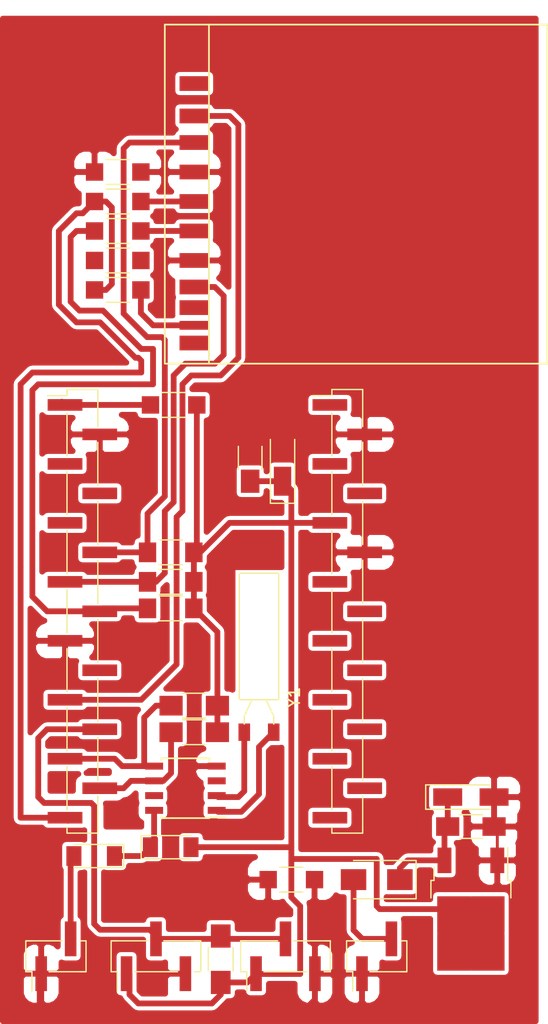
<source format=kicad_pcb>
(kicad_pcb (version 4) (host pcbnew 4.0.6)

  (general
    (links 70)
    (no_connects 8)
    (area 130.048 51.349 177.567001 139.700001)
    (thickness 1.6)
    (drawings 2)
    (tracks 221)
    (zones 0)
    (modules 30)
    (nets 19)
  )

  (page A4)
  (layers
    (0 F.Cu signal)
    (31 B.Cu signal)
    (32 B.Adhes user hide)
    (33 F.Adhes user)
    (34 B.Paste user hide)
    (35 F.Paste user hide)
    (36 B.SilkS user hide)
    (37 F.SilkS user)
    (38 B.Mask user hide)
    (39 F.Mask user hide)
    (40 Dwgs.User user hide)
    (41 Cmts.User user hide)
    (42 Eco1.User user hide)
    (43 Eco2.User user hide)
    (44 Edge.Cuts user hide)
    (45 Margin user hide)
    (46 B.CrtYd user hide)
    (47 F.CrtYd user)
    (48 B.Fab user hide)
    (49 F.Fab user)
  )

  (setup
    (last_trace_width 0.25)
    (trace_clearance 0.2)
    (zone_clearance 0.35)
    (zone_45_only yes)
    (trace_min 0.2)
    (segment_width 0.2)
    (edge_width 0.15)
    (via_size 0.6)
    (via_drill 0.4)
    (via_min_size 0.4)
    (via_min_drill 0.3)
    (uvia_size 0.3)
    (uvia_drill 0.1)
    (uvias_allowed no)
    (uvia_min_size 0.2)
    (uvia_min_drill 0.1)
    (pcb_text_width 0.3)
    (pcb_text_size 1.5 1.5)
    (mod_edge_width 0.15)
    (mod_text_size 1 1)
    (mod_text_width 0.15)
    (pad_size 2 1.6)
    (pad_drill 0)
    (pad_to_mask_clearance 0.2)
    (aux_axis_origin 0 0)
    (visible_elements 7FFF7B21)
    (pcbplotparams
      (layerselection 0x00030_80000001)
      (usegerberextensions false)
      (excludeedgelayer true)
      (linewidth 0.100000)
      (plotframeref false)
      (viasonmask false)
      (mode 1)
      (useauxorigin false)
      (hpglpennumber 1)
      (hpglpenspeed 20)
      (hpglpendiameter 15)
      (hpglpenoverlay 2)
      (psnegative false)
      (psa4output false)
      (plotreference true)
      (plotvalue true)
      (plotinvisibletext false)
      (padsonsilk false)
      (subtractmaskfromsilk false)
      (outputformat 1)
      (mirror false)
      (drillshape 1)
      (scaleselection 1)
      (outputdirectory ""))
  )

  (net 0 "")
  (net 1 "Net-(C1-Pad1)")
  (net 2 1wire)
  (net 3 3V3)
  (net 4 "Net-(D1-Pad1)")
  (net 5 "Net-(D2-Pad2)")
  (net 6 "Net-(D3-Pad2)")
  (net 7 MISO)
  (net 8 CS)
  (net 9 SDA)
  (net 10 SD_D)
  (net 11 MOSI)
  (net 12 SCK)
  (net 13 SCL)
  (net 14 "Net-(U2-Pad1)")
  (net 15 "Net-(U2-Pad2)")
  (net 16 GND)
  (net 17 "Net-(J2-Pad8)")
  (net 18 "Net-(J4-Pad10)")

  (net_class Default "To jest domyślna klasa połączeń."
    (clearance 0.2)
    (trace_width 0.25)
    (via_dia 0.6)
    (via_drill 0.4)
    (uvia_dia 0.3)
    (uvia_drill 0.1)
    (add_net GND)
  )

  (net_class Grubsze ""
    (clearance 0.2)
    (trace_width 0.5)
    (via_dia 0.6)
    (via_drill 0.4)
    (uvia_dia 0.3)
    (uvia_drill 0.1)
    (add_net 1wire)
    (add_net 3V3)
    (add_net CS)
    (add_net MISO)
    (add_net MOSI)
    (add_net "Net-(C1-Pad1)")
    (add_net "Net-(D1-Pad1)")
    (add_net "Net-(D2-Pad2)")
    (add_net "Net-(D3-Pad2)")
    (add_net "Net-(J2-Pad8)")
    (add_net "Net-(J4-Pad10)")
    (add_net "Net-(U2-Pad1)")
    (add_net "Net-(U2-Pad2)")
    (add_net SCK)
    (add_net SCL)
    (add_net SDA)
    (add_net SD_D)
  )

  (module Resistors_SMD:R_1206_HandSoldering (layer F.Cu) (tedit 5946E512) (tstamp 591F27E7)
    (at 140.208 73.914 180)
    (descr "Resistor SMD 1206, hand soldering")
    (tags "resistor 1206")
    (path /591F4C30)
    (zone_connect 2)
    (attr smd)
    (fp_text reference RJ3 (at 0 -1.85 180) (layer F.SilkS) hide
      (effects (font (size 1 1) (thickness 0.15)))
    )
    (fp_text value 0 (at 7.112 0 180) (layer F.Fab)
      (effects (font (size 1 1) (thickness 0.15)))
    )
    (fp_text user %R (at 0 0 180) (layer F.Fab)
      (effects (font (size 0.7 0.7) (thickness 0.105)))
    )
    (fp_line (start -1.6 0.8) (end -1.6 -0.8) (layer F.Fab) (width 0.1))
    (fp_line (start 1.6 0.8) (end -1.6 0.8) (layer F.Fab) (width 0.1))
    (fp_line (start 1.6 -0.8) (end 1.6 0.8) (layer F.Fab) (width 0.1))
    (fp_line (start -1.6 -0.8) (end 1.6 -0.8) (layer F.Fab) (width 0.1))
    (fp_line (start 1 1.07) (end -1 1.07) (layer F.SilkS) (width 0.12))
    (fp_line (start -1 -1.07) (end 1 -1.07) (layer F.SilkS) (width 0.12))
    (fp_line (start -3.25 -1.11) (end 3.25 -1.11) (layer F.CrtYd) (width 0.05))
    (fp_line (start -3.25 -1.11) (end -3.25 1.1) (layer F.CrtYd) (width 0.05))
    (fp_line (start 3.25 1.1) (end 3.25 -1.11) (layer F.CrtYd) (width 0.05))
    (fp_line (start 3.25 1.1) (end -3.25 1.1) (layer F.CrtYd) (width 0.05))
    (pad 1 smd rect (at -2 0 180) (size 1.5 1.5) (layers F.Cu F.Paste F.Mask)
      (net 3 3V3) (zone_connect 2))
    (pad 2 smd rect (at 2 0 180) (size 1.5 1.5) (layers F.Cu F.Paste F.Mask)
      (net 3 3V3) (zone_connect 2))
    (model ${KISYS3DMOD}/Resistors_SMD.3dshapes/R_1206.wrl
      (at (xyz 0 0 0))
      (scale (xyz 1 1 1))
      (rotate (xyz 0 0 0))
    )
  )

  (module Resistors_SMD:R_1206_HandSoldering (layer F.Cu) (tedit 5946E519) (tstamp 591DD444)
    (at 140.208 68.834 180)
    (descr "Resistor SMD 1206, hand soldering")
    (tags "resistor 1206")
    (path /591DDBFF)
    (attr smd)
    (fp_text reference R4 (at 0 -1.85 180) (layer F.SilkS) hide
      (effects (font (size 1 1) (thickness 0.15)))
    )
    (fp_text value 10k (at 6.858 0 180) (layer F.Fab)
      (effects (font (size 1 1) (thickness 0.15)))
    )
    (fp_text user %R (at 0 0 180) (layer F.Fab)
      (effects (font (size 0.7 0.7) (thickness 0.105)))
    )
    (fp_line (start -1.6 0.8) (end -1.6 -0.8) (layer F.Fab) (width 0.1))
    (fp_line (start 1.6 0.8) (end -1.6 0.8) (layer F.Fab) (width 0.1))
    (fp_line (start 1.6 -0.8) (end 1.6 0.8) (layer F.Fab) (width 0.1))
    (fp_line (start -1.6 -0.8) (end 1.6 -0.8) (layer F.Fab) (width 0.1))
    (fp_line (start 1 1.07) (end -1 1.07) (layer F.SilkS) (width 0.12))
    (fp_line (start -1 -1.07) (end 1 -1.07) (layer F.SilkS) (width 0.12))
    (fp_line (start -3.25 -1.11) (end 3.25 -1.11) (layer F.CrtYd) (width 0.05))
    (fp_line (start -3.25 -1.11) (end -3.25 1.1) (layer F.CrtYd) (width 0.05))
    (fp_line (start 3.25 1.1) (end 3.25 -1.11) (layer F.CrtYd) (width 0.05))
    (fp_line (start 3.25 1.1) (end -3.25 1.1) (layer F.CrtYd) (width 0.05))
    (pad 1 smd rect (at -2 0 180) (size 1.5 1.5) (layers F.Cu F.Paste F.Mask)
      (net 3 3V3))
    (pad 2 smd rect (at 2 0 180) (size 1.5 1.5) (layers F.Cu F.Paste F.Mask)
      (net 10 SD_D))
    (model ${KISYS3DMOD}/Resistors_SMD.3dshapes/R_1206.wrl
      (at (xyz 0 0 0))
      (scale (xyz 1 1 1))
      (rotate (xyz 0 0 0))
    )
  )

  (module Capacitors_Tantalum_SMD:CP_Tantalum_Case-A_EIA-3216-18_Hand (layer F.Cu) (tedit 5952CD0E) (tstamp 591DD3B8)
    (at 170.688 120.142)
    (descr "Tantalum capacitor, Case A, EIA 3216-18, 3.2x1.6x1.6mm, Hand soldering footprint")
    (tags "capacitor tantalum smd")
    (path /591E1ABE)
    (zone_connect 2)
    (attr smd)
    (fp_text reference C2 (at 0 0) (layer F.SilkS) hide
      (effects (font (size 1 1) (thickness 0.15)))
    )
    (fp_text value 10uF (at -3.302 0) (layer F.Fab)
      (effects (font (size 1 1) (thickness 0.15)))
    )
    (fp_line (start -4 -1.2) (end -4 1.2) (layer F.CrtYd) (width 0.05))
    (fp_line (start -4 1.2) (end 4 1.2) (layer F.CrtYd) (width 0.05))
    (fp_line (start 4 1.2) (end 4 -1.2) (layer F.CrtYd) (width 0.05))
    (fp_line (start 4 -1.2) (end -4 -1.2) (layer F.CrtYd) (width 0.05))
    (fp_line (start -1.6 -0.8) (end -1.6 0.8) (layer F.Fab) (width 0.1))
    (fp_line (start -1.6 0.8) (end 1.6 0.8) (layer F.Fab) (width 0.1))
    (fp_line (start 1.6 0.8) (end 1.6 -0.8) (layer F.Fab) (width 0.1))
    (fp_line (start 1.6 -0.8) (end -1.6 -0.8) (layer F.Fab) (width 0.1))
    (fp_line (start -1.28 -0.8) (end -1.28 0.8) (layer F.Fab) (width 0.1))
    (fp_line (start -1.12 -0.8) (end -1.12 0.8) (layer F.Fab) (width 0.1))
    (fp_line (start -3.9 -1.05) (end 1.6 -1.05) (layer F.SilkS) (width 0.12))
    (fp_line (start -3.9 1.05) (end 1.6 1.05) (layer F.SilkS) (width 0.12))
    (fp_line (start -3.9 -1.05) (end -3.9 1.05) (layer F.SilkS) (width 0.12))
    (pad 1 smd rect (at -2 0) (size 2.5 1.5) (layers F.Cu F.Paste F.Mask)
      (net 1 "Net-(C1-Pad1)") (zone_connect 2))
    (pad 2 smd rect (at 2 0) (size 2.5 1.5) (layers F.Cu F.Paste F.Mask)
      (net 16 GND) (zone_connect 1))
    (model Capacitors_Tantalum_SMD.3dshapes/CP_Tantalum_Case-A_EIA-3216-18.wrl
      (at (xyz 0 0 0))
      (scale (xyz 1 1 1))
      (rotate (xyz 0 0 0))
    )
  )

  (module Pin_Headers:Pin_Header_Straight_1x15_Pitch2.54mm_SMD_Pin1Left (layer F.Cu) (tedit 594546AC) (tstamp 591DD3F0)
    (at 137.16 104.14)
    (descr "surface-mounted straight pin header, 1x15, 2.54mm pitch, single row, style 1 (pin 1 left)")
    (tags "Surface mounted pin header SMD 1x15 2.54mm single row style1 pin1 left")
    (path /591DCC7A)
    (attr smd)
    (fp_text reference J2 (at 0 -20.11) (layer F.SilkS) hide
      (effects (font (size 1 1) (thickness 0.15)))
    )
    (fp_text value CONN_01X15 (at 0 20.11) (layer F.Fab) hide
      (effects (font (size 1 1) (thickness 0.15)))
    )
    (fp_line (start -1.27 -19.05) (end -1.27 19.05) (layer F.Fab) (width 0.1))
    (fp_line (start -1.27 19.05) (end 1.27 19.05) (layer F.Fab) (width 0.1))
    (fp_line (start 1.27 19.05) (end 1.27 -19.05) (layer F.Fab) (width 0.1))
    (fp_line (start 1.27 -19.05) (end -1.27 -19.05) (layer F.Fab) (width 0.1))
    (fp_line (start -1.27 -18.1) (end -1.27 -17.46) (layer F.Fab) (width 0.1))
    (fp_line (start -1.27 -17.46) (end -2.65 -17.46) (layer F.Fab) (width 0.1))
    (fp_line (start -2.65 -17.46) (end -2.65 -18.1) (layer F.Fab) (width 0.1))
    (fp_line (start -2.65 -18.1) (end -1.27 -18.1) (layer F.Fab) (width 0.1))
    (fp_line (start -1.27 -13.02) (end -1.27 -12.38) (layer F.Fab) (width 0.1))
    (fp_line (start -1.27 -12.38) (end -2.65 -12.38) (layer F.Fab) (width 0.1))
    (fp_line (start -2.65 -12.38) (end -2.65 -13.02) (layer F.Fab) (width 0.1))
    (fp_line (start -2.65 -13.02) (end -1.27 -13.02) (layer F.Fab) (width 0.1))
    (fp_line (start -1.27 -7.94) (end -1.27 -7.3) (layer F.Fab) (width 0.1))
    (fp_line (start -1.27 -7.3) (end -2.65 -7.3) (layer F.Fab) (width 0.1))
    (fp_line (start -2.65 -7.3) (end -2.65 -7.94) (layer F.Fab) (width 0.1))
    (fp_line (start -2.65 -7.94) (end -1.27 -7.94) (layer F.Fab) (width 0.1))
    (fp_line (start -1.27 -2.86) (end -1.27 -2.22) (layer F.Fab) (width 0.1))
    (fp_line (start -1.27 -2.22) (end -2.65 -2.22) (layer F.Fab) (width 0.1))
    (fp_line (start -2.65 -2.22) (end -2.65 -2.86) (layer F.Fab) (width 0.1))
    (fp_line (start -2.65 -2.86) (end -1.27 -2.86) (layer F.Fab) (width 0.1))
    (fp_line (start -1.27 2.22) (end -1.27 2.86) (layer F.Fab) (width 0.1))
    (fp_line (start -1.27 2.86) (end -2.65 2.86) (layer F.Fab) (width 0.1))
    (fp_line (start -2.65 2.86) (end -2.65 2.22) (layer F.Fab) (width 0.1))
    (fp_line (start -2.65 2.22) (end -1.27 2.22) (layer F.Fab) (width 0.1))
    (fp_line (start -1.27 7.3) (end -1.27 7.94) (layer F.Fab) (width 0.1))
    (fp_line (start -1.27 7.94) (end -2.65 7.94) (layer F.Fab) (width 0.1))
    (fp_line (start -2.65 7.94) (end -2.65 7.3) (layer F.Fab) (width 0.1))
    (fp_line (start -2.65 7.3) (end -1.27 7.3) (layer F.Fab) (width 0.1))
    (fp_line (start -1.27 12.38) (end -1.27 13.02) (layer F.Fab) (width 0.1))
    (fp_line (start -1.27 13.02) (end -2.65 13.02) (layer F.Fab) (width 0.1))
    (fp_line (start -2.65 13.02) (end -2.65 12.38) (layer F.Fab) (width 0.1))
    (fp_line (start -2.65 12.38) (end -1.27 12.38) (layer F.Fab) (width 0.1))
    (fp_line (start -1.27 17.46) (end -1.27 18.1) (layer F.Fab) (width 0.1))
    (fp_line (start -1.27 18.1) (end -2.65 18.1) (layer F.Fab) (width 0.1))
    (fp_line (start -2.65 18.1) (end -2.65 17.46) (layer F.Fab) (width 0.1))
    (fp_line (start -2.65 17.46) (end -1.27 17.46) (layer F.Fab) (width 0.1))
    (fp_line (start 1.27 -15.56) (end 1.27 -14.92) (layer F.Fab) (width 0.1))
    (fp_line (start 1.27 -14.92) (end 2.65 -14.92) (layer F.Fab) (width 0.1))
    (fp_line (start 2.65 -14.92) (end 2.65 -15.56) (layer F.Fab) (width 0.1))
    (fp_line (start 2.65 -15.56) (end 1.27 -15.56) (layer F.Fab) (width 0.1))
    (fp_line (start 1.27 -10.48) (end 1.27 -9.84) (layer F.Fab) (width 0.1))
    (fp_line (start 1.27 -9.84) (end 2.65 -9.84) (layer F.Fab) (width 0.1))
    (fp_line (start 2.65 -9.84) (end 2.65 -10.48) (layer F.Fab) (width 0.1))
    (fp_line (start 2.65 -10.48) (end 1.27 -10.48) (layer F.Fab) (width 0.1))
    (fp_line (start 1.27 -5.4) (end 1.27 -4.76) (layer F.Fab) (width 0.1))
    (fp_line (start 1.27 -4.76) (end 2.65 -4.76) (layer F.Fab) (width 0.1))
    (fp_line (start 2.65 -4.76) (end 2.65 -5.4) (layer F.Fab) (width 0.1))
    (fp_line (start 2.65 -5.4) (end 1.27 -5.4) (layer F.Fab) (width 0.1))
    (fp_line (start 1.27 -0.32) (end 1.27 0.32) (layer F.Fab) (width 0.1))
    (fp_line (start 1.27 0.32) (end 2.65 0.32) (layer F.Fab) (width 0.1))
    (fp_line (start 2.65 0.32) (end 2.65 -0.32) (layer F.Fab) (width 0.1))
    (fp_line (start 2.65 -0.32) (end 1.27 -0.32) (layer F.Fab) (width 0.1))
    (fp_line (start 1.27 4.76) (end 1.27 5.4) (layer F.Fab) (width 0.1))
    (fp_line (start 1.27 5.4) (end 2.65 5.4) (layer F.Fab) (width 0.1))
    (fp_line (start 2.65 5.4) (end 2.65 4.76) (layer F.Fab) (width 0.1))
    (fp_line (start 2.65 4.76) (end 1.27 4.76) (layer F.Fab) (width 0.1))
    (fp_line (start 1.27 9.84) (end 1.27 10.48) (layer F.Fab) (width 0.1))
    (fp_line (start 1.27 10.48) (end 2.65 10.48) (layer F.Fab) (width 0.1))
    (fp_line (start 2.65 10.48) (end 2.65 9.84) (layer F.Fab) (width 0.1))
    (fp_line (start 2.65 9.84) (end 1.27 9.84) (layer F.Fab) (width 0.1))
    (fp_line (start 1.27 14.92) (end 1.27 15.56) (layer F.Fab) (width 0.1))
    (fp_line (start 1.27 15.56) (end 2.65 15.56) (layer F.Fab) (width 0.1))
    (fp_line (start 2.65 15.56) (end 2.65 14.92) (layer F.Fab) (width 0.1))
    (fp_line (start 2.65 14.92) (end 1.27 14.92) (layer F.Fab) (width 0.1))
    (fp_line (start -1.33 -18.58) (end -1.33 -19.11) (layer F.SilkS) (width 0.12))
    (fp_line (start -1.33 -19.11) (end 1.33 -19.11) (layer F.SilkS) (width 0.12))
    (fp_line (start 1.33 -19.11) (end 1.33 -18.58) (layer F.SilkS) (width 0.12))
    (fp_line (start -1.33 18.58) (end -1.33 19.11) (layer F.SilkS) (width 0.12))
    (fp_line (start -1.33 19.11) (end 1.33 19.11) (layer F.SilkS) (width 0.12))
    (fp_line (start 1.33 19.11) (end 1.33 18.58) (layer F.SilkS) (width 0.12))
    (fp_line (start 1.33 -19.11) (end 1.33 -15.92) (layer F.SilkS) (width 0.12))
    (fp_line (start -1.33 -18.58) (end -3 -18.58) (layer F.SilkS) (width 0.12))
    (fp_line (start 1.33 -14.56) (end 1.33 -10.84) (layer F.SilkS) (width 0.12))
    (fp_line (start 1.33 -9.48) (end 1.33 -5.76) (layer F.SilkS) (width 0.12))
    (fp_line (start 1.33 -4.4) (end 1.33 -0.68) (layer F.SilkS) (width 0.12))
    (fp_line (start 1.33 0.68) (end 1.33 4.4) (layer F.SilkS) (width 0.12))
    (fp_line (start 1.33 5.76) (end 1.33 9.48) (layer F.SilkS) (width 0.12))
    (fp_line (start 1.33 10.84) (end 1.33 14.56) (layer F.SilkS) (width 0.12))
    (fp_line (start 1.33 15.92) (end 1.33 19.11) (layer F.SilkS) (width 0.12))
    (fp_line (start -1.33 -17.1) (end -1.33 -13.38) (layer F.SilkS) (width 0.12))
    (fp_line (start -1.33 -12.02) (end -1.33 -8.3) (layer F.SilkS) (width 0.12))
    (fp_line (start -1.33 -6.94) (end -1.33 -3.22) (layer F.SilkS) (width 0.12))
    (fp_line (start -1.33 -1.86) (end -1.33 1.86) (layer F.SilkS) (width 0.12))
    (fp_line (start -1.33 3.22) (end -1.33 6.94) (layer F.SilkS) (width 0.12))
    (fp_line (start -1.33 8.3) (end -1.33 12.02) (layer F.SilkS) (width 0.12))
    (fp_line (start -1.33 13.38) (end -1.33 17.1) (layer F.SilkS) (width 0.12))
    (fp_line (start -3.5 -19.6) (end -3.5 19.6) (layer F.CrtYd) (width 0.05))
    (fp_line (start -3.5 19.6) (end 3.5 19.6) (layer F.CrtYd) (width 0.05))
    (fp_line (start 3.5 19.6) (end 3.5 -19.6) (layer F.CrtYd) (width 0.05))
    (fp_line (start 3.5 -19.6) (end -3.5 -19.6) (layer F.CrtYd) (width 0.05))
    (fp_text user %R (at 0 -20.11) (layer F.Fab)
      (effects (font (size 1 1) (thickness 0.15)))
    )
    (pad 1 smd rect (at -1.5 -17.78) (size 3 1) (layers F.Cu F.Paste F.Mask)
      (net 3 3V3))
    (pad 3 smd rect (at -1.5 -12.7) (size 3 1) (layers F.Cu F.Paste F.Mask))
    (pad 5 smd rect (at -1.5 -7.62) (size 3 1) (layers F.Cu F.Paste F.Mask))
    (pad 7 smd rect (at -1.5 -2.54) (size 3 1) (layers F.Cu F.Paste F.Mask)
      (net 7 MISO))
    (pad 9 smd rect (at -1.5 2.54) (size 3 1) (layers F.Cu F.Paste F.Mask)
      (net 16 GND))
    (pad 11 smd rect (at -1.5 7.62) (size 3 1) (layers F.Cu F.Paste F.Mask)
      (net 8 CS))
    (pad 13 smd rect (at -1.5 12.7) (size 3 1) (layers F.Cu F.Paste F.Mask)
      (net 9 SDA))
    (pad 15 smd rect (at -1.5 17.78) (size 3 1) (layers F.Cu F.Paste F.Mask)
      (net 10 SD_D))
    (pad 2 smd rect (at 1.5 -15.24) (size 3 1) (layers F.Cu F.Paste F.Mask)
      (net 16 GND))
    (pad 4 smd rect (at 1.5 -10.16) (size 3 1) (layers F.Cu F.Paste F.Mask))
    (pad 6 smd rect (at 1.5 -5.08) (size 3 1) (layers F.Cu F.Paste F.Mask)
      (net 11 MOSI))
    (pad 8 smd rect (at 1.5 0) (size 3 1) (layers F.Cu F.Paste F.Mask)
      (net 17 "Net-(J2-Pad8)"))
    (pad 10 smd rect (at 1.5 5.08) (size 3 1) (layers F.Cu F.Paste F.Mask))
    (pad 12 smd rect (at 1.5 10.16) (size 3 1) (layers F.Cu F.Paste F.Mask)
      (net 2 1wire))
    (pad 14 smd rect (at 1.5 15.24) (size 3 1) (layers F.Cu F.Paste F.Mask)
      (net 13 SCL))
    (model ${KISYS3DMOD}/Pin_Headers.3dshapes/Pin_Header_Straight_1x15_Pitch2.54mm_SMD_Pin1Left.wrl
      (at (xyz 0 0 0))
      (scale (xyz 1 1 1))
      (rotate (xyz 0 0 0))
    )
  )

  (module Capacitors_SMD:C_1206_HandSoldering (layer F.Cu) (tedit 5952CD15) (tstamp 591DD3B2)
    (at 170.688 122.682)
    (descr "Capacitor SMD 1206, hand soldering")
    (tags "capacitor 1206")
    (path /591E1A2B)
    (zone_connect 2)
    (attr smd)
    (fp_text reference C1 (at 0 0) (layer F.SilkS) hide
      (effects (font (size 1 1) (thickness 0.15)))
    )
    (fp_text value 10nF (at -3.302 0) (layer F.Fab)
      (effects (font (size 1 1) (thickness 0.15)))
    )
    (fp_text user %R (at 0 0) (layer F.Fab)
      (effects (font (size 1 1) (thickness 0.15)))
    )
    (fp_line (start -1.6 0.8) (end -1.6 -0.8) (layer F.Fab) (width 0.1))
    (fp_line (start 1.6 0.8) (end -1.6 0.8) (layer F.Fab) (width 0.1))
    (fp_line (start 1.6 -0.8) (end 1.6 0.8) (layer F.Fab) (width 0.1))
    (fp_line (start -1.6 -0.8) (end 1.6 -0.8) (layer F.Fab) (width 0.1))
    (fp_line (start 1 -1.02) (end -1 -1.02) (layer F.SilkS) (width 0.12))
    (fp_line (start -1 1.02) (end 1 1.02) (layer F.SilkS) (width 0.12))
    (fp_line (start -3.25 -1.05) (end 3.25 -1.05) (layer F.CrtYd) (width 0.05))
    (fp_line (start -3.25 -1.05) (end -3.25 1.05) (layer F.CrtYd) (width 0.05))
    (fp_line (start 3.25 1.05) (end 3.25 -1.05) (layer F.CrtYd) (width 0.05))
    (fp_line (start 3.25 1.05) (end -3.25 1.05) (layer F.CrtYd) (width 0.05))
    (pad 1 smd rect (at -2 0) (size 2 1.6) (layers F.Cu F.Paste F.Mask)
      (net 1 "Net-(C1-Pad1)") (zone_connect 2))
    (pad 2 smd rect (at 2 0) (size 2 1.6) (layers F.Cu F.Paste F.Mask)
      (net 16 GND) (zone_connect 1))
    (model Capacitors_SMD.3dshapes/C_1206.wrl
      (at (xyz 0 0 0))
      (scale (xyz 1 1 1))
      (rotate (xyz 0 0 0))
    )
  )

  (module Capacitors_SMD:C_1206_HandSoldering (layer F.Cu) (tedit 594545CA) (tstamp 591DD3BE)
    (at 151.638 90.932 90)
    (descr "Capacitor SMD 1206, hand soldering")
    (tags "capacitor 1206")
    (path /591E1D93)
    (zone_connect 2)
    (attr smd)
    (fp_text reference C3 (at 0 0 90) (layer F.SilkS) hide
      (effects (font (size 1 1) (thickness 0.15)))
    )
    (fp_text value 10nF (at 3.556 0 90) (layer F.Fab)
      (effects (font (size 1 1) (thickness 0.15)))
    )
    (fp_line (start -1.6 0.8) (end -1.6 -0.8) (layer F.Fab) (width 0.1))
    (fp_line (start 1.6 0.8) (end -1.6 0.8) (layer F.Fab) (width 0.1))
    (fp_line (start 1.6 -0.8) (end 1.6 0.8) (layer F.Fab) (width 0.1))
    (fp_line (start -1.6 -0.8) (end 1.6 -0.8) (layer F.Fab) (width 0.1))
    (fp_line (start 1 -1.02) (end -1 -1.02) (layer F.SilkS) (width 0.12))
    (fp_line (start -1 1.02) (end 1 1.02) (layer F.SilkS) (width 0.12))
    (fp_line (start -3.25 -1.05) (end 3.25 -1.05) (layer F.CrtYd) (width 0.05))
    (fp_line (start -3.25 -1.05) (end -3.25 1.05) (layer F.CrtYd) (width 0.05))
    (fp_line (start 3.25 1.05) (end 3.25 -1.05) (layer F.CrtYd) (width 0.05))
    (fp_line (start 3.25 1.05) (end -3.25 1.05) (layer F.CrtYd) (width 0.05))
    (pad 1 smd rect (at -2 0 90) (size 2 1.6) (layers F.Cu F.Paste F.Mask)
      (net 3 3V3) (zone_connect 2))
    (pad 2 smd rect (at 2 0 90) (size 2 1.6) (layers F.Cu F.Paste F.Mask)
      (net 16 GND) (zone_connect 2))
    (model Capacitors_SMD.3dshapes/C_1206.wrl
      (at (xyz 0 0 0))
      (scale (xyz 1 1 1))
      (rotate (xyz 0 0 0))
    )
  )

  (module Capacitors_Tantalum_SMD:CP_Tantalum_Case-A_EIA-3216-18_Hand (layer F.Cu) (tedit 59454515) (tstamp 591DD3C4)
    (at 154.432 90.932 90)
    (descr "Tantalum capacitor, Case A, EIA 3216-18, 3.2x1.6x1.6mm, Hand soldering footprint")
    (tags "capacitor tantalum smd")
    (path /591E1E6F)
    (zone_connect 2)
    (attr smd)
    (fp_text reference C4 (at 0 0 90) (layer F.Fab)
      (effects (font (size 1 1) (thickness 0.15)))
    )
    (fp_text value 10uF (at 3.556 0 90) (layer F.Fab)
      (effects (font (size 1 1) (thickness 0.15)))
    )
    (fp_line (start -4 -1.2) (end -4 1.2) (layer F.CrtYd) (width 0.05))
    (fp_line (start -4 1.2) (end 4 1.2) (layer F.CrtYd) (width 0.05))
    (fp_line (start 4 1.2) (end 4 -1.2) (layer F.CrtYd) (width 0.05))
    (fp_line (start 4 -1.2) (end -4 -1.2) (layer F.CrtYd) (width 0.05))
    (fp_line (start -1.6 -0.8) (end -1.6 0.8) (layer F.Fab) (width 0.1))
    (fp_line (start -1.6 0.8) (end 1.6 0.8) (layer F.Fab) (width 0.1))
    (fp_line (start 1.6 0.8) (end 1.6 -0.8) (layer F.Fab) (width 0.1))
    (fp_line (start 1.6 -0.8) (end -1.6 -0.8) (layer F.Fab) (width 0.1))
    (fp_line (start -1.28 -0.8) (end -1.28 0.8) (layer F.Fab) (width 0.1))
    (fp_line (start -1.12 -0.8) (end -1.12 0.8) (layer F.Fab) (width 0.1))
    (fp_line (start -3.9 -1.05) (end 1.6 -1.05) (layer F.SilkS) (width 0.12))
    (fp_line (start -3.9 1.05) (end 1.6 1.05) (layer F.SilkS) (width 0.12))
    (fp_line (start -3.9 -1.05) (end -3.9 1.05) (layer F.SilkS) (width 0.12))
    (pad 1 smd rect (at -2 0 90) (size 2.5 1.5) (layers F.Cu F.Paste F.Mask)
      (net 3 3V3) (zone_connect 2))
    (pad 2 smd rect (at 2 0 90) (size 2.5 1.5) (layers F.Cu F.Paste F.Mask)
      (net 16 GND) (zone_connect 2))
    (model Capacitors_Tantalum_SMD.3dshapes/CP_Tantalum_Case-A_EIA-3216-18.wrl
      (at (xyz 0 0 0))
      (scale (xyz 1 1 1))
      (rotate (xyz 0 0 0))
    )
  )

  (module Diodes_SMD:D_MiniMELF (layer F.Cu) (tedit 5945464C) (tstamp 591DD3CA)
    (at 144.78 124.46)
    (descr "Diode Mini-MELF")
    (tags "Diode Mini-MELF")
    (path /591DF401)
    (attr smd)
    (fp_text reference D1 (at 0 -2) (layer F.SilkS) hide
      (effects (font (size 1 1) (thickness 0.15)))
    )
    (fp_text value 1N4148 (at 0 1.75) (layer F.Fab)
      (effects (font (size 1 1) (thickness 0.15)))
    )
    (fp_text user %R (at 2.794 0) (layer F.Fab)
      (effects (font (size 1 1) (thickness 0.15)))
    )
    (fp_line (start 1.75 -1) (end -2.55 -1) (layer F.SilkS) (width 0.12))
    (fp_line (start -2.55 -1) (end -2.55 1) (layer F.SilkS) (width 0.12))
    (fp_line (start -2.55 1) (end 1.75 1) (layer F.SilkS) (width 0.12))
    (fp_line (start 1.65 -0.8) (end 1.65 0.8) (layer F.Fab) (width 0.1))
    (fp_line (start 1.65 0.8) (end -1.65 0.8) (layer F.Fab) (width 0.1))
    (fp_line (start -1.65 0.8) (end -1.65 -0.8) (layer F.Fab) (width 0.1))
    (fp_line (start -1.65 -0.8) (end 1.65 -0.8) (layer F.Fab) (width 0.1))
    (fp_line (start 0.25 0) (end 0.75 0) (layer F.Fab) (width 0.1))
    (fp_line (start 0.25 0.4) (end -0.35 0) (layer F.Fab) (width 0.1))
    (fp_line (start 0.25 -0.4) (end 0.25 0.4) (layer F.Fab) (width 0.1))
    (fp_line (start -0.35 0) (end 0.25 -0.4) (layer F.Fab) (width 0.1))
    (fp_line (start -0.35 0) (end -0.35 0.55) (layer F.Fab) (width 0.1))
    (fp_line (start -0.35 0) (end -0.35 -0.55) (layer F.Fab) (width 0.1))
    (fp_line (start -0.75 0) (end -0.35 0) (layer F.Fab) (width 0.1))
    (fp_line (start -2.65 -1.1) (end 2.65 -1.1) (layer F.CrtYd) (width 0.05))
    (fp_line (start 2.65 -1.1) (end 2.65 1.1) (layer F.CrtYd) (width 0.05))
    (fp_line (start 2.65 1.1) (end -2.65 1.1) (layer F.CrtYd) (width 0.05))
    (fp_line (start -2.65 1.1) (end -2.65 -1.1) (layer F.CrtYd) (width 0.05))
    (pad 1 smd rect (at -1.75 0) (size 1.3 1.7) (layers F.Cu F.Paste F.Mask)
      (net 4 "Net-(D1-Pad1)"))
    (pad 2 smd rect (at 1.75 0) (size 1.3 1.7) (layers F.Cu F.Paste F.Mask)
      (net 3 3V3))
    (model ${KISYS3DMOD}/Diodes_SMD.3dshapes/D_MiniMELF.wrl
      (at (xyz 0 0 0))
      (scale (xyz 1 1 1))
      (rotate (xyz 0 0 0))
    )
  )

  (module Diodes_SMD:D_SMA (layer F.Cu) (tedit 594547D8) (tstamp 591DD3D0)
    (at 162.56 127.254 180)
    (descr "Diode SMA")
    (tags "Diode SMA")
    (path /591E10E9)
    (attr smd)
    (fp_text reference D2 (at 0 -2.5 270) (layer F.SilkS) hide
      (effects (font (size 1 1) (thickness 0.15)))
    )
    (fp_text value 1N4007 (at 0 2.6 180) (layer F.Fab)
      (effects (font (size 1 1) (thickness 0.15)))
    )
    (fp_text user %R (at 0 -2.5 180) (layer F.Fab)
      (effects (font (size 1 1) (thickness 0.15)))
    )
    (fp_line (start -3.4 -1.65) (end -3.4 1.65) (layer F.SilkS) (width 0.12))
    (fp_line (start 2.3 1.5) (end -2.3 1.5) (layer F.Fab) (width 0.1))
    (fp_line (start -2.3 1.5) (end -2.3 -1.5) (layer F.Fab) (width 0.1))
    (fp_line (start 2.3 -1.5) (end 2.3 1.5) (layer F.Fab) (width 0.1))
    (fp_line (start 2.3 -1.5) (end -2.3 -1.5) (layer F.Fab) (width 0.1))
    (fp_line (start -3.5 -1.75) (end 3.5 -1.75) (layer F.CrtYd) (width 0.05))
    (fp_line (start 3.5 -1.75) (end 3.5 1.75) (layer F.CrtYd) (width 0.05))
    (fp_line (start 3.5 1.75) (end -3.5 1.75) (layer F.CrtYd) (width 0.05))
    (fp_line (start -3.5 1.75) (end -3.5 -1.75) (layer F.CrtYd) (width 0.05))
    (fp_line (start -0.64944 0.00102) (end -1.55114 0.00102) (layer F.Fab) (width 0.1))
    (fp_line (start 0.50118 0.00102) (end 1.4994 0.00102) (layer F.Fab) (width 0.1))
    (fp_line (start -0.64944 -0.79908) (end -0.64944 0.80112) (layer F.Fab) (width 0.1))
    (fp_line (start 0.50118 0.75032) (end 0.50118 -0.79908) (layer F.Fab) (width 0.1))
    (fp_line (start -0.64944 0.00102) (end 0.50118 0.75032) (layer F.Fab) (width 0.1))
    (fp_line (start -0.64944 0.00102) (end 0.50118 -0.79908) (layer F.Fab) (width 0.1))
    (fp_line (start -3.4 1.65) (end 2 1.65) (layer F.SilkS) (width 0.12))
    (fp_line (start -3.4 -1.65) (end 2 -1.65) (layer F.SilkS) (width 0.12))
    (pad 1 smd rect (at -2 0 180) (size 2.2 1.8) (layers F.Cu F.Paste F.Mask)
      (net 1 "Net-(C1-Pad1)"))
    (pad 2 smd rect (at 2 0 180) (size 2.2 1.8) (layers F.Cu F.Paste F.Mask)
      (net 5 "Net-(D2-Pad2)"))
    (model ${KISYS3DMOD}/Diodes_SMD.3dshapes/D_SMA.wrl
      (at (xyz 0 0 0))
      (scale (xyz 1 1 1))
      (rotate (xyz 0 0 0))
    )
  )

  (module Diodes_SMD:D_MiniMELF (layer F.Cu) (tedit 594546A2) (tstamp 591DD3D6)
    (at 138.176 125.222 180)
    (descr "Diode Mini-MELF")
    (tags "Diode Mini-MELF")
    (path /591DF21A)
    (attr smd)
    (fp_text reference D3 (at 0 -2 180) (layer F.SilkS) hide
      (effects (font (size 1 1) (thickness 0.15)))
    )
    (fp_text value 1N4148 (at 4.826 0 180) (layer F.Fab)
      (effects (font (size 1 1) (thickness 0.15)))
    )
    (fp_text user %R (at 0 -2 180) (layer F.Fab)
      (effects (font (size 1 1) (thickness 0.15)))
    )
    (fp_line (start 1.75 -1) (end -2.55 -1) (layer F.SilkS) (width 0.12))
    (fp_line (start -2.55 -1) (end -2.55 1) (layer F.SilkS) (width 0.12))
    (fp_line (start -2.55 1) (end 1.75 1) (layer F.SilkS) (width 0.12))
    (fp_line (start 1.65 -0.8) (end 1.65 0.8) (layer F.Fab) (width 0.1))
    (fp_line (start 1.65 0.8) (end -1.65 0.8) (layer F.Fab) (width 0.1))
    (fp_line (start -1.65 0.8) (end -1.65 -0.8) (layer F.Fab) (width 0.1))
    (fp_line (start -1.65 -0.8) (end 1.65 -0.8) (layer F.Fab) (width 0.1))
    (fp_line (start 0.25 0) (end 0.75 0) (layer F.Fab) (width 0.1))
    (fp_line (start 0.25 0.4) (end -0.35 0) (layer F.Fab) (width 0.1))
    (fp_line (start 0.25 -0.4) (end 0.25 0.4) (layer F.Fab) (width 0.1))
    (fp_line (start -0.35 0) (end 0.25 -0.4) (layer F.Fab) (width 0.1))
    (fp_line (start -0.35 0) (end -0.35 0.55) (layer F.Fab) (width 0.1))
    (fp_line (start -0.35 0) (end -0.35 -0.55) (layer F.Fab) (width 0.1))
    (fp_line (start -0.75 0) (end -0.35 0) (layer F.Fab) (width 0.1))
    (fp_line (start -2.65 -1.1) (end 2.65 -1.1) (layer F.CrtYd) (width 0.05))
    (fp_line (start 2.65 -1.1) (end 2.65 1.1) (layer F.CrtYd) (width 0.05))
    (fp_line (start 2.65 1.1) (end -2.65 1.1) (layer F.CrtYd) (width 0.05))
    (fp_line (start -2.65 1.1) (end -2.65 -1.1) (layer F.CrtYd) (width 0.05))
    (pad 1 smd rect (at -1.75 0 180) (size 1.3 1.7) (layers F.Cu F.Paste F.Mask)
      (net 4 "Net-(D1-Pad1)"))
    (pad 2 smd rect (at 1.75 0 180) (size 1.3 1.7) (layers F.Cu F.Paste F.Mask)
      (net 6 "Net-(D3-Pad2)"))
    (model ${KISYS3DMOD}/Diodes_SMD.3dshapes/D_MiniMELF.wrl
      (at (xyz 0 0 0))
      (scale (xyz 1 1 1))
      (rotate (xyz 0 0 0))
    )
  )

  (module Pin_Headers:Pin_Header_Straight_1x03_Pitch2.54mm_SMD_Pin1Left (layer F.Cu) (tedit 5945467A) (tstamp 591DD3DD)
    (at 154.686 133.858 90)
    (descr "surface-mounted straight pin header, 1x03, 2.54mm pitch, single row, style 1 (pin 1 left)")
    (tags "Surface mounted pin header SMD 1x03 2.54mm single row style1 pin1 left")
    (path /591DD1E5)
    (attr smd)
    (fp_text reference J1 (at 0 -4.87 90) (layer F.SilkS) hide
      (effects (font (size 1 1) (thickness 0.15)))
    )
    (fp_text value CONN_01X03 (at 0 4.87 90) (layer F.Fab) hide
      (effects (font (size 1 1) (thickness 0.15)))
    )
    (fp_line (start -1.27 -3.81) (end -1.27 3.81) (layer F.Fab) (width 0.1))
    (fp_line (start -1.27 3.81) (end 1.27 3.81) (layer F.Fab) (width 0.1))
    (fp_line (start 1.27 3.81) (end 1.27 -3.81) (layer F.Fab) (width 0.1))
    (fp_line (start 1.27 -3.81) (end -1.27 -3.81) (layer F.Fab) (width 0.1))
    (fp_line (start -1.27 -2.86) (end -1.27 -2.22) (layer F.Fab) (width 0.1))
    (fp_line (start -1.27 -2.22) (end -2.65 -2.22) (layer F.Fab) (width 0.1))
    (fp_line (start -2.65 -2.22) (end -2.65 -2.86) (layer F.Fab) (width 0.1))
    (fp_line (start -2.65 -2.86) (end -1.27 -2.86) (layer F.Fab) (width 0.1))
    (fp_line (start -1.27 2.22) (end -1.27 2.86) (layer F.Fab) (width 0.1))
    (fp_line (start -1.27 2.86) (end -2.65 2.86) (layer F.Fab) (width 0.1))
    (fp_line (start -2.65 2.86) (end -2.65 2.22) (layer F.Fab) (width 0.1))
    (fp_line (start -2.65 2.22) (end -1.27 2.22) (layer F.Fab) (width 0.1))
    (fp_line (start 1.27 -0.32) (end 1.27 0.32) (layer F.Fab) (width 0.1))
    (fp_line (start 1.27 0.32) (end 2.65 0.32) (layer F.Fab) (width 0.1))
    (fp_line (start 2.65 0.32) (end 2.65 -0.32) (layer F.Fab) (width 0.1))
    (fp_line (start 2.65 -0.32) (end 1.27 -0.32) (layer F.Fab) (width 0.1))
    (fp_line (start -1.33 -3.34) (end -1.33 -3.87) (layer F.SilkS) (width 0.12))
    (fp_line (start -1.33 -3.87) (end 1.33 -3.87) (layer F.SilkS) (width 0.12))
    (fp_line (start 1.33 -3.87) (end 1.33 -3.34) (layer F.SilkS) (width 0.12))
    (fp_line (start -1.33 3.34) (end -1.33 3.87) (layer F.SilkS) (width 0.12))
    (fp_line (start -1.33 3.87) (end 1.33 3.87) (layer F.SilkS) (width 0.12))
    (fp_line (start 1.33 3.87) (end 1.33 3.34) (layer F.SilkS) (width 0.12))
    (fp_line (start 1.33 -3.87) (end 1.33 -0.68) (layer F.SilkS) (width 0.12))
    (fp_line (start -1.33 -3.34) (end -3 -3.34) (layer F.SilkS) (width 0.12))
    (fp_line (start 1.33 0.68) (end 1.33 3.87) (layer F.SilkS) (width 0.12))
    (fp_line (start -1.33 -1.86) (end -1.33 1.86) (layer F.SilkS) (width 0.12))
    (fp_line (start -3.5 -4.35) (end -3.5 4.35) (layer F.CrtYd) (width 0.05))
    (fp_line (start -3.5 4.35) (end 3.5 4.35) (layer F.CrtYd) (width 0.05))
    (fp_line (start 3.5 4.35) (end 3.5 -4.35) (layer F.CrtYd) (width 0.05))
    (fp_line (start 3.5 -4.35) (end -3.5 -4.35) (layer F.CrtYd) (width 0.05))
    (fp_text user %R (at 2.794 -2.794 180) (layer F.Fab)
      (effects (font (size 1 1) (thickness 0.15)))
    )
    (pad 1 smd rect (at -1.5 -2.54 90) (size 3 1) (layers F.Cu F.Paste F.Mask)
      (net 3 3V3))
    (pad 3 smd rect (at -1.5 2.54 90) (size 3 1) (layers F.Cu F.Paste F.Mask)
      (net 16 GND))
    (pad 2 smd rect (at 1.5 0 90) (size 3 1) (layers F.Cu F.Paste F.Mask)
      (net 2 1wire))
    (model ${KISYS3DMOD}/Pin_Headers.3dshapes/Pin_Header_Straight_1x03_Pitch2.54mm_SMD_Pin1Left.wrl
      (at (xyz 0 0 0))
      (scale (xyz 1 1 1))
      (rotate (xyz 0 0 0))
    )
  )

  (module Pin_Headers:Pin_Header_Straight_1x15_Pitch2.54mm_SMD_Pin1Left (layer F.Cu) (tedit 594546B2) (tstamp 591DD403)
    (at 160.02 104.14)
    (descr "surface-mounted straight pin header, 1x15, 2.54mm pitch, single row, style 1 (pin 1 left)")
    (tags "Surface mounted pin header SMD 1x15 2.54mm single row style1 pin1 left")
    (path /591DCD63)
    (attr smd)
    (fp_text reference J3 (at 0 -20.11) (layer F.SilkS) hide
      (effects (font (size 1 1) (thickness 0.15)))
    )
    (fp_text value CONN_01X15 (at 0 20.11) (layer F.Fab) hide
      (effects (font (size 1 1) (thickness 0.15)))
    )
    (fp_line (start -1.27 -19.05) (end -1.27 19.05) (layer F.Fab) (width 0.1))
    (fp_line (start -1.27 19.05) (end 1.27 19.05) (layer F.Fab) (width 0.1))
    (fp_line (start 1.27 19.05) (end 1.27 -19.05) (layer F.Fab) (width 0.1))
    (fp_line (start 1.27 -19.05) (end -1.27 -19.05) (layer F.Fab) (width 0.1))
    (fp_line (start -1.27 -18.1) (end -1.27 -17.46) (layer F.Fab) (width 0.1))
    (fp_line (start -1.27 -17.46) (end -2.65 -17.46) (layer F.Fab) (width 0.1))
    (fp_line (start -2.65 -17.46) (end -2.65 -18.1) (layer F.Fab) (width 0.1))
    (fp_line (start -2.65 -18.1) (end -1.27 -18.1) (layer F.Fab) (width 0.1))
    (fp_line (start -1.27 -13.02) (end -1.27 -12.38) (layer F.Fab) (width 0.1))
    (fp_line (start -1.27 -12.38) (end -2.65 -12.38) (layer F.Fab) (width 0.1))
    (fp_line (start -2.65 -12.38) (end -2.65 -13.02) (layer F.Fab) (width 0.1))
    (fp_line (start -2.65 -13.02) (end -1.27 -13.02) (layer F.Fab) (width 0.1))
    (fp_line (start -1.27 -7.94) (end -1.27 -7.3) (layer F.Fab) (width 0.1))
    (fp_line (start -1.27 -7.3) (end -2.65 -7.3) (layer F.Fab) (width 0.1))
    (fp_line (start -2.65 -7.3) (end -2.65 -7.94) (layer F.Fab) (width 0.1))
    (fp_line (start -2.65 -7.94) (end -1.27 -7.94) (layer F.Fab) (width 0.1))
    (fp_line (start -1.27 -2.86) (end -1.27 -2.22) (layer F.Fab) (width 0.1))
    (fp_line (start -1.27 -2.22) (end -2.65 -2.22) (layer F.Fab) (width 0.1))
    (fp_line (start -2.65 -2.22) (end -2.65 -2.86) (layer F.Fab) (width 0.1))
    (fp_line (start -2.65 -2.86) (end -1.27 -2.86) (layer F.Fab) (width 0.1))
    (fp_line (start -1.27 2.22) (end -1.27 2.86) (layer F.Fab) (width 0.1))
    (fp_line (start -1.27 2.86) (end -2.65 2.86) (layer F.Fab) (width 0.1))
    (fp_line (start -2.65 2.86) (end -2.65 2.22) (layer F.Fab) (width 0.1))
    (fp_line (start -2.65 2.22) (end -1.27 2.22) (layer F.Fab) (width 0.1))
    (fp_line (start -1.27 7.3) (end -1.27 7.94) (layer F.Fab) (width 0.1))
    (fp_line (start -1.27 7.94) (end -2.65 7.94) (layer F.Fab) (width 0.1))
    (fp_line (start -2.65 7.94) (end -2.65 7.3) (layer F.Fab) (width 0.1))
    (fp_line (start -2.65 7.3) (end -1.27 7.3) (layer F.Fab) (width 0.1))
    (fp_line (start -1.27 12.38) (end -1.27 13.02) (layer F.Fab) (width 0.1))
    (fp_line (start -1.27 13.02) (end -2.65 13.02) (layer F.Fab) (width 0.1))
    (fp_line (start -2.65 13.02) (end -2.65 12.38) (layer F.Fab) (width 0.1))
    (fp_line (start -2.65 12.38) (end -1.27 12.38) (layer F.Fab) (width 0.1))
    (fp_line (start -1.27 17.46) (end -1.27 18.1) (layer F.Fab) (width 0.1))
    (fp_line (start -1.27 18.1) (end -2.65 18.1) (layer F.Fab) (width 0.1))
    (fp_line (start -2.65 18.1) (end -2.65 17.46) (layer F.Fab) (width 0.1))
    (fp_line (start -2.65 17.46) (end -1.27 17.46) (layer F.Fab) (width 0.1))
    (fp_line (start 1.27 -15.56) (end 1.27 -14.92) (layer F.Fab) (width 0.1))
    (fp_line (start 1.27 -14.92) (end 2.65 -14.92) (layer F.Fab) (width 0.1))
    (fp_line (start 2.65 -14.92) (end 2.65 -15.56) (layer F.Fab) (width 0.1))
    (fp_line (start 2.65 -15.56) (end 1.27 -15.56) (layer F.Fab) (width 0.1))
    (fp_line (start 1.27 -10.48) (end 1.27 -9.84) (layer F.Fab) (width 0.1))
    (fp_line (start 1.27 -9.84) (end 2.65 -9.84) (layer F.Fab) (width 0.1))
    (fp_line (start 2.65 -9.84) (end 2.65 -10.48) (layer F.Fab) (width 0.1))
    (fp_line (start 2.65 -10.48) (end 1.27 -10.48) (layer F.Fab) (width 0.1))
    (fp_line (start 1.27 -5.4) (end 1.27 -4.76) (layer F.Fab) (width 0.1))
    (fp_line (start 1.27 -4.76) (end 2.65 -4.76) (layer F.Fab) (width 0.1))
    (fp_line (start 2.65 -4.76) (end 2.65 -5.4) (layer F.Fab) (width 0.1))
    (fp_line (start 2.65 -5.4) (end 1.27 -5.4) (layer F.Fab) (width 0.1))
    (fp_line (start 1.27 -0.32) (end 1.27 0.32) (layer F.Fab) (width 0.1))
    (fp_line (start 1.27 0.32) (end 2.65 0.32) (layer F.Fab) (width 0.1))
    (fp_line (start 2.65 0.32) (end 2.65 -0.32) (layer F.Fab) (width 0.1))
    (fp_line (start 2.65 -0.32) (end 1.27 -0.32) (layer F.Fab) (width 0.1))
    (fp_line (start 1.27 4.76) (end 1.27 5.4) (layer F.Fab) (width 0.1))
    (fp_line (start 1.27 5.4) (end 2.65 5.4) (layer F.Fab) (width 0.1))
    (fp_line (start 2.65 5.4) (end 2.65 4.76) (layer F.Fab) (width 0.1))
    (fp_line (start 2.65 4.76) (end 1.27 4.76) (layer F.Fab) (width 0.1))
    (fp_line (start 1.27 9.84) (end 1.27 10.48) (layer F.Fab) (width 0.1))
    (fp_line (start 1.27 10.48) (end 2.65 10.48) (layer F.Fab) (width 0.1))
    (fp_line (start 2.65 10.48) (end 2.65 9.84) (layer F.Fab) (width 0.1))
    (fp_line (start 2.65 9.84) (end 1.27 9.84) (layer F.Fab) (width 0.1))
    (fp_line (start 1.27 14.92) (end 1.27 15.56) (layer F.Fab) (width 0.1))
    (fp_line (start 1.27 15.56) (end 2.65 15.56) (layer F.Fab) (width 0.1))
    (fp_line (start 2.65 15.56) (end 2.65 14.92) (layer F.Fab) (width 0.1))
    (fp_line (start 2.65 14.92) (end 1.27 14.92) (layer F.Fab) (width 0.1))
    (fp_line (start -1.33 -18.58) (end -1.33 -19.11) (layer F.SilkS) (width 0.12))
    (fp_line (start -1.33 -19.11) (end 1.33 -19.11) (layer F.SilkS) (width 0.12))
    (fp_line (start 1.33 -19.11) (end 1.33 -18.58) (layer F.SilkS) (width 0.12))
    (fp_line (start -1.33 18.58) (end -1.33 19.11) (layer F.SilkS) (width 0.12))
    (fp_line (start -1.33 19.11) (end 1.33 19.11) (layer F.SilkS) (width 0.12))
    (fp_line (start 1.33 19.11) (end 1.33 18.58) (layer F.SilkS) (width 0.12))
    (fp_line (start 1.33 -19.11) (end 1.33 -15.92) (layer F.SilkS) (width 0.12))
    (fp_line (start -1.33 -18.58) (end -3 -18.58) (layer F.SilkS) (width 0.12))
    (fp_line (start 1.33 -14.56) (end 1.33 -10.84) (layer F.SilkS) (width 0.12))
    (fp_line (start 1.33 -9.48) (end 1.33 -5.76) (layer F.SilkS) (width 0.12))
    (fp_line (start 1.33 -4.4) (end 1.33 -0.68) (layer F.SilkS) (width 0.12))
    (fp_line (start 1.33 0.68) (end 1.33 4.4) (layer F.SilkS) (width 0.12))
    (fp_line (start 1.33 5.76) (end 1.33 9.48) (layer F.SilkS) (width 0.12))
    (fp_line (start 1.33 10.84) (end 1.33 14.56) (layer F.SilkS) (width 0.12))
    (fp_line (start 1.33 15.92) (end 1.33 19.11) (layer F.SilkS) (width 0.12))
    (fp_line (start -1.33 -17.1) (end -1.33 -13.38) (layer F.SilkS) (width 0.12))
    (fp_line (start -1.33 -12.02) (end -1.33 -8.3) (layer F.SilkS) (width 0.12))
    (fp_line (start -1.33 -6.94) (end -1.33 -3.22) (layer F.SilkS) (width 0.12))
    (fp_line (start -1.33 -1.86) (end -1.33 1.86) (layer F.SilkS) (width 0.12))
    (fp_line (start -1.33 3.22) (end -1.33 6.94) (layer F.SilkS) (width 0.12))
    (fp_line (start -1.33 8.3) (end -1.33 12.02) (layer F.SilkS) (width 0.12))
    (fp_line (start -1.33 13.38) (end -1.33 17.1) (layer F.SilkS) (width 0.12))
    (fp_line (start -3.5 -19.6) (end -3.5 19.6) (layer F.CrtYd) (width 0.05))
    (fp_line (start -3.5 19.6) (end 3.5 19.6) (layer F.CrtYd) (width 0.05))
    (fp_line (start 3.5 19.6) (end 3.5 -19.6) (layer F.CrtYd) (width 0.05))
    (fp_line (start 3.5 -19.6) (end -3.5 -19.6) (layer F.CrtYd) (width 0.05))
    (fp_text user %R (at 0 -20.11) (layer F.Fab)
      (effects (font (size 1 1) (thickness 0.15)))
    )
    (pad 1 smd rect (at -1.5 -17.78) (size 3 1) (layers F.Cu F.Paste F.Mask))
    (pad 3 smd rect (at -1.5 -12.7) (size 3 1) (layers F.Cu F.Paste F.Mask))
    (pad 5 smd rect (at -1.5 -7.62) (size 3 1) (layers F.Cu F.Paste F.Mask)
      (net 3 3V3))
    (pad 7 smd rect (at -1.5 -2.54) (size 3 1) (layers F.Cu F.Paste F.Mask))
    (pad 9 smd rect (at -1.5 2.54) (size 3 1) (layers F.Cu F.Paste F.Mask))
    (pad 11 smd rect (at -1.5 7.62) (size 3 1) (layers F.Cu F.Paste F.Mask))
    (pad 13 smd rect (at -1.5 12.7) (size 3 1) (layers F.Cu F.Paste F.Mask))
    (pad 15 smd rect (at -1.5 17.78) (size 3 1) (layers F.Cu F.Paste F.Mask))
    (pad 2 smd rect (at 1.5 -15.24) (size 3 1) (layers F.Cu F.Paste F.Mask)
      (net 16 GND))
    (pad 4 smd rect (at 1.5 -10.16) (size 3 1) (layers F.Cu F.Paste F.Mask))
    (pad 6 smd rect (at 1.5 -5.08) (size 3 1) (layers F.Cu F.Paste F.Mask)
      (net 16 GND))
    (pad 8 smd rect (at 1.5 0) (size 3 1) (layers F.Cu F.Paste F.Mask))
    (pad 10 smd rect (at 1.5 5.08) (size 3 1) (layers F.Cu F.Paste F.Mask))
    (pad 12 smd rect (at 1.5 10.16) (size 3 1) (layers F.Cu F.Paste F.Mask))
    (pad 14 smd rect (at 1.5 15.24) (size 3 1) (layers F.Cu F.Paste F.Mask))
    (model ${KISYS3DMOD}/Pin_Headers.3dshapes/Pin_Header_Straight_1x15_Pitch2.54mm_SMD_Pin1Left.wrl
      (at (xyz 0 0 0))
      (scale (xyz 1 1 1))
      (rotate (xyz 0 0 0))
    )
  )

  (module Moje:SDCARD-STANDARD (layer F.Cu) (tedit 5952CCD9) (tstamp 591DD419)
    (at 168.402 62.484 180)
    (path /591DD53A)
    (zone_connect 2)
    (fp_text reference J4 (at 8.89 -21.59 180) (layer F.SilkS) hide
      (effects (font (size 1 1) (thickness 0.15)))
    )
    (fp_text value SD_Card (at 6.35 10.16 180) (layer F.Fab)
      (effects (font (size 1 1) (thickness 0.15)))
    )
    (fp_line (start 20.32 -20.32) (end 24.13 -20.32) (layer F.SilkS) (width 0.15))
    (fp_line (start 24.13 -20.32) (end 24.13 8.89) (layer F.SilkS) (width 0.15))
    (fp_line (start 24.13 8.89) (end 20.32 8.89) (layer F.SilkS) (width 0.15))
    (fp_line (start -8.89 -20.32) (end 20.32 -20.32) (layer F.SilkS) (width 0.15))
    (fp_line (start 20.32 -20.32) (end 20.32 8.89) (layer F.SilkS) (width 0.15))
    (fp_line (start -8.89 8.89) (end 20.32 8.89) (layer F.SilkS) (width 0.15))
    (fp_line (start -8.89 -20.32) (end -8.89 8.89) (layer F.SilkS) (width 0.15))
    (pad 9 smd rect (at 21.59 3.81 180) (size 2.54 1.27) (layers F.Cu F.Paste F.Mask)
      (zone_connect 2))
    (pad 1 smd rect (at 21.59 1.016 180) (size 2.54 1.27) (layers F.Cu F.Paste F.Mask)
      (net 8 CS) (zone_connect 2))
    (pad 2 smd rect (at 21.59 -1.27 180) (size 2.54 1.27) (layers F.Cu F.Paste F.Mask)
      (net 11 MOSI) (zone_connect 2))
    (pad 3 smd rect (at 21.59 -3.81 180) (size 2.54 1.27) (layers F.Cu F.Paste F.Mask)
      (net 16 GND) (zone_connect 1))
    (pad 4 smd rect (at 21.59 -6.35 180) (size 2.54 1.27) (layers F.Cu F.Paste F.Mask)
      (net 3 3V3) (zone_connect 2))
    (pad 5 smd rect (at 21.59 -8.89 180) (size 2.54 1.27) (layers F.Cu F.Paste F.Mask)
      (net 12 SCK) (zone_connect 2))
    (pad 6 smd rect (at 21.59 -11.43 180) (size 2.54 1.27) (layers F.Cu F.Paste F.Mask)
      (net 16 GND) (zone_connect 1))
    (pad 10 smd rect (at 21.59 -17.018 180) (size 2.54 0.762) (layers F.Cu F.Paste F.Mask)
      (net 18 "Net-(J4-Pad10)") (zone_connect 2))
    (pad 8 smd rect (at 21.59 -15.494 180) (size 2.54 1.27) (layers F.Cu F.Paste F.Mask)
      (zone_connect 2))
    (pad 11 smd rect (at 21.59 -18.542 180) (size 2.54 1.27) (layers F.Cu F.Paste F.Mask)
      (zone_connect 2))
    (pad 7 smd rect (at 21.59 -13.716 180) (size 2.54 1.27) (layers F.Cu F.Paste F.Mask)
      (net 7 MISO) (zone_connect 2))
    (pad 12 smd rect (at -5.08 -19.05 180) (size 3.302 2.159) (layers F.Cu F.Paste F.Mask)
      (net 16 GND) (zone_connect 2))
  )

  (module Pin_Headers:Pin_Header_Straight_1x03_Pitch2.54mm_SMD_Pin1Left (layer F.Cu) (tedit 5945468A) (tstamp 591DD420)
    (at 143.51 133.858 90)
    (descr "surface-mounted straight pin header, 1x03, 2.54mm pitch, single row, style 1 (pin 1 left)")
    (tags "Surface mounted pin header SMD 1x03 2.54mm single row style1 pin1 left")
    (path /591DD18C)
    (attr smd)
    (fp_text reference J5 (at 0 -4.87 90) (layer F.SilkS) hide
      (effects (font (size 1 1) (thickness 0.15)))
    )
    (fp_text value CONN_01X03 (at 0 4.87 90) (layer F.Fab) hide
      (effects (font (size 1 1) (thickness 0.15)))
    )
    (fp_line (start -1.27 -3.81) (end -1.27 3.81) (layer F.Fab) (width 0.1))
    (fp_line (start -1.27 3.81) (end 1.27 3.81) (layer F.Fab) (width 0.1))
    (fp_line (start 1.27 3.81) (end 1.27 -3.81) (layer F.Fab) (width 0.1))
    (fp_line (start 1.27 -3.81) (end -1.27 -3.81) (layer F.Fab) (width 0.1))
    (fp_line (start -1.27 -2.86) (end -1.27 -2.22) (layer F.Fab) (width 0.1))
    (fp_line (start -1.27 -2.22) (end -2.65 -2.22) (layer F.Fab) (width 0.1))
    (fp_line (start -2.65 -2.22) (end -2.65 -2.86) (layer F.Fab) (width 0.1))
    (fp_line (start -2.65 -2.86) (end -1.27 -2.86) (layer F.Fab) (width 0.1))
    (fp_line (start -1.27 2.22) (end -1.27 2.86) (layer F.Fab) (width 0.1))
    (fp_line (start -1.27 2.86) (end -2.65 2.86) (layer F.Fab) (width 0.1))
    (fp_line (start -2.65 2.86) (end -2.65 2.22) (layer F.Fab) (width 0.1))
    (fp_line (start -2.65 2.22) (end -1.27 2.22) (layer F.Fab) (width 0.1))
    (fp_line (start 1.27 -0.32) (end 1.27 0.32) (layer F.Fab) (width 0.1))
    (fp_line (start 1.27 0.32) (end 2.65 0.32) (layer F.Fab) (width 0.1))
    (fp_line (start 2.65 0.32) (end 2.65 -0.32) (layer F.Fab) (width 0.1))
    (fp_line (start 2.65 -0.32) (end 1.27 -0.32) (layer F.Fab) (width 0.1))
    (fp_line (start -1.33 -3.34) (end -1.33 -3.87) (layer F.SilkS) (width 0.12))
    (fp_line (start -1.33 -3.87) (end 1.33 -3.87) (layer F.SilkS) (width 0.12))
    (fp_line (start 1.33 -3.87) (end 1.33 -3.34) (layer F.SilkS) (width 0.12))
    (fp_line (start -1.33 3.34) (end -1.33 3.87) (layer F.SilkS) (width 0.12))
    (fp_line (start -1.33 3.87) (end 1.33 3.87) (layer F.SilkS) (width 0.12))
    (fp_line (start 1.33 3.87) (end 1.33 3.34) (layer F.SilkS) (width 0.12))
    (fp_line (start 1.33 -3.87) (end 1.33 -0.68) (layer F.SilkS) (width 0.12))
    (fp_line (start -1.33 -3.34) (end -3 -3.34) (layer F.SilkS) (width 0.12))
    (fp_line (start 1.33 0.68) (end 1.33 3.87) (layer F.SilkS) (width 0.12))
    (fp_line (start -1.33 -1.86) (end -1.33 1.86) (layer F.SilkS) (width 0.12))
    (fp_line (start -3.5 -4.35) (end -3.5 4.35) (layer F.CrtYd) (width 0.05))
    (fp_line (start -3.5 4.35) (end 3.5 4.35) (layer F.CrtYd) (width 0.05))
    (fp_line (start 3.5 4.35) (end 3.5 -4.35) (layer F.CrtYd) (width 0.05))
    (fp_line (start 3.5 -4.35) (end -3.5 -4.35) (layer F.CrtYd) (width 0.05))
    (fp_text user %R (at 2.286 -2.794 180) (layer F.Fab)
      (effects (font (size 1 1) (thickness 0.15)))
    )
    (pad 1 smd rect (at -1.5 -2.54 90) (size 3 1) (layers F.Cu F.Paste F.Mask)
      (net 3 3V3))
    (pad 3 smd rect (at -1.5 2.54 90) (size 3 1) (layers F.Cu F.Paste F.Mask)
      (net 16 GND))
    (pad 2 smd rect (at 1.5 0 90) (size 3 1) (layers F.Cu F.Paste F.Mask)
      (net 2 1wire))
    (model ${KISYS3DMOD}/Pin_Headers.3dshapes/Pin_Header_Straight_1x03_Pitch2.54mm_SMD_Pin1Left.wrl
      (at (xyz 0 0 0))
      (scale (xyz 1 1 1))
      (rotate (xyz 0 0 0))
    )
  )

  (module Pin_Headers:Pin_Header_Straight_1x02_Pitch2.54mm_SMD_Pin1Left (layer F.Cu) (tedit 59454695) (tstamp 591DD426)
    (at 134.874 133.858 90)
    (descr "surface-mounted straight pin header, 1x02, 2.54mm pitch, single row, style 1 (pin 1 left)")
    (tags "Surface mounted pin header SMD 1x02 2.54mm single row style1 pin1 left")
    (path /591E39F7)
    (attr smd)
    (fp_text reference J6 (at 0 -3.6 90) (layer F.SilkS) hide
      (effects (font (size 1 1) (thickness 0.15)))
    )
    (fp_text value CONN_01X02 (at 0 3.6 90) (layer F.Fab) hide
      (effects (font (size 1 1) (thickness 0.15)))
    )
    (fp_line (start -1.27 -2.54) (end -1.27 2.54) (layer F.Fab) (width 0.1))
    (fp_line (start -1.27 2.54) (end 1.27 2.54) (layer F.Fab) (width 0.1))
    (fp_line (start 1.27 2.54) (end 1.27 -2.54) (layer F.Fab) (width 0.1))
    (fp_line (start 1.27 -2.54) (end -1.27 -2.54) (layer F.Fab) (width 0.1))
    (fp_line (start -1.27 -1.59) (end -1.27 -0.95) (layer F.Fab) (width 0.1))
    (fp_line (start -1.27 -0.95) (end -2.65 -0.95) (layer F.Fab) (width 0.1))
    (fp_line (start -2.65 -0.95) (end -2.65 -1.59) (layer F.Fab) (width 0.1))
    (fp_line (start -2.65 -1.59) (end -1.27 -1.59) (layer F.Fab) (width 0.1))
    (fp_line (start 1.27 0.95) (end 1.27 1.59) (layer F.Fab) (width 0.1))
    (fp_line (start 1.27 1.59) (end 2.65 1.59) (layer F.Fab) (width 0.1))
    (fp_line (start 2.65 1.59) (end 2.65 0.95) (layer F.Fab) (width 0.1))
    (fp_line (start 2.65 0.95) (end 1.27 0.95) (layer F.Fab) (width 0.1))
    (fp_line (start -1.33 -2.07) (end -1.33 -2.6) (layer F.SilkS) (width 0.12))
    (fp_line (start -1.33 -2.6) (end 1.33 -2.6) (layer F.SilkS) (width 0.12))
    (fp_line (start 1.33 -2.6) (end 1.33 -2.07) (layer F.SilkS) (width 0.12))
    (fp_line (start -1.33 2.07) (end -1.33 2.6) (layer F.SilkS) (width 0.12))
    (fp_line (start -1.33 2.6) (end 1.33 2.6) (layer F.SilkS) (width 0.12))
    (fp_line (start 1.33 2.6) (end 1.33 2.07) (layer F.SilkS) (width 0.12))
    (fp_line (start 1.33 -2.6) (end 1.33 0.59) (layer F.SilkS) (width 0.12))
    (fp_line (start -1.33 -2.07) (end -3 -2.07) (layer F.SilkS) (width 0.12))
    (fp_line (start -1.33 -0.59) (end -1.33 2.6) (layer F.SilkS) (width 0.12))
    (fp_line (start -3.5 -3.05) (end -3.5 3.05) (layer F.CrtYd) (width 0.05))
    (fp_line (start -3.5 3.05) (end 3.5 3.05) (layer F.CrtYd) (width 0.05))
    (fp_line (start 3.5 3.05) (end 3.5 -3.05) (layer F.CrtYd) (width 0.05))
    (fp_line (start 3.5 -3.05) (end -3.5 -3.05) (layer F.CrtYd) (width 0.05))
    (fp_text user %R (at 2.032 -1.27 180) (layer F.Fab)
      (effects (font (size 1 1) (thickness 0.15)))
    )
    (pad 1 smd rect (at -1.5 -1.27 90) (size 3 1) (layers F.Cu F.Paste F.Mask)
      (net 16 GND))
    (pad 2 smd rect (at 1.5 1.27 90) (size 3 1) (layers F.Cu F.Paste F.Mask)
      (net 6 "Net-(D3-Pad2)"))
    (model ${KISYS3DMOD}/Pin_Headers.3dshapes/Pin_Header_Straight_1x02_Pitch2.54mm_SMD_Pin1Left.wrl
      (at (xyz 0 0 0))
      (scale (xyz 1 1 1))
      (rotate (xyz 0 0 0))
    )
  )

  (module Resistors_SMD:R_1206_HandSoldering (layer F.Cu) (tedit 5945461E) (tstamp 591DD432)
    (at 144.78 99.06 180)
    (descr "Resistor SMD 1206, hand soldering")
    (tags "resistor 1206")
    (path /591DE219)
    (attr smd)
    (fp_text reference R1 (at 0 -1.85 180) (layer F.SilkS) hide
      (effects (font (size 1 1) (thickness 0.15)))
    )
    (fp_text value 10k (at -3.302 0 180) (layer F.Fab)
      (effects (font (size 1 1) (thickness 0.15)))
    )
    (fp_text user %R (at 0 0 180) (layer F.Fab)
      (effects (font (size 0.7 0.7) (thickness 0.105)))
    )
    (fp_line (start -1.6 0.8) (end -1.6 -0.8) (layer F.Fab) (width 0.1))
    (fp_line (start 1.6 0.8) (end -1.6 0.8) (layer F.Fab) (width 0.1))
    (fp_line (start 1.6 -0.8) (end 1.6 0.8) (layer F.Fab) (width 0.1))
    (fp_line (start -1.6 -0.8) (end 1.6 -0.8) (layer F.Fab) (width 0.1))
    (fp_line (start 1 1.07) (end -1 1.07) (layer F.SilkS) (width 0.12))
    (fp_line (start -1 -1.07) (end 1 -1.07) (layer F.SilkS) (width 0.12))
    (fp_line (start -3.25 -1.11) (end 3.25 -1.11) (layer F.CrtYd) (width 0.05))
    (fp_line (start -3.25 -1.11) (end -3.25 1.1) (layer F.CrtYd) (width 0.05))
    (fp_line (start 3.25 1.1) (end 3.25 -1.11) (layer F.CrtYd) (width 0.05))
    (fp_line (start 3.25 1.1) (end -3.25 1.1) (layer F.CrtYd) (width 0.05))
    (pad 1 smd rect (at -2 0 180) (size 1.5 1.7) (layers F.Cu F.Paste F.Mask)
      (net 3 3V3))
    (pad 2 smd rect (at 2 0 180) (size 1.5 1.7) (layers F.Cu F.Paste F.Mask)
      (net 11 MOSI))
    (model ${KISYS3DMOD}/Resistors_SMD.3dshapes/R_1206.wrl
      (at (xyz 0 0 0))
      (scale (xyz 1 1 1))
      (rotate (xyz 0 0 0))
    )
  )

  (module Resistors_SMD:R_1206_HandSoldering (layer F.Cu) (tedit 59454622) (tstamp 591DD438)
    (at 144.78 101.6 180)
    (descr "Resistor SMD 1206, hand soldering")
    (tags "resistor 1206")
    (path /591DE506)
    (attr smd)
    (fp_text reference R2 (at 0 -1.85 180) (layer F.SilkS) hide
      (effects (font (size 1 1) (thickness 0.15)))
    )
    (fp_text value 10k (at -3.302 0 180) (layer F.Fab)
      (effects (font (size 1 1) (thickness 0.15)))
    )
    (fp_text user %R (at 0 0 180) (layer F.Fab)
      (effects (font (size 0.7 0.7) (thickness 0.105)))
    )
    (fp_line (start -1.6 0.8) (end -1.6 -0.8) (layer F.Fab) (width 0.1))
    (fp_line (start 1.6 0.8) (end -1.6 0.8) (layer F.Fab) (width 0.1))
    (fp_line (start 1.6 -0.8) (end 1.6 0.8) (layer F.Fab) (width 0.1))
    (fp_line (start -1.6 -0.8) (end 1.6 -0.8) (layer F.Fab) (width 0.1))
    (fp_line (start 1 1.07) (end -1 1.07) (layer F.SilkS) (width 0.12))
    (fp_line (start -1 -1.07) (end 1 -1.07) (layer F.SilkS) (width 0.12))
    (fp_line (start -3.25 -1.11) (end 3.25 -1.11) (layer F.CrtYd) (width 0.05))
    (fp_line (start -3.25 -1.11) (end -3.25 1.1) (layer F.CrtYd) (width 0.05))
    (fp_line (start 3.25 1.1) (end 3.25 -1.11) (layer F.CrtYd) (width 0.05))
    (fp_line (start 3.25 1.1) (end -3.25 1.1) (layer F.CrtYd) (width 0.05))
    (pad 1 smd rect (at -2 0 180) (size 1.5 1.7) (layers F.Cu F.Paste F.Mask)
      (net 3 3V3))
    (pad 2 smd rect (at 2 0 180) (size 1.5 1.7) (layers F.Cu F.Paste F.Mask)
      (net 7 MISO))
    (model ${KISYS3DMOD}/Resistors_SMD.3dshapes/R_1206.wrl
      (at (xyz 0 0 0))
      (scale (xyz 1 1 1))
      (rotate (xyz 0 0 0))
    )
  )

  (module Resistors_SMD:R_1206_HandSoldering (layer F.Cu) (tedit 59454626) (tstamp 591DD43E)
    (at 144.78 103.886 180)
    (descr "Resistor SMD 1206, hand soldering")
    (tags "resistor 1206")
    (path /591DE541)
    (attr smd)
    (fp_text reference R3 (at 0 -1.85 180) (layer F.SilkS) hide
      (effects (font (size 1 1) (thickness 0.15)))
    )
    (fp_text value 10k (at -3.302 0 180) (layer F.Fab)
      (effects (font (size 1 1) (thickness 0.15)))
    )
    (fp_text user %R (at 0 0 180) (layer F.Fab)
      (effects (font (size 0.7 0.7) (thickness 0.105)))
    )
    (fp_line (start -1.6 0.8) (end -1.6 -0.8) (layer F.Fab) (width 0.1))
    (fp_line (start 1.6 0.8) (end -1.6 0.8) (layer F.Fab) (width 0.1))
    (fp_line (start 1.6 -0.8) (end 1.6 0.8) (layer F.Fab) (width 0.1))
    (fp_line (start -1.6 -0.8) (end 1.6 -0.8) (layer F.Fab) (width 0.1))
    (fp_line (start 1 1.07) (end -1 1.07) (layer F.SilkS) (width 0.12))
    (fp_line (start -1 -1.07) (end 1 -1.07) (layer F.SilkS) (width 0.12))
    (fp_line (start -3.25 -1.11) (end 3.25 -1.11) (layer F.CrtYd) (width 0.05))
    (fp_line (start -3.25 -1.11) (end -3.25 1.1) (layer F.CrtYd) (width 0.05))
    (fp_line (start 3.25 1.1) (end 3.25 -1.11) (layer F.CrtYd) (width 0.05))
    (fp_line (start 3.25 1.1) (end -3.25 1.1) (layer F.CrtYd) (width 0.05))
    (pad 1 smd rect (at -2 0 180) (size 1.5 1.7) (layers F.Cu F.Paste F.Mask)
      (net 3 3V3))
    (pad 2 smd rect (at 2 0 180) (size 1.5 1.7) (layers F.Cu F.Paste F.Mask)
      (net 17 "Net-(J2-Pad8)"))
    (model ${KISYS3DMOD}/Resistors_SMD.3dshapes/R_1206.wrl
      (at (xyz 0 0 0))
      (scale (xyz 1 1 1))
      (rotate (xyz 0 0 0))
    )
  )

  (module Resistors_SMD:R_1206_HandSoldering (layer F.Cu) (tedit 59454674) (tstamp 591DD44A)
    (at 149.098 134.112 90)
    (descr "Resistor SMD 1206, hand soldering")
    (tags "resistor 1206")
    (path /591DCE97)
    (attr smd)
    (fp_text reference R5 (at 0 -1.85 90) (layer F.SilkS) hide
      (effects (font (size 1 1) (thickness 0.15)))
    )
    (fp_text value 4k7 (at 3.048 0 90) (layer F.Fab)
      (effects (font (size 1 1) (thickness 0.15)))
    )
    (fp_text user %R (at 0 0 90) (layer F.Fab)
      (effects (font (size 0.7 0.7) (thickness 0.105)))
    )
    (fp_line (start -1.6 0.8) (end -1.6 -0.8) (layer F.Fab) (width 0.1))
    (fp_line (start 1.6 0.8) (end -1.6 0.8) (layer F.Fab) (width 0.1))
    (fp_line (start 1.6 -0.8) (end 1.6 0.8) (layer F.Fab) (width 0.1))
    (fp_line (start -1.6 -0.8) (end 1.6 -0.8) (layer F.Fab) (width 0.1))
    (fp_line (start 1 1.07) (end -1 1.07) (layer F.SilkS) (width 0.12))
    (fp_line (start -1 -1.07) (end 1 -1.07) (layer F.SilkS) (width 0.12))
    (fp_line (start -3.25 -1.11) (end 3.25 -1.11) (layer F.CrtYd) (width 0.05))
    (fp_line (start -3.25 -1.11) (end -3.25 1.1) (layer F.CrtYd) (width 0.05))
    (fp_line (start 3.25 1.1) (end 3.25 -1.11) (layer F.CrtYd) (width 0.05))
    (fp_line (start 3.25 1.1) (end -3.25 1.1) (layer F.CrtYd) (width 0.05))
    (pad 1 smd rect (at -2 0 90) (size 2 1.7) (layers F.Cu F.Paste F.Mask)
      (net 3 3V3))
    (pad 2 smd rect (at 2 0 90) (size 2 1.7) (layers F.Cu F.Paste F.Mask)
      (net 2 1wire))
    (model ${KISYS3DMOD}/Resistors_SMD.3dshapes/R_1206.wrl
      (at (xyz 0 0 0))
      (scale (xyz 1 1 1))
      (rotate (xyz 0 0 0))
    )
  )

  (module Resistors_SMD:R_1206_HandSoldering (layer F.Cu) (tedit 59454639) (tstamp 591DD450)
    (at 146.812 112.268 180)
    (descr "Resistor SMD 1206, hand soldering")
    (tags "resistor 1206")
    (path /591DCEFA)
    (attr smd)
    (fp_text reference R6 (at 0 -1.85 180) (layer F.SilkS) hide
      (effects (font (size 1 1) (thickness 0.15)))
    )
    (fp_text value 4k7 (at 3.302 -0.254 180) (layer F.Fab)
      (effects (font (size 1 1) (thickness 0.15)))
    )
    (fp_text user %R (at 0 0 180) (layer F.Fab)
      (effects (font (size 0.7 0.7) (thickness 0.105)))
    )
    (fp_line (start -1.6 0.8) (end -1.6 -0.8) (layer F.Fab) (width 0.1))
    (fp_line (start 1.6 0.8) (end -1.6 0.8) (layer F.Fab) (width 0.1))
    (fp_line (start 1.6 -0.8) (end 1.6 0.8) (layer F.Fab) (width 0.1))
    (fp_line (start -1.6 -0.8) (end 1.6 -0.8) (layer F.Fab) (width 0.1))
    (fp_line (start 1 1.07) (end -1 1.07) (layer F.SilkS) (width 0.12))
    (fp_line (start -1 -1.07) (end 1 -1.07) (layer F.SilkS) (width 0.12))
    (fp_line (start -3.25 -1.11) (end 3.25 -1.11) (layer F.CrtYd) (width 0.05))
    (fp_line (start -3.25 -1.11) (end -3.25 1.1) (layer F.CrtYd) (width 0.05))
    (fp_line (start 3.25 1.1) (end 3.25 -1.11) (layer F.CrtYd) (width 0.05))
    (fp_line (start 3.25 1.1) (end -3.25 1.1) (layer F.CrtYd) (width 0.05))
    (pad 1 smd rect (at -2 0 180) (size 2 1.7) (layers F.Cu F.Paste F.Mask)
      (net 3 3V3))
    (pad 2 smd rect (at 2 0 180) (size 2 1.7) (layers F.Cu F.Paste F.Mask)
      (net 9 SDA))
    (model ${KISYS3DMOD}/Resistors_SMD.3dshapes/R_1206.wrl
      (at (xyz 0 0 0))
      (scale (xyz 1 1 1))
      (rotate (xyz 0 0 0))
    )
  )

  (module Resistors_SMD:R_1206_HandSoldering (layer F.Cu) (tedit 5945463D) (tstamp 591DD456)
    (at 146.812 114.554 180)
    (descr "Resistor SMD 1206, hand soldering")
    (tags "resistor 1206")
    (path /591DCF1C)
    (attr smd)
    (fp_text reference R7 (at 0 -1.85 180) (layer F.SilkS) hide
      (effects (font (size 1 1) (thickness 0.15)))
    )
    (fp_text value 4k7 (at 3.302 0 180) (layer F.Fab)
      (effects (font (size 1 1) (thickness 0.15)))
    )
    (fp_text user %R (at 0 0 180) (layer F.Fab)
      (effects (font (size 0.7 0.7) (thickness 0.105)))
    )
    (fp_line (start -1.6 0.8) (end -1.6 -0.8) (layer F.Fab) (width 0.1))
    (fp_line (start 1.6 0.8) (end -1.6 0.8) (layer F.Fab) (width 0.1))
    (fp_line (start 1.6 -0.8) (end 1.6 0.8) (layer F.Fab) (width 0.1))
    (fp_line (start -1.6 -0.8) (end 1.6 -0.8) (layer F.Fab) (width 0.1))
    (fp_line (start 1 1.07) (end -1 1.07) (layer F.SilkS) (width 0.12))
    (fp_line (start -1 -1.07) (end 1 -1.07) (layer F.SilkS) (width 0.12))
    (fp_line (start -3.25 -1.11) (end 3.25 -1.11) (layer F.CrtYd) (width 0.05))
    (fp_line (start -3.25 -1.11) (end -3.25 1.1) (layer F.CrtYd) (width 0.05))
    (fp_line (start 3.25 1.1) (end 3.25 -1.11) (layer F.CrtYd) (width 0.05))
    (fp_line (start 3.25 1.1) (end -3.25 1.1) (layer F.CrtYd) (width 0.05))
    (pad 1 smd rect (at -2 0 180) (size 2 1.7) (layers F.Cu F.Paste F.Mask)
      (net 3 3V3))
    (pad 2 smd rect (at 2 0 180) (size 2 1.7) (layers F.Cu F.Paste F.Mask)
      (net 13 SCL))
    (model ${KISYS3DMOD}/Resistors_SMD.3dshapes/R_1206.wrl
      (at (xyz 0 0 0))
      (scale (xyz 1 1 1))
      (rotate (xyz 0 0 0))
    )
  )

  (module TO_SOT_Packages_SMD:TO-252-2 (layer F.Cu) (tedit 5952CD09) (tstamp 591DD461)
    (at 170.688 129.794 270)
    (descr "TO-252 / DPAK SMD package, http://www.infineon.com/cms/en/product/packages/PG-TO252/PG-TO252-3-1/")
    (tags "DPAK TO-252 DPAK-3 TO-252-3 SOT-428")
    (path /591E00AF)
    (zone_connect 2)
    (attr smd)
    (fp_text reference U1 (at 0 -4.5 270) (layer F.SilkS) hide
      (effects (font (size 1 1) (thickness 0.15)))
    )
    (fp_text value LM1117-3.3 (at 6.35 0 360) (layer F.Fab)
      (effects (font (size 1 1) (thickness 0.15)))
    )
    (fp_line (start 3.95 -2.7) (end 4.95 -2.7) (layer F.Fab) (width 0.1))
    (fp_line (start 4.95 -2.7) (end 4.95 2.7) (layer F.Fab) (width 0.1))
    (fp_line (start 4.95 2.7) (end 3.95 2.7) (layer F.Fab) (width 0.1))
    (fp_line (start 3.95 -3.25) (end 3.95 3.25) (layer F.Fab) (width 0.1))
    (fp_line (start 3.95 3.25) (end -2.27 3.25) (layer F.Fab) (width 0.1))
    (fp_line (start -2.27 3.25) (end -2.27 -2.25) (layer F.Fab) (width 0.1))
    (fp_line (start -2.27 -2.25) (end -1.27 -3.25) (layer F.Fab) (width 0.1))
    (fp_line (start -1.27 -3.25) (end 3.95 -3.25) (layer F.Fab) (width 0.1))
    (fp_line (start -1.865 -2.655) (end -4.97 -2.655) (layer F.Fab) (width 0.1))
    (fp_line (start -4.97 -2.655) (end -4.97 -1.905) (layer F.Fab) (width 0.1))
    (fp_line (start -4.97 -1.905) (end -2.27 -1.905) (layer F.Fab) (width 0.1))
    (fp_line (start -2.27 1.905) (end -4.97 1.905) (layer F.Fab) (width 0.1))
    (fp_line (start -4.97 1.905) (end -4.97 2.655) (layer F.Fab) (width 0.1))
    (fp_line (start -4.97 2.655) (end -2.27 2.655) (layer F.Fab) (width 0.1))
    (fp_line (start -0.97 -3.45) (end -2.47 -3.45) (layer F.SilkS) (width 0.12))
    (fp_line (start -2.47 -3.45) (end -2.47 -3.18) (layer F.SilkS) (width 0.12))
    (fp_line (start -2.47 -3.18) (end -5.3 -3.18) (layer F.SilkS) (width 0.12))
    (fp_line (start -0.97 3.45) (end -2.47 3.45) (layer F.SilkS) (width 0.12))
    (fp_line (start -2.47 3.45) (end -2.47 3.18) (layer F.SilkS) (width 0.12))
    (fp_line (start -2.47 3.18) (end -3.57 3.18) (layer F.SilkS) (width 0.12))
    (fp_line (start -5.55 -3.5) (end -5.55 3.5) (layer F.CrtYd) (width 0.05))
    (fp_line (start -5.55 3.5) (end 5.55 3.5) (layer F.CrtYd) (width 0.05))
    (fp_line (start 5.55 3.5) (end 5.55 -3.5) (layer F.CrtYd) (width 0.05))
    (fp_line (start 5.55 -3.5) (end -5.55 -3.5) (layer F.CrtYd) (width 0.05))
    (fp_text user %R (at -0.254 0 360) (layer F.Fab)
      (effects (font (size 1 1) (thickness 0.15)))
    )
    (pad 1 smd rect (at -4.2 -2.28 270) (size 2.2 1.2) (layers F.Cu F.Paste F.Mask)
      (net 16 GND) (zone_connect 1))
    (pad 3 smd rect (at -4.2 2.28 270) (size 2.2 1.2) (layers F.Cu F.Paste F.Mask)
      (net 1 "Net-(C1-Pad1)") (zone_connect 2))
    (pad 2 smd rect (at 2.1 0 270) (size 6.4 5.8) (layers F.Cu F.Mask)
      (net 3 3V3) (zone_connect 2))
    (pad 2 smd rect (at 3.775 1.525 270) (size 3.05 2.75) (layers F.Cu F.Paste)
      (net 3 3V3) (zone_connect 2))
    (pad 2 smd rect (at 0.425 -1.525 270) (size 3.05 2.75) (layers F.Cu F.Paste)
      (net 3 3V3) (zone_connect 2))
    (pad 2 smd rect (at 3.775 -1.525 270) (size 3.05 2.75) (layers F.Cu F.Paste)
      (net 3 3V3) (zone_connect 2))
    (pad 2 smd rect (at 0.425 1.525 270) (size 3.05 2.75) (layers F.Cu F.Paste)
      (net 3 3V3) (zone_connect 2))
    (model ${KISYS3DMOD}/TO_SOT_Packages_SMD.3dshapes/TO-252-2.wrl
      (at (xyz 0 0 0))
      (scale (xyz 1 1 1))
      (rotate (xyz 0 0 0))
    )
  )

  (module Housings_SOIC:SOIC-8_3.9x4.9mm_Pitch1.27mm (layer F.Cu) (tedit 5952CD01) (tstamp 591DD46D)
    (at 146.05 119.38 180)
    (descr "8-Lead Plastic Small Outline (SN) - Narrow, 3.90 mm Body [SOIC] (see Microchip Packaging Specification 00000049BS.pdf)")
    (tags "SOIC 1.27")
    (path /591DECCB)
    (zone_connect 2)
    (attr smd)
    (fp_text reference U2 (at 0 -3.5 180) (layer F.SilkS) hide
      (effects (font (size 1 1) (thickness 0.15)))
    )
    (fp_text value PCF8563 (at -0.254 -3.302 180) (layer F.Fab)
      (effects (font (size 1 1) (thickness 0.15)))
    )
    (fp_text user %R (at 0 0 180) (layer F.Fab)
      (effects (font (size 1 1) (thickness 0.15)))
    )
    (fp_line (start -0.95 -2.45) (end 1.95 -2.45) (layer F.Fab) (width 0.1))
    (fp_line (start 1.95 -2.45) (end 1.95 2.45) (layer F.Fab) (width 0.1))
    (fp_line (start 1.95 2.45) (end -1.95 2.45) (layer F.Fab) (width 0.1))
    (fp_line (start -1.95 2.45) (end -1.95 -1.45) (layer F.Fab) (width 0.1))
    (fp_line (start -1.95 -1.45) (end -0.95 -2.45) (layer F.Fab) (width 0.1))
    (fp_line (start -3.73 -2.7) (end -3.73 2.7) (layer F.CrtYd) (width 0.05))
    (fp_line (start 3.73 -2.7) (end 3.73 2.7) (layer F.CrtYd) (width 0.05))
    (fp_line (start -3.73 -2.7) (end 3.73 -2.7) (layer F.CrtYd) (width 0.05))
    (fp_line (start -3.73 2.7) (end 3.73 2.7) (layer F.CrtYd) (width 0.05))
    (fp_line (start -2.075 -2.575) (end -2.075 -2.525) (layer F.SilkS) (width 0.15))
    (fp_line (start 2.075 -2.575) (end 2.075 -2.43) (layer F.SilkS) (width 0.15))
    (fp_line (start 2.075 2.575) (end 2.075 2.43) (layer F.SilkS) (width 0.15))
    (fp_line (start -2.075 2.575) (end -2.075 2.43) (layer F.SilkS) (width 0.15))
    (fp_line (start -2.075 -2.575) (end 2.075 -2.575) (layer F.SilkS) (width 0.15))
    (fp_line (start -2.075 2.575) (end 2.075 2.575) (layer F.SilkS) (width 0.15))
    (fp_line (start -2.075 -2.525) (end -3.475 -2.525) (layer F.SilkS) (width 0.15))
    (pad 1 smd rect (at -2.7 -1.905 180) (size 1.55 0.6) (layers F.Cu F.Paste F.Mask)
      (net 14 "Net-(U2-Pad1)") (zone_connect 2))
    (pad 2 smd rect (at -2.7 -0.635 180) (size 1.55 0.6) (layers F.Cu F.Paste F.Mask)
      (net 15 "Net-(U2-Pad2)") (zone_connect 2))
    (pad 3 smd rect (at -2.7 0.635 180) (size 1.55 0.6) (layers F.Cu F.Paste F.Mask)
      (zone_connect 2))
    (pad 4 smd rect (at -2.7 1.905 180) (size 1.55 0.6) (layers F.Cu F.Paste F.Mask)
      (net 16 GND) (zone_connect 1))
    (pad 5 smd rect (at 2.7 1.905 180) (size 1.55 0.6) (layers F.Cu F.Paste F.Mask)
      (net 9 SDA) (zone_connect 2))
    (pad 6 smd rect (at 2.7 0.635 180) (size 1.55 0.6) (layers F.Cu F.Paste F.Mask)
      (net 13 SCL) (zone_connect 2))
    (pad 7 smd rect (at 2.7 -0.635 180) (size 1.55 0.6) (layers F.Cu F.Paste F.Mask)
      (zone_connect 2))
    (pad 8 smd rect (at 2.7 -1.905 180) (size 1.55 0.6) (layers F.Cu F.Paste F.Mask)
      (net 4 "Net-(D1-Pad1)") (zone_connect 2))
    (model Housings_SOIC.3dshapes/SOIC-8_3.9x4.9mm_Pitch1.27mm.wrl
      (at (xyz 0 0 0))
      (scale (xyz 1 1 1))
      (rotate (xyz 0 0 0))
    )
  )

  (module Crystals:Crystal_AT310_d3.0mm_l10.0mm_Horizontal (layer F.Cu) (tedit 591F19B1) (tstamp 591DD473)
    (at 153.67 114.554 180)
    (descr "Crystal THT AT310 10.0mm-10.5mm length 3.0mm diameter")
    (tags ['AT310'])
    (path /591DEFF4)
    (fp_text reference Y1 (at -1.75 3 270) (layer F.SilkS)
      (effects (font (size 1 1) (thickness 0.15)))
    )
    (fp_text value Crystal (at 4.29 3 270) (layer F.Fab) hide
      (effects (font (size 1 1) (thickness 0.15)))
    )
    (fp_text user %R (at 1.25 8.75 270) (layer F.Fab)
      (effects (font (size 0.8 0.8) (thickness 0.12)))
    )
    (fp_line (start -0.23 3) (end -0.23 13.5) (layer F.Fab) (width 0.1))
    (fp_line (start -0.23 13.5) (end 2.77 13.5) (layer F.Fab) (width 0.1))
    (fp_line (start 2.77 13.5) (end 2.77 3) (layer F.Fab) (width 0.1))
    (fp_line (start 2.77 3) (end -0.23 3) (layer F.Fab) (width 0.1))
    (fp_line (start 0.67 3) (end 0 1.5) (layer F.Fab) (width 0.1))
    (fp_line (start 0 1.5) (end 0 0) (layer F.Fab) (width 0.1))
    (fp_line (start 1.87 3) (end 2.54 1.5) (layer F.Fab) (width 0.1))
    (fp_line (start 2.54 1.5) (end 2.54 0) (layer F.Fab) (width 0.1))
    (fp_line (start -0.43 2.8) (end -0.43 13.7) (layer F.SilkS) (width 0.12))
    (fp_line (start -0.43 13.7) (end 2.97 13.7) (layer F.SilkS) (width 0.12))
    (fp_line (start 2.97 13.7) (end 2.97 2.8) (layer F.SilkS) (width 0.12))
    (fp_line (start 2.97 2.8) (end -0.43 2.8) (layer F.SilkS) (width 0.12))
    (fp_line (start 0.67 2.8) (end 0 1.4) (layer F.SilkS) (width 0.12))
    (fp_line (start 0 1.4) (end 0 0.7) (layer F.SilkS) (width 0.12))
    (fp_line (start 1.87 2.8) (end 2.54 1.4) (layer F.SilkS) (width 0.12))
    (fp_line (start 2.54 1.4) (end 2.54 0.7) (layer F.SilkS) (width 0.12))
    (fp_line (start -1 -0.8) (end -1 14.3) (layer F.CrtYd) (width 0.05))
    (fp_line (start -1 14.3) (end 3.6 14.3) (layer F.CrtYd) (width 0.05))
    (fp_line (start 3.6 14.3) (end 3.6 -0.8) (layer F.CrtYd) (width 0.05))
    (fp_line (start 3.6 -0.8) (end -1 -0.8) (layer F.CrtYd) (width 0.05))
    (pad 1 smd rect (at 0 0 180) (size 1 1.5) (layers F.Cu F.Paste F.Mask)
      (net 14 "Net-(U2-Pad1)"))
    (pad 2 smd rect (at 2.54 0 180) (size 1 1.5) (layers F.Cu F.Paste F.Mask)
      (net 15 "Net-(U2-Pad2)"))
    (model ${KISYS3DMOD}/Crystals.3dshapes/Crystal_AT310_d3.0mm_l10.0mm_Horizontal.wrl
      (at (xyz 0.05 0 0))
      (scale (xyz 1 1 1))
      (rotate (xyz 0 0 0))
    )
  )

  (module Resistors_SMD:R_1206_HandSoldering (layer F.Cu) (tedit 5946E50F) (tstamp 591F2514)
    (at 140.208 71.374)
    (descr "Resistor SMD 1206, hand soldering")
    (tags "resistor 1206")
    (path /591F36DF)
    (attr smd)
    (fp_text reference RJ1 (at 0 -1.85) (layer F.SilkS) hide
      (effects (font (size 1 1) (thickness 0.15)))
    )
    (fp_text value 0 (at -7.112 0) (layer F.Fab)
      (effects (font (size 1 1) (thickness 0.15)))
    )
    (fp_text user %R (at 0 0) (layer F.Fab)
      (effects (font (size 0.7 0.7) (thickness 0.105)))
    )
    (fp_line (start -1.6 0.8) (end -1.6 -0.8) (layer F.Fab) (width 0.1))
    (fp_line (start 1.6 0.8) (end -1.6 0.8) (layer F.Fab) (width 0.1))
    (fp_line (start 1.6 -0.8) (end 1.6 0.8) (layer F.Fab) (width 0.1))
    (fp_line (start -1.6 -0.8) (end 1.6 -0.8) (layer F.Fab) (width 0.1))
    (fp_line (start 1 1.07) (end -1 1.07) (layer F.SilkS) (width 0.12))
    (fp_line (start -1 -1.07) (end 1 -1.07) (layer F.SilkS) (width 0.12))
    (fp_line (start -3.25 -1.11) (end 3.25 -1.11) (layer F.CrtYd) (width 0.05))
    (fp_line (start -3.25 -1.11) (end -3.25 1.1) (layer F.CrtYd) (width 0.05))
    (fp_line (start 3.25 1.1) (end 3.25 -1.11) (layer F.CrtYd) (width 0.05))
    (fp_line (start 3.25 1.1) (end -3.25 1.1) (layer F.CrtYd) (width 0.05))
    (pad 1 smd rect (at -2 0) (size 1.5 1.5) (layers F.Cu F.Paste F.Mask)
      (net 17 "Net-(J2-Pad8)"))
    (pad 2 smd rect (at 2 0) (size 1.5 1.5) (layers F.Cu F.Paste F.Mask)
      (net 12 SCK))
    (model ${KISYS3DMOD}/Resistors_SMD.3dshapes/R_1206.wrl
      (at (xyz 0 0 0))
      (scale (xyz 1 1 1))
      (rotate (xyz 0 0 0))
    )
  )

  (module Resistors_SMD:R_1206_HandSoldering (layer F.Cu) (tedit 5945458D) (tstamp 591F2676)
    (at 145.034 86.36)
    (descr "Resistor SMD 1206, hand soldering")
    (tags "resistor 1206")
    (path /591F46BE)
    (attr smd)
    (fp_text reference RJ2 (at 0 -1.85) (layer F.SilkS) hide
      (effects (font (size 1 1) (thickness 0.15)))
    )
    (fp_text value 0 (at 3.81 0) (layer F.Fab)
      (effects (font (size 1 1) (thickness 0.15)))
    )
    (fp_text user %R (at 0 0) (layer F.Fab)
      (effects (font (size 0.7 0.7) (thickness 0.105)))
    )
    (fp_line (start -1.6 0.8) (end -1.6 -0.8) (layer F.Fab) (width 0.1))
    (fp_line (start 1.6 0.8) (end -1.6 0.8) (layer F.Fab) (width 0.1))
    (fp_line (start 1.6 -0.8) (end 1.6 0.8) (layer F.Fab) (width 0.1))
    (fp_line (start -1.6 -0.8) (end 1.6 -0.8) (layer F.Fab) (width 0.1))
    (fp_line (start 1 1.07) (end -1 1.07) (layer F.SilkS) (width 0.12))
    (fp_line (start -1 -1.07) (end 1 -1.07) (layer F.SilkS) (width 0.12))
    (fp_line (start -3.25 -1.11) (end 3.25 -1.11) (layer F.CrtYd) (width 0.05))
    (fp_line (start -3.25 -1.11) (end -3.25 1.1) (layer F.CrtYd) (width 0.05))
    (fp_line (start 3.25 1.1) (end 3.25 -1.11) (layer F.CrtYd) (width 0.05))
    (fp_line (start 3.25 1.1) (end -3.25 1.1) (layer F.CrtYd) (width 0.05))
    (pad 1 smd rect (at -2 0) (size 1.5 1.5) (layers F.Cu F.Paste F.Mask)
      (net 3 3V3))
    (pad 2 smd rect (at 2 0) (size 1.5 1.5) (layers F.Cu F.Paste F.Mask)
      (net 3 3V3))
    (model ${KISYS3DMOD}/Resistors_SMD.3dshapes/R_1206.wrl
      (at (xyz 0 0 0))
      (scale (xyz 1 1 1))
      (rotate (xyz 0 0 0))
    )
  )

  (module Resistors_SMD:R_1206_HandSoldering (layer F.Cu) (tedit 5952CCF4) (tstamp 591F2849)
    (at 140.208 66.294)
    (descr "Resistor SMD 1206, hand soldering")
    (tags "resistor 1206")
    (path /591F59BA)
    (zone_connect 1)
    (attr smd)
    (fp_text reference RJ4 (at 0 -1.85) (layer F.SilkS) hide
      (effects (font (size 1 1) (thickness 0.15)))
    )
    (fp_text value 0 (at -7.112 0) (layer F.Fab)
      (effects (font (size 1 1) (thickness 0.15)))
    )
    (fp_text user %R (at 0 0) (layer F.Fab)
      (effects (font (size 0.7 0.7) (thickness 0.105)))
    )
    (fp_line (start -1.6 0.8) (end -1.6 -0.8) (layer F.Fab) (width 0.1))
    (fp_line (start 1.6 0.8) (end -1.6 0.8) (layer F.Fab) (width 0.1))
    (fp_line (start 1.6 -0.8) (end 1.6 0.8) (layer F.Fab) (width 0.1))
    (fp_line (start -1.6 -0.8) (end 1.6 -0.8) (layer F.Fab) (width 0.1))
    (fp_line (start 1 1.07) (end -1 1.07) (layer F.SilkS) (width 0.12))
    (fp_line (start -1 -1.07) (end 1 -1.07) (layer F.SilkS) (width 0.12))
    (fp_line (start -3.25 -1.11) (end 3.25 -1.11) (layer F.CrtYd) (width 0.05))
    (fp_line (start -3.25 -1.11) (end -3.25 1.1) (layer F.CrtYd) (width 0.05))
    (fp_line (start 3.25 1.1) (end 3.25 -1.11) (layer F.CrtYd) (width 0.05))
    (fp_line (start 3.25 1.1) (end -3.25 1.1) (layer F.CrtYd) (width 0.05))
    (pad 1 smd rect (at -2 0) (size 1.5 1.5) (layers F.Cu F.Paste F.Mask)
      (net 16 GND) (zone_connect 1))
    (pad 2 smd rect (at 2 0) (size 1.5 1.5) (layers F.Cu F.Paste F.Mask)
      (net 16 GND) (zone_connect 1))
    (model ${KISYS3DMOD}/Resistors_SMD.3dshapes/R_1206.wrl
      (at (xyz 0 0 0))
      (scale (xyz 1 1 1))
      (rotate (xyz 0 0 0))
    )
  )

  (module Resistors_SMD:R_1206_HandSoldering (layer F.Cu) (tedit 59454588) (tstamp 591F3442)
    (at 140.208 76.454)
    (descr "Resistor SMD 1206, hand soldering")
    (tags "resistor 1206")
    (path /591F89CE)
    (attr smd)
    (fp_text reference RJ5 (at 0 -1.85) (layer F.SilkS) hide
      (effects (font (size 1 1) (thickness 0.15)))
    )
    (fp_text value 0 (at -4.064 0) (layer F.Fab)
      (effects (font (size 1 1) (thickness 0.15)))
    )
    (fp_text user %R (at 0 0) (layer F.Fab)
      (effects (font (size 0.7 0.7) (thickness 0.105)))
    )
    (fp_line (start -1.6 0.8) (end -1.6 -0.8) (layer F.Fab) (width 0.1))
    (fp_line (start 1.6 0.8) (end -1.6 0.8) (layer F.Fab) (width 0.1))
    (fp_line (start 1.6 -0.8) (end 1.6 0.8) (layer F.Fab) (width 0.1))
    (fp_line (start -1.6 -0.8) (end 1.6 -0.8) (layer F.Fab) (width 0.1))
    (fp_line (start 1 1.07) (end -1 1.07) (layer F.SilkS) (width 0.12))
    (fp_line (start -1 -1.07) (end 1 -1.07) (layer F.SilkS) (width 0.12))
    (fp_line (start -3.25 -1.11) (end 3.25 -1.11) (layer F.CrtYd) (width 0.05))
    (fp_line (start -3.25 -1.11) (end -3.25 1.1) (layer F.CrtYd) (width 0.05))
    (fp_line (start 3.25 1.1) (end 3.25 -1.11) (layer F.CrtYd) (width 0.05))
    (fp_line (start 3.25 1.1) (end -3.25 1.1) (layer F.CrtYd) (width 0.05))
    (pad 1 smd rect (at -2 0) (size 1.5 1.5) (layers F.Cu F.Paste F.Mask)
      (net 10 SD_D))
    (pad 2 smd rect (at 2 0) (size 1.5 1.5) (layers F.Cu F.Paste F.Mask)
      (net 18 "Net-(J4-Pad10)"))
    (model ${KISYS3DMOD}/Resistors_SMD.3dshapes/R_1206.wrl
      (at (xyz 0 0 0))
      (scale (xyz 1 1 1))
      (rotate (xyz 0 0 0))
    )
  )

  (module Resistors_SMD:R_1206_HandSoldering (layer F.Cu) (tedit 5945465C) (tstamp 591F3448)
    (at 155.194 127.254)
    (descr "Resistor SMD 1206, hand soldering")
    (tags "resistor 1206")
    (path /59332C6E)
    (attr smd)
    (fp_text reference RJ6 (at 0 -1.85) (layer F.SilkS) hide
      (effects (font (size 1 1) (thickness 0.15)))
    )
    (fp_text value 0 (at 2.54 0) (layer F.Fab)
      (effects (font (size 1 1) (thickness 0.15)))
    )
    (fp_text user %R (at 0 0) (layer F.Fab)
      (effects (font (size 0.7 0.7) (thickness 0.105)))
    )
    (fp_line (start -1.6 0.8) (end -1.6 -0.8) (layer F.Fab) (width 0.1))
    (fp_line (start 1.6 0.8) (end -1.6 0.8) (layer F.Fab) (width 0.1))
    (fp_line (start 1.6 -0.8) (end 1.6 0.8) (layer F.Fab) (width 0.1))
    (fp_line (start -1.6 -0.8) (end 1.6 -0.8) (layer F.Fab) (width 0.1))
    (fp_line (start 1 1.07) (end -1 1.07) (layer F.SilkS) (width 0.12))
    (fp_line (start -1 -1.07) (end 1 -1.07) (layer F.SilkS) (width 0.12))
    (fp_line (start -3.25 -1.11) (end 3.25 -1.11) (layer F.CrtYd) (width 0.05))
    (fp_line (start -3.25 -1.11) (end -3.25 1.1) (layer F.CrtYd) (width 0.05))
    (fp_line (start 3.25 1.1) (end 3.25 -1.11) (layer F.CrtYd) (width 0.05))
    (fp_line (start 3.25 1.1) (end -3.25 1.1) (layer F.CrtYd) (width 0.05))
    (pad 1 smd rect (at -2 0) (size 1.5 1.5) (layers F.Cu F.Paste F.Mask)
      (net 16 GND))
    (pad 2 smd rect (at 2 0) (size 1.5 1.5) (layers F.Cu F.Paste F.Mask)
      (net 16 GND))
    (model ${KISYS3DMOD}/Resistors_SMD.3dshapes/R_1206.wrl
      (at (xyz 0 0 0))
      (scale (xyz 1 1 1))
      (rotate (xyz 0 0 0))
    )
  )

  (module Pin_Headers:Pin_Header_Straight_1x02_Pitch2.54mm_SMD_Pin1Left (layer F.Cu) (tedit 59454732) (tstamp 59453B6E)
    (at 162.56 133.858 90)
    (descr "surface-mounted straight pin header, 1x02, 2.54mm pitch, single row, style 1 (pin 1 left)")
    (tags "Surface mounted pin header SMD 1x02 2.54mm single row style1 pin1 left")
    (path /591F80FA)
    (attr smd)
    (fp_text reference J7 (at -2.54 1.778 90) (layer F.SilkS) hide
      (effects (font (size 1 1) (thickness 0.15)))
    )
    (fp_text value CONN_01X02 (at 0 3.6 90) (layer F.Fab) hide
      (effects (font (size 1 1) (thickness 0.15)))
    )
    (fp_line (start -1.27 -2.54) (end -1.27 2.54) (layer F.Fab) (width 0.1))
    (fp_line (start -1.27 2.54) (end 1.27 2.54) (layer F.Fab) (width 0.1))
    (fp_line (start 1.27 2.54) (end 1.27 -2.54) (layer F.Fab) (width 0.1))
    (fp_line (start 1.27 -2.54) (end -1.27 -2.54) (layer F.Fab) (width 0.1))
    (fp_line (start -1.27 -1.59) (end -1.27 -0.95) (layer F.Fab) (width 0.1))
    (fp_line (start -1.27 -0.95) (end -2.65 -0.95) (layer F.Fab) (width 0.1))
    (fp_line (start -2.65 -0.95) (end -2.65 -1.59) (layer F.Fab) (width 0.1))
    (fp_line (start -2.65 -1.59) (end -1.27 -1.59) (layer F.Fab) (width 0.1))
    (fp_line (start 1.27 0.95) (end 1.27 1.59) (layer F.Fab) (width 0.1))
    (fp_line (start 1.27 1.59) (end 2.65 1.59) (layer F.Fab) (width 0.1))
    (fp_line (start 2.65 1.59) (end 2.65 0.95) (layer F.Fab) (width 0.1))
    (fp_line (start 2.65 0.95) (end 1.27 0.95) (layer F.Fab) (width 0.1))
    (fp_line (start -1.33 -2.07) (end -1.33 -2.6) (layer F.SilkS) (width 0.12))
    (fp_line (start -1.33 -2.6) (end 1.33 -2.6) (layer F.SilkS) (width 0.12))
    (fp_line (start 1.33 -2.6) (end 1.33 -2.07) (layer F.SilkS) (width 0.12))
    (fp_line (start -1.33 2.07) (end -1.33 2.6) (layer F.SilkS) (width 0.12))
    (fp_line (start -1.33 2.6) (end 1.33 2.6) (layer F.SilkS) (width 0.12))
    (fp_line (start 1.33 2.6) (end 1.33 2.07) (layer F.SilkS) (width 0.12))
    (fp_line (start 1.33 -2.6) (end 1.33 0.59) (layer F.SilkS) (width 0.12))
    (fp_line (start -1.33 -2.07) (end -3 -2.07) (layer F.SilkS) (width 0.12))
    (fp_line (start -1.33 -0.59) (end -1.33 2.6) (layer F.SilkS) (width 0.12))
    (fp_line (start -3.5 -3.05) (end -3.5 3.05) (layer F.CrtYd) (width 0.05))
    (fp_line (start -3.5 3.05) (end 3.5 3.05) (layer F.CrtYd) (width 0.05))
    (fp_line (start 3.5 3.05) (end 3.5 -3.05) (layer F.CrtYd) (width 0.05))
    (fp_line (start 3.5 -3.05) (end -3.5 -3.05) (layer F.CrtYd) (width 0.05))
    (fp_text user %R (at -2.286 1.27 180) (layer F.Fab)
      (effects (font (size 1 1) (thickness 0.15)))
    )
    (pad 1 smd rect (at -1.5 -1.27 90) (size 3 1) (layers F.Cu F.Paste F.Mask)
      (net 16 GND))
    (pad 2 smd rect (at 1.5 1.27 90) (size 3 1) (layers F.Cu F.Paste F.Mask)
      (net 5 "Net-(D2-Pad2)"))
    (model ${KISYS3DMOD}/Pin_Headers.3dshapes/Pin_Header_Straight_1x02_Pitch2.54mm_SMD_Pin1Left.wrl
      (at (xyz 0 0 0))
      (scale (xyz 1 1 1))
      (rotate (xyz 0 0 0))
    )
  )

  (gr_text C2 (at 170.688 120.142) (layer F.Fab)
    (effects (font (size 1 1) (thickness 0.15)))
  )
  (gr_text C3 (at 151.638 90.932 90) (layer F.Fab)
    (effects (font (size 1 1) (thickness 0.15)))
  )

  (segment (start 168.688 120.142) (end 168.688 122.682) (width 0.5) (layer F.Cu) (net 1))
  (segment (start 168.408 125.594) (end 168.408 122.962) (width 0.5) (layer F.Cu) (net 1))
  (segment (start 168.408 122.962) (end 168.688 122.682) (width 0.5) (layer F.Cu) (net 1) (tstamp 59454D06))
  (segment (start 164.56 127.254) (end 164.56 126.27) (width 0.5) (layer F.Cu) (net 1))
  (segment (start 165.236 125.594) (end 168.408 125.594) (width 0.5) (layer F.Cu) (net 1) (tstamp 59454C80))
  (segment (start 164.56 126.27) (end 165.236 125.594) (width 0.5) (layer F.Cu) (net 1) (tstamp 59454C7F))
  (segment (start 133.35 119.634) (end 133.35 120.142) (width 0.5) (layer F.Cu) (net 2))
  (segment (start 138.66 114.3) (end 134.112 114.3) (width 0.5) (layer F.Cu) (net 2) (tstamp 591F1EA7))
  (segment (start 133.35 115.062) (end 134.112 114.3) (width 0.5) (layer F.Cu) (net 2) (tstamp 591F1EA6))
  (segment (start 133.35 119.634) (end 133.35 115.062) (width 0.5) (layer F.Cu) (net 2) (tstamp 591F1EA4))
  (segment (start 142.978 131.572) (end 143.764 132.358) (width 0.5) (layer F.Cu) (net 2) (tstamp 591F334F))
  (segment (start 138.684 131.572) (end 142.978 131.572) (width 0.5) (layer F.Cu) (net 2) (tstamp 591F334D))
  (segment (start 138.176 131.064) (end 138.684 131.572) (width 0.5) (layer F.Cu) (net 2) (tstamp 591F334C))
  (segment (start 138.176 120.904) (end 138.176 131.064) (width 0.5) (layer F.Cu) (net 2) (tstamp 591F3348))
  (segment (start 137.922 120.65) (end 138.176 120.904) (width 0.5) (layer F.Cu) (net 2) (tstamp 591F3346))
  (segment (start 133.858 120.65) (end 137.922 120.65) (width 0.5) (layer F.Cu) (net 2) (tstamp 591F3345))
  (segment (start 133.35 120.142) (end 133.858 120.65) (width 0.5) (layer F.Cu) (net 2) (tstamp 591F3344))
  (segment (start 143.28 132.358) (end 143.764 132.358) (width 0.5) (layer F.Cu) (net 2) (tstamp 591F30EB))
  (segment (start 154.686 132.358) (end 149.344 132.358) (width 0.5) (layer F.Cu) (net 2))
  (segment (start 149.344 132.358) (end 149.098 132.112) (width 0.5) (layer F.Cu) (net 2) (tstamp 591F1EDC))
  (segment (start 143.764 132.358) (end 148.852 132.358) (width 0.5) (layer F.Cu) (net 2))
  (segment (start 148.852 132.358) (end 149.098 132.112) (width 0.5) (layer F.Cu) (net 2) (tstamp 591F1ED9))
  (segment (start 142.208 68.834) (end 146.812 68.834) (width 0.5) (layer F.Cu) (net 3))
  (segment (start 142.494 68.866) (end 142.526 68.834) (width 0.5) (layer F.Cu) (net 3) (tstamp 59454081))
  (segment (start 162.052 125.476) (end 162.56 125.476) (width 0.5) (layer F.Cu) (net 3))
  (segment (start 168.588 129.794) (end 163.83 129.794) (width 0.5) (layer F.Cu) (net 3) (tstamp 59454C90))
  (segment (start 162.052 125.476) (end 155.194 125.476) (width 0.5) (layer F.Cu) (net 3))
  (segment (start 162.814 129.794) (end 163.83 129.794) (width 0.5) (layer F.Cu) (net 3) (tstamp 59454D23))
  (segment (start 162.56 129.54) (end 162.814 129.794) (width 0.5) (layer F.Cu) (net 3) (tstamp 59454D22))
  (segment (start 162.56 125.476) (end 162.56 129.54) (width 0.5) (layer F.Cu) (net 3) (tstamp 59454D21))
  (segment (start 168.588 129.794) (end 170.688 131.894) (width 0.5) (layer F.Cu) (net 3) (tstamp 59454C91))
  (segment (start 143.256 86.138) (end 143.034 86.36) (width 0.5) (layer F.Cu) (net 3) (tstamp 594540F5))
  (segment (start 155.194 124.46) (end 153.924 124.46) (width 0.5) (layer F.Cu) (net 3))
  (segment (start 153.924 124.46) (end 146.53 124.46) (width 0.5) (layer F.Cu) (net 3))
  (segment (start 155.194 96.52) (end 155.194 93.694) (width 0.5) (layer F.Cu) (net 3))
  (segment (start 155.194 93.694) (end 154.432 92.932) (width 0.5) (layer F.Cu) (net 3) (tstamp 59453C99))
  (segment (start 151.638 92.932) (end 154.432 92.932) (width 0.5) (layer F.Cu) (net 3))
  (segment (start 155.956 132.334) (end 155.956 129.54) (width 0.5) (layer F.Cu) (net 3))
  (segment (start 155.194 125.73) (end 155.194 128.778) (width 0.5) (layer F.Cu) (net 3) (tstamp 59202052))
  (segment (start 155.194 135.382) (end 152.17 135.382) (width 0.5) (layer F.Cu) (net 3) (tstamp 591F3A33))
  (segment (start 155.194 135.382) (end 155.956 135.382) (width 0.5) (layer F.Cu) (net 3) (tstamp 591F3A34))
  (segment (start 155.956 135.382) (end 155.956 133.096) (width 0.5) (layer F.Cu) (net 3) (tstamp 591F3A36))
  (segment (start 155.956 133.096) (end 155.956 132.842) (width 0.5) (layer F.Cu) (net 3) (tstamp 591F3A38))
  (segment (start 155.956 132.842) (end 155.956 132.334) (width 0.5) (layer F.Cu) (net 3) (tstamp 591F3A39))
  (segment (start 155.956 129.54) (end 155.194 128.778) (width 0.5) (layer F.Cu) (net 3) (tstamp 59453B8D))
  (segment (start 155.194 125.73) (end 155.194 125.476) (width 0.5) (layer F.Cu) (net 3) (tstamp 5932D5CD))
  (segment (start 155.194 125.73) (end 155.194 125.476) (width 0.5) (layer F.Cu) (net 3) (tstamp 5932D56F))
  (segment (start 155.194 125.476) (end 155.194 124.968) (width 0.5) (layer F.Cu) (net 3) (tstamp 5932D5D0))
  (segment (start 155.194 124.968) (end 155.194 124.714) (width 0.5) (layer F.Cu) (net 3) (tstamp 592026CA))
  (segment (start 155.194 124.714) (end 155.194 124.46) (width 0.5) (layer F.Cu) (net 3) (tstamp 59453D3A))
  (segment (start 155.194 124.46) (end 155.194 124.206) (width 0.5) (layer F.Cu) (net 3) (tstamp 59453D40))
  (segment (start 155.194 124.206) (end 155.194 96.52) (width 0.5) (layer F.Cu) (net 3) (tstamp 59453D44))
  (segment (start 146.78 99.06) (end 147.32 99.06) (width 0.5) (layer F.Cu) (net 3))
  (segment (start 147.32 99.06) (end 149.86 96.52) (width 0.5) (layer F.Cu) (net 3) (tstamp 59202030))
  (segment (start 149.86 96.52) (end 155.194 96.52) (width 0.5) (layer F.Cu) (net 3) (tstamp 59202031))
  (segment (start 155.194 96.52) (end 158.52 96.52) (width 0.5) (layer F.Cu) (net 3) (tstamp 59202055))
  (segment (start 135.66 86.36) (end 135.382 86.082) (width 0.5) (layer F.Cu) (net 3))
  (segment (start 152.146 135.358) (end 152.17 135.382) (width 0.5) (layer F.Cu) (net 3))
  (segment (start 148.304 115.062) (end 148.812 114.554) (width 0.5) (layer F.Cu) (net 3) (tstamp 591F3A26))
  (segment (start 148.812 114.586) (end 148.812 114.554) (width 0.5) (layer F.Cu) (net 3) (tstamp 591F2A73))
  (segment (start 135.66 86.36) (end 134.874 86.36) (width 0.5) (layer F.Cu) (net 3))
  (segment (start 147.034 86.36) (end 147.034 98.806) (width 0.5) (layer F.Cu) (net 3))
  (segment (start 147.034 98.806) (end 146.78 99.06) (width 0.5) (layer F.Cu) (net 3) (tstamp 591F26D7))
  (segment (start 135.66 86.36) (end 143.034 86.36) (width 0.5) (layer F.Cu) (net 3))
  (segment (start 148.812 112.268) (end 148.812 105.918) (width 0.5) (layer F.Cu) (net 3))
  (segment (start 148.812 105.918) (end 146.78 103.886) (width 0.5) (layer F.Cu) (net 3) (tstamp 591F2146))
  (segment (start 146.78 103.886) (end 146.78 101.6) (width 0.5) (layer F.Cu) (net 3))
  (segment (start 146.78 101.6) (end 146.78 99.06) (width 0.5) (layer F.Cu) (net 3))
  (segment (start 148.812 114.554) (end 148.59 114.554) (width 0.5) (layer F.Cu) (net 3))
  (segment (start 141.224 135.358) (end 141.224 137.16) (width 0.5) (layer F.Cu) (net 3))
  (segment (start 149.098 137.16) (end 149.098 136.112) (width 0.5) (layer F.Cu) (net 3) (tstamp 591F1ED6))
  (segment (start 148.336 137.922) (end 149.098 137.16) (width 0.5) (layer F.Cu) (net 3) (tstamp 591F1ED5))
  (segment (start 141.986 137.922) (end 148.336 137.922) (width 0.5) (layer F.Cu) (net 3) (tstamp 591F1ED4))
  (segment (start 141.224 137.16) (end 141.986 137.922) (width 0.5) (layer F.Cu) (net 3) (tstamp 591F1ED2))
  (segment (start 149.098 136.112) (end 151.392 136.112) (width 0.5) (layer F.Cu) (net 3))
  (segment (start 151.392 136.112) (end 152.146 135.358) (width 0.5) (layer F.Cu) (net 3) (tstamp 591F1ECF))
  (segment (start 148.812 112.268) (end 148.812 114.554) (width 0.5) (layer F.Cu) (net 3))
  (segment (start 139.926 125.222) (end 142.268 125.222) (width 0.5) (layer F.Cu) (net 4))
  (segment (start 142.268 125.222) (end 143.03 124.46) (width 0.5) (layer F.Cu) (net 4) (tstamp 5932D728))
  (segment (start 143.35 121.285) (end 143.35 124.14) (width 0.5) (layer F.Cu) (net 4))
  (segment (start 143.35 124.14) (end 143.03 124.46) (width 0.5) (layer F.Cu) (net 4) (tstamp 5932D5C0))
  (segment (start 143.284 121.351) (end 143.35 121.285) (width 0.5) (layer F.Cu) (net 4) (tstamp 592026A4))
  (segment (start 163.83 132.358) (end 161.314 132.358) (width 0.5) (layer F.Cu) (net 5))
  (segment (start 160.56 131.604) (end 160.56 127.254) (width 0.5) (layer F.Cu) (net 5) (tstamp 59454C53))
  (segment (start 161.314 132.358) (end 160.56 131.604) (width 0.5) (layer F.Cu) (net 5) (tstamp 59454C52))
  (segment (start 136.144 132.358) (end 136.144 125.504) (width 0.5) (layer F.Cu) (net 6))
  (segment (start 136.144 125.504) (end 136.426 125.222) (width 0.5) (layer F.Cu) (net 6) (tstamp 5932D725))
  (segment (start 146.05 82.804) (end 148.59 82.804) (width 0.5) (layer F.Cu) (net 7))
  (segment (start 145.034 94.742) (end 145.034 83.82) (width 0.5) (layer F.Cu) (net 7) (tstamp 5945408F))
  (segment (start 145.034 83.82) (end 146.05 82.804) (width 0.5) (layer F.Cu) (net 7) (tstamp 59454090))
  (segment (start 143.51 101.6) (end 144.272 100.838) (width 0.5) (layer F.Cu) (net 7) (tstamp 59453F74))
  (segment (start 144.272 100.838) (end 144.272 95.504) (width 0.5) (layer F.Cu) (net 7) (tstamp 59453F75))
  (segment (start 144.272 95.504) (end 145.034 94.742) (width 0.5) (layer F.Cu) (net 7))
  (segment (start 148.59 76.2) (end 146.812 76.2) (width 0.5) (layer F.Cu) (net 7) (tstamp 5946E5FF))
  (segment (start 149.352 76.962) (end 148.59 76.2) (width 0.5) (layer F.Cu) (net 7) (tstamp 5946E5FD))
  (segment (start 149.352 82.042) (end 149.352 76.962) (width 0.5) (layer F.Cu) (net 7) (tstamp 5946E5FB))
  (segment (start 148.59 82.804) (end 149.352 82.042) (width 0.5) (layer F.Cu) (net 7) (tstamp 5946E5F9))
  (segment (start 142.78 101.6) (end 143.51 101.6) (width 0.5) (layer F.Cu) (net 7))
  (segment (start 142.78 101.6) (end 135.66 101.6) (width 0.5) (layer F.Cu) (net 7))
  (segment (start 146.558 83.82) (end 149.098 83.82) (width 0.5) (layer F.Cu) (net 8))
  (segment (start 142.24 111.76) (end 145.288 108.712) (width 0.5) (layer F.Cu) (net 8) (tstamp 59453F64))
  (segment (start 145.288 108.712) (end 145.288 96.012) (width 0.5) (layer F.Cu) (net 8) (tstamp 59453F66))
  (segment (start 145.288 96.012) (end 145.796 95.504) (width 0.5) (layer F.Cu) (net 8) (tstamp 59453F68))
  (segment (start 145.796 95.504) (end 145.796 84.582) (width 0.5) (layer F.Cu) (net 8) (tstamp 59453F69))
  (segment (start 145.796 84.582) (end 146.558 83.82) (width 0.5) (layer F.Cu) (net 8) (tstamp 59453F6A))
  (segment (start 135.66 111.76) (end 142.24 111.76) (width 0.5) (layer F.Cu) (net 8))
  (segment (start 149.86 61.468) (end 146.812 61.468) (width 0.5) (layer F.Cu) (net 8) (tstamp 5946E60F))
  (segment (start 150.622 62.23) (end 149.86 61.468) (width 0.5) (layer F.Cu) (net 8) (tstamp 5946E60A))
  (segment (start 150.622 82.296) (end 150.622 62.23) (width 0.5) (layer F.Cu) (net 8) (tstamp 5946E607))
  (segment (start 149.098 83.82) (end 150.622 82.296) (width 0.5) (layer F.Cu) (net 8) (tstamp 5946E604))
  (segment (start 142.494 117.475) (end 142.494 113.284) (width 0.5) (layer F.Cu) (net 9))
  (segment (start 143.51 112.268) (end 144.812 112.268) (width 0.5) (layer F.Cu) (net 9) (tstamp 591F1DFF))
  (segment (start 142.494 113.284) (end 143.51 112.268) (width 0.5) (layer F.Cu) (net 9) (tstamp 591F1DFE))
  (segment (start 135.66 116.84) (end 139.954 116.84) (width 0.5) (layer F.Cu) (net 9))
  (segment (start 140.589 117.475) (end 142.494 117.475) (width 0.5) (layer F.Cu) (net 9) (tstamp 591F1DF8))
  (segment (start 142.494 117.475) (end 143.35 117.475) (width 0.5) (layer F.Cu) (net 9) (tstamp 591F1DFC))
  (segment (start 139.954 116.84) (end 140.589 117.475) (width 0.5) (layer F.Cu) (net 9) (tstamp 591F1DF7))
  (segment (start 131.826 85.344) (end 131.826 84.582) (width 0.5) (layer F.Cu) (net 10))
  (segment (start 131.826 100.33) (end 131.826 86.868) (width 0.5) (layer F.Cu) (net 10))
  (segment (start 135.66 121.92) (end 131.826 121.92) (width 0.5) (layer F.Cu) (net 10) (tstamp 591F3810))
  (segment (start 131.826 100.33) (end 131.826 121.92) (width 0.5) (layer F.Cu) (net 10) (tstamp 591F380D))
  (segment (start 131.826 86.868) (end 131.826 85.344) (width 0.5) (layer F.Cu) (net 10))
  (segment (start 137.192 69.85) (end 138.208 68.834) (width 0.5) (layer F.Cu) (net 10) (tstamp 5946E6BB))
  (segment (start 136.652 69.85) (end 137.192 69.85) (width 0.5) (layer F.Cu) (net 10) (tstamp 5946E6BA))
  (segment (start 135.128 71.374) (end 136.652 69.85) (width 0.5) (layer F.Cu) (net 10) (tstamp 5946E6B8))
  (segment (start 135.128 77.724) (end 135.128 71.374) (width 0.5) (layer F.Cu) (net 10) (tstamp 5946E6B1))
  (segment (start 136.652 79.248) (end 135.128 77.724) (width 0.5) (layer F.Cu) (net 10) (tstamp 5946E6AE))
  (segment (start 138.684 79.248) (end 136.652 79.248) (width 0.5) (layer F.Cu) (net 10) (tstamp 5946E6AA))
  (segment (start 141.732 82.296) (end 138.684 79.248) (width 0.5) (layer F.Cu) (net 10) (tstamp 5946E6A7))
  (segment (start 141.986 82.296) (end 141.732 82.296) (width 0.5) (layer F.Cu) (net 10) (tstamp 5946E6A4))
  (segment (start 142.24 82.55) (end 141.986 82.296) (width 0.5) (layer F.Cu) (net 10) (tstamp 5946E6A2))
  (segment (start 142.24 83.566) (end 142.24 82.55) (width 0.5) (layer F.Cu) (net 10) (tstamp 5946E69F))
  (segment (start 132.842 83.566) (end 142.24 83.566) (width 0.5) (layer F.Cu) (net 10) (tstamp 5946E69D))
  (segment (start 131.826 84.582) (end 132.842 83.566) (width 0.5) (layer F.Cu) (net 10) (tstamp 5946E69B))
  (segment (start 138.208 76.454) (end 139.192 76.454) (width 0.5) (layer F.Cu) (net 10))
  (segment (start 139.192 76.454) (end 139.7 75.946) (width 0.5) (layer F.Cu) (net 10) (tstamp 5946E5E8))
  (segment (start 139.7 75.946) (end 139.7 69.342) (width 0.5) (layer F.Cu) (net 10) (tstamp 5946E5E9))
  (segment (start 139.7 69.342) (end 139.192 68.834) (width 0.5) (layer F.Cu) (net 10) (tstamp 5946E5EA))
  (segment (start 139.192 68.834) (end 138.208 68.834) (width 0.5) (layer F.Cu) (net 10) (tstamp 5946E5EB))
  (segment (start 135.922 122.182) (end 135.66 121.92) (width 0.5) (layer F.Cu) (net 10) (tstamp 5932D5C8))
  (segment (start 144.272 84.582) (end 144.272 80.772) (width 0.5) (layer F.Cu) (net 11))
  (segment (start 144.018 80.518) (end 142.748 80.518) (width 0.5) (layer F.Cu) (net 11) (tstamp 5946E643))
  (segment (start 142.748 80.518) (end 140.716 78.486) (width 0.5) (layer F.Cu) (net 11) (tstamp 5946E645))
  (segment (start 140.716 78.486) (end 140.716 64.262) (width 0.5) (layer F.Cu) (net 11) (tstamp 5946E64A))
  (segment (start 140.716 64.262) (end 141.224 63.754) (width 0.5) (layer F.Cu) (net 11) (tstamp 5946E650))
  (segment (start 146.812 63.754) (end 141.224 63.754) (width 0.5) (layer F.Cu) (net 11) (tstamp 5946E651))
  (segment (start 142.78 95.726) (end 144.272 94.234) (width 0.5) (layer F.Cu) (net 11) (tstamp 59454093))
  (segment (start 144.272 94.234) (end 144.272 84.582) (width 0.5) (layer F.Cu) (net 11) (tstamp 59454094))
  (segment (start 142.78 95.726) (end 142.78 99.06) (width 0.5) (layer F.Cu) (net 11))
  (segment (start 144.272 80.772) (end 144.018 80.518) (width 0.5) (layer F.Cu) (net 11) (tstamp 5946E65B))
  (segment (start 142.78 99.06) (end 138.66 99.06) (width 0.5) (layer F.Cu) (net 11))
  (segment (start 142.208 71.374) (end 146.812 71.374) (width 0.5) (layer F.Cu) (net 12))
  (segment (start 141.351 118.745) (end 143.35 118.745) (width 0.5) (layer F.Cu) (net 13) (tstamp 591F1DF4))
  (segment (start 144.812 114.554) (end 144.812 118.078) (width 0.5) (layer F.Cu) (net 13))
  (segment (start 144.145 118.745) (end 143.35 118.745) (width 0.5) (layer F.Cu) (net 13) (tstamp 591F1DF0))
  (segment (start 144.812 118.078) (end 144.145 118.745) (width 0.5) (layer F.Cu) (net 13) (tstamp 591F1DEF))
  (segment (start 140.716 119.38) (end 141.351 118.745) (width 0.5) (layer F.Cu) (net 13) (tstamp 591F1DF3))
  (segment (start 138.66 119.38) (end 140.716 119.38) (width 0.5) (layer F.Cu) (net 13))
  (segment (start 153.67 114.554) (end 152.4 115.824) (width 0.5) (layer F.Cu) (net 14))
  (segment (start 150.876 121.412) (end 148.877 121.412) (width 0.5) (layer F.Cu) (net 14) (tstamp 591F39E8))
  (segment (start 152.4 119.888) (end 150.876 121.412) (width 0.5) (layer F.Cu) (net 14) (tstamp 591F39E7))
  (segment (start 152.4 115.824) (end 152.4 119.888) (width 0.5) (layer F.Cu) (net 14) (tstamp 591F39E6))
  (segment (start 148.877 121.412) (end 148.75 121.285) (width 0.5) (layer F.Cu) (net 14) (tstamp 591F39E9))
  (segment (start 151.13 114.554) (end 151.13 119.634) (width 0.5) (layer F.Cu) (net 15))
  (segment (start 150.622 120.142) (end 148.877 120.142) (width 0.5) (layer F.Cu) (net 15) (tstamp 591F39E2))
  (segment (start 151.13 119.634) (end 150.622 120.142) (width 0.5) (layer F.Cu) (net 15) (tstamp 591F39E1))
  (segment (start 148.877 120.142) (end 148.75 120.015) (width 0.5) (layer F.Cu) (net 15) (tstamp 591F39E3))
  (segment (start 142.208 66.294) (end 146.812 66.294) (width 0.25) (layer F.Cu) (net 16))
  (segment (start 146.812 66.294) (end 148.844 66.294) (width 0.25) (layer F.Cu) (net 16))
  (segment (start 148.844 73.914) (end 146.812 73.914) (width 0.25) (layer F.Cu) (net 16) (tstamp 5946E5A9))
  (segment (start 149.352 73.406) (end 148.844 73.914) (width 0.25) (layer F.Cu) (net 16) (tstamp 5946E5A8))
  (segment (start 149.352 66.802) (end 149.352 73.406) (width 0.25) (layer F.Cu) (net 16) (tstamp 5946E5A7))
  (segment (start 148.844 66.294) (end 149.352 66.802) (width 0.25) (layer F.Cu) (net 16) (tstamp 5946E5A6))
  (segment (start 172.968 125.594) (end 172.968 122.962) (width 0.25) (layer F.Cu) (net 16))
  (segment (start 172.968 122.962) (end 172.688 122.682) (width 0.25) (layer F.Cu) (net 16) (tstamp 59454D1A))
  (segment (start 172.688 122.682) (end 172.688 120.142) (width 0.25) (layer F.Cu) (net 16))
  (segment (start 161.29 135.358) (end 157.226 135.358) (width 0.25) (layer F.Cu) (net 16))
  (segment (start 161.52 88.9) (end 154.464 88.9) (width 0.25) (layer F.Cu) (net 16))
  (segment (start 154.464 88.9) (end 154.432 88.932) (width 0.25) (layer F.Cu) (net 16) (tstamp 59453C94))
  (segment (start 151.638 88.932) (end 154.432 88.932) (width 0.25) (layer F.Cu) (net 16))
  (segment (start 148.75 117.475) (end 147.193 117.475) (width 0.25) (layer F.Cu) (net 16))
  (segment (start 145.542 127.254) (end 153.194 127.254) (width 0.25) (layer F.Cu) (net 16) (tstamp 5932DA2A))
  (segment (start 144.526 126.238) (end 145.542 127.254) (width 0.25) (layer F.Cu) (net 16) (tstamp 5932DA28))
  (segment (start 144.526 122.936) (end 144.526 126.238) (width 0.25) (layer F.Cu) (net 16) (tstamp 5932DA26))
  (segment (start 146.304 121.158) (end 144.526 122.936) (width 0.25) (layer F.Cu) (net 16) (tstamp 5932DA24))
  (segment (start 146.304 118.364) (end 146.304 121.158) (width 0.25) (layer F.Cu) (net 16) (tstamp 5932DA23))
  (segment (start 147.193 117.475) (end 146.304 118.364) (width 0.25) (layer F.Cu) (net 16) (tstamp 5932DA22))
  (segment (start 133.35 135.358) (end 137.946 135.358) (width 0.25) (layer F.Cu) (net 16))
  (segment (start 137.946 135.358) (end 140.208 133.096) (width 0.25) (layer F.Cu) (net 16) (tstamp 591F1F3A))
  (segment (start 140.208 133.096) (end 142.24 133.096) (width 0.25) (layer F.Cu) (net 16) (tstamp 591F1F3B))
  (segment (start 142.24 133.096) (end 142.494 133.35) (width 0.25) (layer F.Cu) (net 16) (tstamp 591F1F3C))
  (segment (start 142.494 133.35) (end 142.494 134.874) (width 0.25) (layer F.Cu) (net 16) (tstamp 591F1F3D))
  (segment (start 142.494 134.874) (end 142.978 135.358) (width 0.25) (layer F.Cu) (net 16) (tstamp 591F1F3E))
  (segment (start 142.978 135.358) (end 146.304 135.358) (width 0.25) (layer F.Cu) (net 16) (tstamp 591F1F3F))
  (segment (start 133.35 135.358) (end 133.35 138.176) (width 0.25) (layer F.Cu) (net 16))
  (segment (start 133.35 138.176) (end 134.112 138.938) (width 0.25) (layer F.Cu) (net 16) (tstamp 591F2242))
  (segment (start 134.112 138.938) (end 155.702 138.938) (width 0.25) (layer F.Cu) (net 16) (tstamp 591F2244))
  (segment (start 155.702 138.938) (end 157.226 137.414) (width 0.25) (layer F.Cu) (net 16) (tstamp 591F2246))
  (segment (start 157.226 137.414) (end 157.226 135.358) (width 0.25) (layer F.Cu) (net 16) (tstamp 591F2248))
  (segment (start 148.75 117.475) (end 148.623 117.348) (width 0.25) (layer F.Cu) (net 16))
  (segment (start 132.842 85.344) (end 132.842 85.09) (width 0.5) (layer F.Cu) (net 17))
  (segment (start 132.842 99.822) (end 132.842 86.868) (width 0.5) (layer F.Cu) (net 17))
  (segment (start 134.112 104.14) (end 132.842 102.87) (width 0.5) (layer F.Cu) (net 17) (tstamp 591F2ABA))
  (segment (start 132.842 102.87) (end 132.842 99.822) (width 0.5) (layer F.Cu) (net 17) (tstamp 591F2ABB))
  (segment (start 138.66 104.14) (end 134.112 104.14) (width 0.5) (layer F.Cu) (net 17))
  (segment (start 132.842 86.868) (end 132.842 85.344) (width 0.5) (layer F.Cu) (net 17))
  (segment (start 136.652 71.374) (end 138.208 71.374) (width 0.5) (layer F.Cu) (net 17) (tstamp 5946E696))
  (segment (start 136.144 71.882) (end 136.652 71.374) (width 0.5) (layer F.Cu) (net 17) (tstamp 5946E695))
  (segment (start 136.144 77.47) (end 136.144 71.882) (width 0.5) (layer F.Cu) (net 17) (tstamp 5946E693))
  (segment (start 136.906 78.232) (end 136.144 77.47) (width 0.5) (layer F.Cu) (net 17) (tstamp 5946E68F))
  (segment (start 138.938 78.232) (end 136.906 78.232) (width 0.5) (layer F.Cu) (net 17) (tstamp 5946E689))
  (segment (start 142.24 81.534) (end 138.938 78.232) (width 0.5) (layer F.Cu) (net 17) (tstamp 5946E687))
  (segment (start 143.256 81.534) (end 142.24 81.534) (width 0.5) (layer F.Cu) (net 17) (tstamp 5946E684))
  (segment (start 143.256 84.582) (end 143.256 81.534) (width 0.5) (layer F.Cu) (net 17) (tstamp 5946E681))
  (segment (start 133.35 84.582) (end 143.256 84.582) (width 0.5) (layer F.Cu) (net 17) (tstamp 5946E67E))
  (segment (start 132.842 85.09) (end 133.35 84.582) (width 0.5) (layer F.Cu) (net 17) (tstamp 5946E677))
  (segment (start 142.78 103.886) (end 138.914 103.886) (width 0.5) (layer F.Cu) (net 17))
  (segment (start 138.914 103.886) (end 138.66 104.14) (width 0.5) (layer F.Cu) (net 17) (tstamp 591F21BA))
  (segment (start 142.208 76.454) (end 142.208 78.454) (width 0.5) (layer F.Cu) (net 18))
  (segment (start 143.256 79.502) (end 146.812 79.502) (width 0.5) (layer F.Cu) (net 18) (tstamp 5946E5EF))
  (segment (start 142.208 78.454) (end 143.256 79.502) (width 0.5) (layer F.Cu) (net 18) (tstamp 5946E5EE))

  (zone (net 0) (net_name "") (layer F.Cu) (tstamp 591F39D7) (hatch edge 0.508)
    (connect_pads (clearance 0.55))
    (min_thickness 0.5)
    (keepout (tracks allowed) (vias not_allowed) (copperpour not_allowed))
    (fill (arc_segments 32) (thermal_gap 1) (thermal_bridge_width 0.508))
    (polygon
      (pts
        (xy 154.178 113.538) (xy 150.368 113.538) (xy 150.368 100.584) (xy 154.432 100.584) (xy 154.432 113.538)
      )
    )
  )
  (zone (net 0) (net_name "") (layer F.Cu) (tstamp 591F3AB4) (hatch edge 0.508)
    (connect_pads (clearance 0.55))
    (min_thickness 0.5)
    (fill yes (arc_segments 16) (thermal_gap 1) (thermal_bridge_width 0.508))
    (polygon
      (pts
        (xy 155.956 102.362) (xy 155.956 121.412) (xy 159.766 121.412) (xy 159.766 102.362) (xy 159.512 102.362)
      )
    )
    (filled_polygon
      (pts
        (xy 158.524 118.2775) (xy 158.801591 118.555091) (xy 158.77 118.631359) (xy 158.77 119.0635) (xy 159.0825 119.376)
        (xy 159.204328 119.376) (xy 159.204328 119.384) (xy 159.0825 119.384) (xy 158.77 119.6965) (xy 158.77 120.128641)
        (xy 158.801591 120.204909) (xy 158.524 120.4825) (xy 158.524 120.604328) (xy 158.516 120.604328) (xy 158.516 120.4825)
        (xy 158.2035 120.17) (xy 156.77136 120.17) (xy 156.311932 120.360301) (xy 156.244 120.428233) (xy 156.244 118.331767)
        (xy 156.311932 118.399699) (xy 156.77136 118.59) (xy 158.2035 118.59) (xy 158.516 118.2775) (xy 158.516 118.155672)
        (xy 158.524 118.155672)
      )
    )
    (filled_polygon
      (pts
        (xy 158.524 113.1975) (xy 158.801591 113.475091) (xy 158.77 113.551359) (xy 158.77 113.9835) (xy 159.0825 114.296)
        (xy 159.204328 114.296) (xy 159.204328 114.304) (xy 159.0825 114.304) (xy 158.77 114.6165) (xy 158.77 115.048641)
        (xy 158.801591 115.124909) (xy 158.524 115.4025) (xy 158.524 115.524328) (xy 158.516 115.524328) (xy 158.516 115.4025)
        (xy 158.2035 115.09) (xy 156.77136 115.09) (xy 156.311932 115.280301) (xy 156.244 115.348233) (xy 156.244 113.251767)
        (xy 156.311932 113.319699) (xy 156.77136 113.51) (xy 158.2035 113.51) (xy 158.516 113.1975) (xy 158.516 113.075672)
        (xy 158.524 113.075672)
      )
    )
    (filled_polygon
      (pts
        (xy 158.524 108.1175) (xy 158.801591 108.395091) (xy 158.77 108.471359) (xy 158.77 108.9035) (xy 159.0825 109.216)
        (xy 159.204328 109.216) (xy 159.204328 109.224) (xy 159.0825 109.224) (xy 158.77 109.5365) (xy 158.77 109.968641)
        (xy 158.801591 110.044909) (xy 158.524 110.3225) (xy 158.524 110.444328) (xy 158.516 110.444328) (xy 158.516 110.3225)
        (xy 158.2035 110.01) (xy 156.77136 110.01) (xy 156.311932 110.200301) (xy 156.244 110.268233) (xy 156.244 108.171767)
        (xy 156.311932 108.239699) (xy 156.77136 108.43) (xy 158.2035 108.43) (xy 158.516 108.1175) (xy 158.516 107.995672)
        (xy 158.524 107.995672)
      )
    )
    (filled_polygon
      (pts
        (xy 158.524 103.0375) (xy 158.801591 103.315091) (xy 158.77 103.391359) (xy 158.77 103.8235) (xy 159.0825 104.136)
        (xy 159.204328 104.136) (xy 159.204328 104.144) (xy 159.0825 104.144) (xy 158.77 104.4565) (xy 158.77 104.888641)
        (xy 158.801591 104.964909) (xy 158.524 105.2425) (xy 158.524 105.364328) (xy 158.516 105.364328) (xy 158.516 105.2425)
        (xy 158.2035 104.93) (xy 156.77136 104.93) (xy 156.311932 105.120301) (xy 156.244 105.188233) (xy 156.244 103.091767)
        (xy 156.311932 103.159699) (xy 156.77136 103.35) (xy 158.2035 103.35) (xy 158.516 103.0375) (xy 158.516 102.915672)
        (xy 158.524 102.915672)
      )
    )
  )
  (zone (net 0) (net_name "") (layer F.Cu) (tstamp 591F3E13) (hatch edge 0.508)
    (connect_pads (clearance 0.55))
    (min_thickness 0.5)
    (fill yes (arc_segments 16) (thermal_gap 1) (thermal_bridge_width 0.508))
    (polygon
      (pts
        (xy 142.494 122.936) (xy 138.684 122.936) (xy 138.684 120.396) (xy 140.208 120.396) (xy 141.478 119.126)
        (xy 142.494 119.126)
      )
    )
    (filled_polygon
      (pts
        (xy 141.759328 120.315) (xy 141.815111 120.611462) (xy 141.837847 120.646794) (xy 141.823591 120.667658) (xy 141.759328 120.985)
        (xy 141.759328 121.585) (xy 141.815111 121.881462) (xy 141.99032 122.153744) (xy 142.244 122.327077) (xy 142.244 122.686)
        (xy 139.226 122.686) (xy 139.226 120.904) (xy 139.184561 120.695672) (xy 140.16 120.695672) (xy 140.456462 120.639889)
        (xy 140.728744 120.46468) (xy 140.758171 120.421612) (xy 141.117818 120.350074) (xy 141.458462 120.122462) (xy 141.759328 119.821596)
      )
    )
  )
  (zone (net 0) (net_name "") (layer F.Cu) (tstamp 591F3E29) (hatch edge 0.508)
    (connect_pads (clearance 0.55))
    (min_thickness 0.5)
    (fill yes (arc_segments 16) (thermal_gap 1) (thermal_bridge_width 0.508))
    (polygon
      (pts
        (xy 137.414 112.268) (xy 141.986 112.268) (xy 141.986 117.094) (xy 139.7 117.094) (xy 139.7 118.618)
        (xy 136.652 118.618) (xy 136.652 120.142) (xy 133.858 120.142) (xy 133.858 114.808) (xy 140.462 114.808)
        (xy 140.462 113.284) (xy 137.414 113.284) (xy 137.414 112.522)
      )
    )
    (filled_polygon
      (pts
        (xy 136.591256 118.29532) (xy 136.504846 118.421784) (xy 136.472798 118.443682) (xy 136.419097 118.527136) (xy 136.413866 118.554938)
        (xy 136.408591 118.562658) (xy 136.344328 118.88) (xy 136.344328 119.6) (xy 134.4 119.6) (xy 134.4 118.155672)
        (xy 136.808275 118.155672)
      )
    )
    (filled_polygon
      (pts
        (xy 139.45 118.064328) (xy 137.511725 118.064328) (xy 137.728744 117.92468) (xy 137.75244 117.89) (xy 139.45 117.89)
      )
    )
    (filled_polygon
      (pts
        (xy 141.523926 112.882182) (xy 141.444 113.284) (xy 141.444 116.425) (xy 141.023924 116.425) (xy 140.696462 116.097538)
        (xy 140.355818 115.869926) (xy 139.954 115.79) (xy 137.756741 115.79) (xy 137.74468 115.771256) (xy 137.516976 115.615672)
        (xy 140.16 115.615672) (xy 140.456462 115.559889) (xy 140.728744 115.38468) (xy 140.911409 115.117342) (xy 140.975672 114.8)
        (xy 140.975672 113.8) (xy 140.919889 113.503538) (xy 140.74468 113.231256) (xy 140.694356 113.196871) (xy 140.692304 113.186736)
        (xy 140.636318 113.104798) (xy 140.552864 113.051097) (xy 140.462 113.034) (xy 140.405289 113.034) (xy 140.16 112.984328)
        (xy 137.664 112.984328) (xy 137.664 112.886342) (xy 137.728744 112.84468) (xy 137.75244 112.81) (xy 141.572157 112.81)
      )
    )
    (filled_polygon
      (pts
        (xy 136.57532 115.368744) (xy 136.803024 115.524328) (xy 134.4 115.524328) (xy 134.4 115.496924) (xy 134.546924 115.35)
        (xy 136.563259 115.35)
      )
    )
  )
  (zone (net 0) (net_name "") (layer F.Cu) (tstamp 59454460) (hatch edge 0.508)
    (connect_pads (clearance 0.35))
    (min_thickness 0.5)
    (fill yes (arc_segments 16) (thermal_gap 1) (thermal_bridge_width 0.508))
    (polygon
      (pts
        (xy 154.94 96.774) (xy 149.86 96.774) (xy 147.574 99.06) (xy 147.574 104.394) (xy 149.098 105.918)
        (xy 149.098 111.506) (xy 150.368 111.506) (xy 150.368 100.584) (xy 154.94 100.584) (xy 154.94 97.028)
      )
    )
    (filled_polygon
      (pts
        (xy 154.344 100.334) (xy 150.368 100.334) (xy 150.277136 100.351097) (xy 150.274181 100.352998) (xy 150.270736 100.353696)
        (xy 150.232556 100.379783) (xy 150.193682 100.404798) (xy 150.191699 100.407699) (xy 150.188798 100.409682) (xy 150.163783 100.448556)
        (xy 150.137696 100.486736) (xy 150.136998 100.490181) (xy 150.135097 100.493136) (xy 150.118 100.584) (xy 150.118 110.900902)
        (xy 150.050007 110.854444) (xy 149.812 110.806246) (xy 149.662 110.806246) (xy 149.662 105.918) (xy 149.597298 105.592719)
        (xy 149.413041 105.316959) (xy 148.141754 104.045672) (xy 148.141754 103.036) (xy 148.099917 102.813654) (xy 148.055194 102.744152)
        (xy 148.093556 102.688007) (xy 148.141754 102.45) (xy 148.141754 100.75) (xy 148.099917 100.527654) (xy 147.971021 100.327343)
        (xy 148.093556 100.148007) (xy 148.141754 99.91) (xy 148.141754 99.440328) (xy 150.212081 97.37) (xy 154.344 97.37)
      )
    )
  )
  (zone (net 16) (net_name GND) (layer F.Cu) (tstamp 5946E6D2) (hatch edge 0.508)
    (connect_pads (clearance 0.35))
    (min_thickness 0.5)
    (fill yes (arc_segments 16) (thermal_gap 1) (thermal_bridge_width 0.508))
    (polygon
      (pts
        (xy 130.048 52.832) (xy 176.53 52.832) (xy 176.53 139.7) (xy 130.048 139.7) (xy 130.048 53.086)
      )
    )
    (filled_polygon
      (pts
        (xy 176.28 139.45) (xy 130.298 139.45) (xy 130.298 135.6745) (xy 131.854 135.6745) (xy 131.854 137.10664)
        (xy 132.044301 137.566068) (xy 132.395932 137.917699) (xy 132.855359 138.108) (xy 133.2875 138.108) (xy 133.6 137.7955)
        (xy 133.6 135.362) (xy 133.608 135.362) (xy 133.608 137.7955) (xy 133.9205 138.108) (xy 134.352641 138.108)
        (xy 134.812068 137.917699) (xy 135.163699 137.566068) (xy 135.354 137.10664) (xy 135.354 135.6745) (xy 135.0415 135.362)
        (xy 133.608 135.362) (xy 133.6 135.362) (xy 132.1665 135.362) (xy 131.854 135.6745) (xy 130.298 135.6745)
        (xy 130.298 133.60936) (xy 131.854 133.60936) (xy 131.854 135.0415) (xy 132.1665 135.354) (xy 133.6 135.354)
        (xy 133.6 132.9205) (xy 133.2875 132.608) (xy 132.855359 132.608) (xy 132.395932 132.798301) (xy 132.044301 133.149932)
        (xy 131.854 133.60936) (xy 130.298 133.60936) (xy 130.298 84.582) (xy 130.976 84.582) (xy 130.976 121.92)
        (xy 131.040702 122.245281) (xy 131.224959 122.521041) (xy 131.500719 122.705298) (xy 131.826 122.77) (xy 133.672226 122.77)
        (xy 133.72149 122.846558) (xy 133.921993 122.983556) (xy 134.16 123.031754) (xy 135.920763 123.031754) (xy 135.922 123.032)
        (xy 135.923237 123.031754) (xy 137.16 123.031754) (xy 137.326 123.000519) (xy 137.326 123.816638) (xy 137.314007 123.808444)
        (xy 137.076 123.760246) (xy 135.776 123.760246) (xy 135.553654 123.802083) (xy 135.349442 123.93349) (xy 135.212444 124.133993)
        (xy 135.164246 124.372) (xy 135.164246 126.072) (xy 135.206083 126.294346) (xy 135.294 126.430973) (xy 135.294 130.370226)
        (xy 135.217442 130.41949) (xy 135.080444 130.619993) (xy 135.032246 130.858) (xy 135.032246 133.018479) (xy 134.812068 132.798301)
        (xy 134.352641 132.608) (xy 133.9205 132.608) (xy 133.608 132.9205) (xy 133.608 135.354) (xy 135.0415 135.354)
        (xy 135.354 135.0415) (xy 135.354 134.386031) (xy 135.405993 134.421556) (xy 135.644 134.469754) (xy 136.644 134.469754)
        (xy 136.866346 134.427917) (xy 137.070558 134.29651) (xy 137.207556 134.096007) (xy 137.255754 133.858) (xy 137.255754 130.858)
        (xy 137.213917 130.635654) (xy 137.08251 130.431442) (xy 136.994 130.370966) (xy 136.994 126.683754) (xy 137.076 126.683754)
        (xy 137.298346 126.641917) (xy 137.326 126.624122) (xy 137.326 131.064) (xy 137.390702 131.389281) (xy 137.574959 131.665041)
        (xy 138.082957 132.173038) (xy 138.082959 132.173041) (xy 138.358719 132.357298) (xy 138.684 132.422) (xy 142.398246 132.422)
        (xy 142.398246 133.858) (xy 142.440083 134.080346) (xy 142.57149 134.284558) (xy 142.771993 134.421556) (xy 143.01 134.469754)
        (xy 144.01 134.469754) (xy 144.232346 134.427917) (xy 144.3 134.384383) (xy 144.3 135.0415) (xy 144.6125 135.354)
        (xy 146.046 135.354) (xy 146.046 135.334) (xy 146.054 135.334) (xy 146.054 135.354) (xy 146.074 135.354)
        (xy 146.074 135.362) (xy 146.054 135.362) (xy 146.054 135.382) (xy 146.046 135.382) (xy 146.046 135.362)
        (xy 144.6125 135.362) (xy 144.3 135.6745) (xy 144.3 137.072) (xy 142.338082 137.072) (xy 142.081754 136.815672)
        (xy 142.081754 133.858) (xy 142.039917 133.635654) (xy 141.90851 133.431442) (xy 141.708007 133.294444) (xy 141.47 133.246246)
        (xy 140.47 133.246246) (xy 140.247654 133.288083) (xy 140.043442 133.41949) (xy 139.906444 133.619993) (xy 139.858246 133.858)
        (xy 139.858246 136.858) (xy 139.900083 137.080346) (xy 140.03149 137.284558) (xy 140.231993 137.421556) (xy 140.43417 137.462498)
        (xy 140.438702 137.485281) (xy 140.622959 137.761041) (xy 141.384959 138.523041) (xy 141.660719 138.707298) (xy 141.986 138.772001)
        (xy 141.986005 138.772) (xy 148.336 138.772) (xy 148.661281 138.707298) (xy 148.937041 138.523041) (xy 149.699041 137.761041)
        (xy 149.723955 137.723754) (xy 149.948 137.723754) (xy 150.170346 137.681917) (xy 150.374558 137.55051) (xy 150.511556 137.350007)
        (xy 150.559754 137.112) (xy 150.559754 136.962) (xy 151.053815 136.962) (xy 151.076083 137.080346) (xy 151.20749 137.284558)
        (xy 151.407993 137.421556) (xy 151.646 137.469754) (xy 152.646 137.469754) (xy 152.868346 137.427917) (xy 153.072558 137.29651)
        (xy 153.209556 137.096007) (xy 153.257754 136.858) (xy 153.257754 136.232) (xy 155.476 136.232) (xy 155.476 137.10664)
        (xy 155.666301 137.566068) (xy 156.017932 137.917699) (xy 156.477359 138.108) (xy 156.9095 138.108) (xy 157.222 137.7955)
        (xy 157.222 135.362) (xy 157.23 135.362) (xy 157.23 137.7955) (xy 157.5425 138.108) (xy 157.974641 138.108)
        (xy 158.434068 137.917699) (xy 158.785699 137.566068) (xy 158.976 137.10664) (xy 158.976 135.6745) (xy 159.54 135.6745)
        (xy 159.54 137.10664) (xy 159.730301 137.566068) (xy 160.081932 137.917699) (xy 160.541359 138.108) (xy 160.9735 138.108)
        (xy 161.286 137.7955) (xy 161.286 135.362) (xy 161.294 135.362) (xy 161.294 137.7955) (xy 161.6065 138.108)
        (xy 162.038641 138.108) (xy 162.498068 137.917699) (xy 162.849699 137.566068) (xy 163.04 137.10664) (xy 163.04 135.6745)
        (xy 162.7275 135.362) (xy 161.294 135.362) (xy 161.286 135.362) (xy 159.8525 135.362) (xy 159.54 135.6745)
        (xy 158.976 135.6745) (xy 158.6635 135.362) (xy 157.23 135.362) (xy 157.222 135.362) (xy 157.202 135.362)
        (xy 157.202 135.354) (xy 157.222 135.354) (xy 157.222 132.9205) (xy 157.23 132.9205) (xy 157.23 135.354)
        (xy 158.6635 135.354) (xy 158.976 135.0415) (xy 158.976 133.60936) (xy 158.785699 133.149932) (xy 158.434068 132.798301)
        (xy 157.974641 132.608) (xy 157.5425 132.608) (xy 157.23 132.9205) (xy 157.222 132.9205) (xy 156.9095 132.608)
        (xy 156.806 132.608) (xy 156.806 129.540005) (xy 156.806001 129.54) (xy 156.749112 129.254) (xy 156.8775 129.254)
        (xy 157.19 128.9415) (xy 157.19 127.258) (xy 157.17 127.258) (xy 157.17 127.25) (xy 157.19 127.25)
        (xy 157.19 127.23) (xy 157.198 127.23) (xy 157.198 127.25) (xy 157.218 127.25) (xy 157.218 127.258)
        (xy 157.198 127.258) (xy 157.198 128.9415) (xy 157.5105 129.254) (xy 158.19264 129.254) (xy 158.652068 129.063699)
        (xy 159.003699 128.712068) (xy 159.050081 128.600093) (xy 159.221993 128.717556) (xy 159.46 128.765754) (xy 159.71 128.765754)
        (xy 159.71 131.604) (xy 159.774702 131.929281) (xy 159.958959 132.205041) (xy 160.414475 132.660557) (xy 160.081932 132.798301)
        (xy 159.730301 133.149932) (xy 159.54 133.60936) (xy 159.54 135.0415) (xy 159.8525 135.354) (xy 161.286 135.354)
        (xy 161.286 135.334) (xy 161.294 135.334) (xy 161.294 135.354) (xy 162.7275 135.354) (xy 163.04 135.0415)
        (xy 163.04 134.386031) (xy 163.091993 134.421556) (xy 163.33 134.469754) (xy 164.33 134.469754) (xy 164.552346 134.427917)
        (xy 164.756558 134.29651) (xy 164.893556 134.096007) (xy 164.941754 133.858) (xy 164.941754 130.858) (xy 164.901487 130.644)
        (xy 167.176246 130.644) (xy 167.176246 135.094) (xy 167.218083 135.316346) (xy 167.34949 135.520558) (xy 167.549993 135.657556)
        (xy 167.788 135.705754) (xy 173.588 135.705754) (xy 173.810346 135.663917) (xy 174.014558 135.53251) (xy 174.151556 135.332007)
        (xy 174.199754 135.094) (xy 174.199754 128.694) (xy 174.157917 128.471654) (xy 174.02651 128.267442) (xy 173.826007 128.130444)
        (xy 173.588 128.082246) (xy 167.788 128.082246) (xy 167.565654 128.124083) (xy 167.361442 128.25549) (xy 167.224444 128.455993)
        (xy 167.176246 128.694) (xy 167.176246 128.944) (xy 163.41 128.944) (xy 163.41 128.755629) (xy 163.46 128.765754)
        (xy 165.66 128.765754) (xy 165.882346 128.723917) (xy 166.086558 128.59251) (xy 166.223556 128.392007) (xy 166.271754 128.154)
        (xy 166.271754 126.444) (xy 167.196246 126.444) (xy 167.196246 126.694) (xy 167.238083 126.916346) (xy 167.36949 127.120558)
        (xy 167.569993 127.257556) (xy 167.808 127.305754) (xy 169.008 127.305754) (xy 169.230346 127.263917) (xy 169.434558 127.13251)
        (xy 169.571556 126.932007) (xy 169.619754 126.694) (xy 169.619754 125.9105) (xy 171.118 125.9105) (xy 171.118 126.94264)
        (xy 171.308301 127.402068) (xy 171.659932 127.753699) (xy 172.119359 127.944) (xy 172.6515 127.944) (xy 172.964 127.6315)
        (xy 172.964 125.598) (xy 172.972 125.598) (xy 172.972 127.6315) (xy 173.2845 127.944) (xy 173.816641 127.944)
        (xy 174.276068 127.753699) (xy 174.627699 127.402068) (xy 174.818 126.94264) (xy 174.818 125.9105) (xy 174.5055 125.598)
        (xy 172.972 125.598) (xy 172.964 125.598) (xy 171.4305 125.598) (xy 171.118 125.9105) (xy 169.619754 125.9105)
        (xy 169.619754 124.494) (xy 169.577917 124.271654) (xy 169.463441 124.093754) (xy 169.688 124.093754) (xy 169.910346 124.051917)
        (xy 170.114558 123.92051) (xy 170.251556 123.720007) (xy 170.299754 123.482) (xy 170.299754 122.9985) (xy 170.438 122.9985)
        (xy 170.438 123.730641) (xy 170.628301 124.190068) (xy 170.979932 124.541699) (xy 171.118 124.598889) (xy 171.118 125.2775)
        (xy 171.4305 125.59) (xy 172.964 125.59) (xy 172.964 125.57) (xy 172.972 125.57) (xy 172.972 125.59)
        (xy 174.5055 125.59) (xy 174.818 125.2775) (xy 174.818 124.24536) (xy 174.771398 124.132853) (xy 174.938 123.730641)
        (xy 174.938 122.9985) (xy 174.6255 122.686) (xy 172.692 122.686) (xy 172.692 122.706) (xy 172.684 122.706)
        (xy 172.684 122.686) (xy 170.7505 122.686) (xy 170.438 122.9985) (xy 170.299754 122.9985) (xy 170.299754 121.882)
        (xy 170.257917 121.659654) (xy 170.133881 121.466897) (xy 170.160346 121.461917) (xy 170.287252 121.380255) (xy 170.378301 121.600068)
        (xy 170.438 121.659767) (xy 170.438 122.3655) (xy 170.7505 122.678) (xy 172.684 122.678) (xy 172.684 120.146)
        (xy 172.692 120.146) (xy 172.692 122.678) (xy 174.6255 122.678) (xy 174.938 122.3655) (xy 174.938 121.659767)
        (xy 174.997699 121.600068) (xy 175.188 121.140641) (xy 175.188 120.4585) (xy 174.8755 120.146) (xy 172.692 120.146)
        (xy 172.684 120.146) (xy 172.664 120.146) (xy 172.664 120.138) (xy 172.684 120.138) (xy 172.684 118.4545)
        (xy 172.692 118.4545) (xy 172.692 120.138) (xy 174.8755 120.138) (xy 175.188 119.8255) (xy 175.188 119.143359)
        (xy 174.997699 118.683932) (xy 174.646068 118.332301) (xy 174.18664 118.142) (xy 173.0045 118.142) (xy 172.692 118.4545)
        (xy 172.684 118.4545) (xy 172.3715 118.142) (xy 171.18936 118.142) (xy 170.729932 118.332301) (xy 170.378301 118.683932)
        (xy 170.287022 118.904298) (xy 170.176007 118.828444) (xy 169.938 118.780246) (xy 167.438 118.780246) (xy 167.215654 118.822083)
        (xy 167.011442 118.95349) (xy 166.874444 119.153993) (xy 166.826246 119.392) (xy 166.826246 120.892) (xy 166.868083 121.114346)
        (xy 166.99949 121.318558) (xy 167.199993 121.455556) (xy 167.246731 121.465021) (xy 167.124444 121.643993) (xy 167.076246 121.882)
        (xy 167.076246 123.482) (xy 167.118083 123.704346) (xy 167.24949 123.908558) (xy 167.424233 124.027955) (xy 167.381442 124.05549)
        (xy 167.244444 124.255993) (xy 167.196246 124.494) (xy 167.196246 124.744) (xy 165.236 124.744) (xy 164.910719 124.808702)
        (xy 164.634959 124.992959) (xy 163.958959 125.668959) (xy 163.90999 125.742246) (xy 163.46 125.742246) (xy 163.41 125.751654)
        (xy 163.41 125.476) (xy 163.345298 125.150719) (xy 163.161041 124.874959) (xy 162.885281 124.690702) (xy 162.56 124.626)
        (xy 156.044 124.626) (xy 156.044 121.42) (xy 156.408246 121.42) (xy 156.408246 122.42) (xy 156.450083 122.642346)
        (xy 156.58149 122.846558) (xy 156.781993 122.983556) (xy 157.02 123.031754) (xy 160.02 123.031754) (xy 160.242346 122.989917)
        (xy 160.446558 122.85851) (xy 160.583556 122.658007) (xy 160.631754 122.42) (xy 160.631754 121.42) (xy 160.589917 121.197654)
        (xy 160.45851 120.993442) (xy 160.258007 120.856444) (xy 160.02 120.808246) (xy 157.02 120.808246) (xy 156.797654 120.850083)
        (xy 156.593442 120.98149) (xy 156.456444 121.181993) (xy 156.408246 121.42) (xy 156.044 121.42) (xy 156.044 118.88)
        (xy 159.408246 118.88) (xy 159.408246 119.88) (xy 159.450083 120.102346) (xy 159.58149 120.306558) (xy 159.781993 120.443556)
        (xy 160.02 120.491754) (xy 163.02 120.491754) (xy 163.242346 120.449917) (xy 163.446558 120.31851) (xy 163.583556 120.118007)
        (xy 163.631754 119.88) (xy 163.631754 118.88) (xy 163.589917 118.657654) (xy 163.45851 118.453442) (xy 163.258007 118.316444)
        (xy 163.02 118.268246) (xy 160.02 118.268246) (xy 159.797654 118.310083) (xy 159.593442 118.44149) (xy 159.456444 118.641993)
        (xy 159.408246 118.88) (xy 156.044 118.88) (xy 156.044 116.34) (xy 156.408246 116.34) (xy 156.408246 117.34)
        (xy 156.450083 117.562346) (xy 156.58149 117.766558) (xy 156.781993 117.903556) (xy 157.02 117.951754) (xy 160.02 117.951754)
        (xy 160.242346 117.909917) (xy 160.446558 117.77851) (xy 160.583556 117.578007) (xy 160.631754 117.34) (xy 160.631754 116.34)
        (xy 160.589917 116.117654) (xy 160.45851 115.913442) (xy 160.258007 115.776444) (xy 160.02 115.728246) (xy 157.02 115.728246)
        (xy 156.797654 115.770083) (xy 156.593442 115.90149) (xy 156.456444 116.101993) (xy 156.408246 116.34) (xy 156.044 116.34)
        (xy 156.044 113.8) (xy 159.408246 113.8) (xy 159.408246 114.8) (xy 159.450083 115.022346) (xy 159.58149 115.226558)
        (xy 159.781993 115.363556) (xy 160.02 115.411754) (xy 163.02 115.411754) (xy 163.242346 115.369917) (xy 163.446558 115.23851)
        (xy 163.583556 115.038007) (xy 163.631754 114.8) (xy 163.631754 113.8) (xy 163.589917 113.577654) (xy 163.45851 113.373442)
        (xy 163.258007 113.236444) (xy 163.02 113.188246) (xy 160.02 113.188246) (xy 159.797654 113.230083) (xy 159.593442 113.36149)
        (xy 159.456444 113.561993) (xy 159.408246 113.8) (xy 156.044 113.8) (xy 156.044 111.26) (xy 156.408246 111.26)
        (xy 156.408246 112.26) (xy 156.450083 112.482346) (xy 156.58149 112.686558) (xy 156.781993 112.823556) (xy 157.02 112.871754)
        (xy 160.02 112.871754) (xy 160.242346 112.829917) (xy 160.446558 112.69851) (xy 160.583556 112.498007) (xy 160.631754 112.26)
        (xy 160.631754 111.26) (xy 160.589917 111.037654) (xy 160.45851 110.833442) (xy 160.258007 110.696444) (xy 160.02 110.648246)
        (xy 157.02 110.648246) (xy 156.797654 110.690083) (xy 156.593442 110.82149) (xy 156.456444 111.021993) (xy 156.408246 111.26)
        (xy 156.044 111.26) (xy 156.044 108.72) (xy 159.408246 108.72) (xy 159.408246 109.72) (xy 159.450083 109.942346)
        (xy 159.58149 110.146558) (xy 159.781993 110.283556) (xy 160.02 110.331754) (xy 163.02 110.331754) (xy 163.242346 110.289917)
        (xy 163.446558 110.15851) (xy 163.583556 109.958007) (xy 163.631754 109.72) (xy 163.631754 108.72) (xy 163.589917 108.497654)
        (xy 163.45851 108.293442) (xy 163.258007 108.156444) (xy 163.02 108.108246) (xy 160.02 108.108246) (xy 159.797654 108.150083)
        (xy 159.593442 108.28149) (xy 159.456444 108.481993) (xy 159.408246 108.72) (xy 156.044 108.72) (xy 156.044 106.18)
        (xy 156.408246 106.18) (xy 156.408246 107.18) (xy 156.450083 107.402346) (xy 156.58149 107.606558) (xy 156.781993 107.743556)
        (xy 157.02 107.791754) (xy 160.02 107.791754) (xy 160.242346 107.749917) (xy 160.446558 107.61851) (xy 160.583556 107.418007)
        (xy 160.631754 107.18) (xy 160.631754 106.18) (xy 160.589917 105.957654) (xy 160.45851 105.753442) (xy 160.258007 105.616444)
        (xy 160.02 105.568246) (xy 157.02 105.568246) (xy 156.797654 105.610083) (xy 156.593442 105.74149) (xy 156.456444 105.941993)
        (xy 156.408246 106.18) (xy 156.044 106.18) (xy 156.044 103.64) (xy 159.408246 103.64) (xy 159.408246 104.64)
        (xy 159.450083 104.862346) (xy 159.58149 105.066558) (xy 159.781993 105.203556) (xy 160.02 105.251754) (xy 163.02 105.251754)
        (xy 163.242346 105.209917) (xy 163.446558 105.07851) (xy 163.583556 104.878007) (xy 163.631754 104.64) (xy 163.631754 103.64)
        (xy 163.589917 103.417654) (xy 163.45851 103.213442) (xy 163.258007 103.076444) (xy 163.02 103.028246) (xy 160.02 103.028246)
        (xy 159.797654 103.070083) (xy 159.593442 103.20149) (xy 159.456444 103.401993) (xy 159.408246 103.64) (xy 156.044 103.64)
        (xy 156.044 101.1) (xy 156.408246 101.1) (xy 156.408246 102.1) (xy 156.450083 102.322346) (xy 156.58149 102.526558)
        (xy 156.781993 102.663556) (xy 157.02 102.711754) (xy 160.02 102.711754) (xy 160.242346 102.669917) (xy 160.446558 102.53851)
        (xy 160.583556 102.338007) (xy 160.631754 102.1) (xy 160.631754 101.1) (xy 160.589917 100.877654) (xy 160.546383 100.81)
        (xy 161.2035 100.81) (xy 161.516 100.4975) (xy 161.516 99.064) (xy 161.524 99.064) (xy 161.524 100.4975)
        (xy 161.8365 100.81) (xy 163.26864 100.81) (xy 163.728068 100.619699) (xy 164.079699 100.268068) (xy 164.27 99.808641)
        (xy 164.27 99.3765) (xy 163.9575 99.064) (xy 161.524 99.064) (xy 161.516 99.064) (xy 159.0825 99.064)
        (xy 158.77 99.3765) (xy 158.77 99.808641) (xy 158.960301 100.268068) (xy 159.180479 100.488246) (xy 157.02 100.488246)
        (xy 156.797654 100.530083) (xy 156.593442 100.66149) (xy 156.456444 100.861993) (xy 156.408246 101.1) (xy 156.044 101.1)
        (xy 156.044 97.37) (xy 156.532226 97.37) (xy 156.58149 97.446558) (xy 156.781993 97.583556) (xy 157.02 97.631754)
        (xy 159.180479 97.631754) (xy 158.960301 97.851932) (xy 158.77 98.311359) (xy 158.77 98.7435) (xy 159.0825 99.056)
        (xy 161.516 99.056) (xy 161.516 97.6225) (xy 161.524 97.6225) (xy 161.524 99.056) (xy 163.9575 99.056)
        (xy 164.27 98.7435) (xy 164.27 98.311359) (xy 164.079699 97.851932) (xy 163.728068 97.500301) (xy 163.26864 97.31)
        (xy 161.8365 97.31) (xy 161.524 97.6225) (xy 161.516 97.6225) (xy 161.2035 97.31) (xy 160.548031 97.31)
        (xy 160.583556 97.258007) (xy 160.631754 97.02) (xy 160.631754 96.02) (xy 160.589917 95.797654) (xy 160.45851 95.593442)
        (xy 160.258007 95.456444) (xy 160.02 95.408246) (xy 157.02 95.408246) (xy 156.797654 95.450083) (xy 156.593442 95.58149)
        (xy 156.532966 95.67) (xy 156.044 95.67) (xy 156.044 93.694005) (xy 156.044001 93.694) (xy 156.001434 93.48)
        (xy 159.408246 93.48) (xy 159.408246 94.48) (xy 159.450083 94.702346) (xy 159.58149 94.906558) (xy 159.781993 95.043556)
        (xy 160.02 95.091754) (xy 163.02 95.091754) (xy 163.242346 95.049917) (xy 163.446558 94.91851) (xy 163.583556 94.718007)
        (xy 163.631754 94.48) (xy 163.631754 93.48) (xy 163.589917 93.257654) (xy 163.45851 93.053442) (xy 163.258007 92.916444)
        (xy 163.02 92.868246) (xy 160.02 92.868246) (xy 159.797654 92.910083) (xy 159.593442 93.04149) (xy 159.456444 93.241993)
        (xy 159.408246 93.48) (xy 156.001434 93.48) (xy 155.979298 93.368719) (xy 155.795041 93.092959) (xy 155.793754 93.091672)
        (xy 155.793754 91.682) (xy 155.751917 91.459654) (xy 155.62051 91.255442) (xy 155.420007 91.118444) (xy 155.182 91.070246)
        (xy 153.682 91.070246) (xy 153.459654 91.112083) (xy 153.255442 91.24349) (xy 153.118444 91.443993) (xy 153.070246 91.682)
        (xy 153.070246 92.082) (xy 153.049754 92.082) (xy 153.049754 91.932) (xy 153.007917 91.709654) (xy 152.87651 91.505442)
        (xy 152.676007 91.368444) (xy 152.438 91.320246) (xy 150.838 91.320246) (xy 150.615654 91.362083) (xy 150.411442 91.49349)
        (xy 150.274444 91.693993) (xy 150.226246 91.932) (xy 150.226246 93.932) (xy 150.268083 94.154346) (xy 150.39949 94.358558)
        (xy 150.599993 94.495556) (xy 150.838 94.543754) (xy 152.438 94.543754) (xy 152.660346 94.501917) (xy 152.864558 94.37051)
        (xy 153.001556 94.170007) (xy 153.049754 93.932) (xy 153.049754 93.782) (xy 153.070246 93.782) (xy 153.070246 94.182)
        (xy 153.112083 94.404346) (xy 153.24349 94.608558) (xy 153.443993 94.745556) (xy 153.682 94.793754) (xy 154.344 94.793754)
        (xy 154.344 95.67) (xy 149.86 95.67) (xy 149.534719 95.734702) (xy 149.258959 95.918959) (xy 149.258957 95.918962)
        (xy 147.884 97.293918) (xy 147.884 90.94) (xy 156.408246 90.94) (xy 156.408246 91.94) (xy 156.450083 92.162346)
        (xy 156.58149 92.366558) (xy 156.781993 92.503556) (xy 157.02 92.551754) (xy 160.02 92.551754) (xy 160.242346 92.509917)
        (xy 160.446558 92.37851) (xy 160.583556 92.178007) (xy 160.631754 91.94) (xy 160.631754 90.94) (xy 160.589917 90.717654)
        (xy 160.546383 90.65) (xy 161.2035 90.65) (xy 161.516 90.3375) (xy 161.516 88.904) (xy 161.524 88.904)
        (xy 161.524 90.3375) (xy 161.8365 90.65) (xy 163.26864 90.65) (xy 163.728068 90.459699) (xy 164.079699 90.108068)
        (xy 164.27 89.648641) (xy 164.27 89.2165) (xy 163.9575 88.904) (xy 161.524 88.904) (xy 161.516 88.904)
        (xy 159.0825 88.904) (xy 158.77 89.2165) (xy 158.77 89.648641) (xy 158.960301 90.108068) (xy 159.180479 90.328246)
        (xy 157.02 90.328246) (xy 156.797654 90.370083) (xy 156.593442 90.50149) (xy 156.456444 90.701993) (xy 156.408246 90.94)
        (xy 147.884 90.94) (xy 147.884 87.702938) (xy 148.006346 87.679917) (xy 148.210558 87.54851) (xy 148.347556 87.348007)
        (xy 148.395754 87.11) (xy 148.395754 85.86) (xy 156.408246 85.86) (xy 156.408246 86.86) (xy 156.450083 87.082346)
        (xy 156.58149 87.286558) (xy 156.781993 87.423556) (xy 157.02 87.471754) (xy 159.180479 87.471754) (xy 158.960301 87.691932)
        (xy 158.77 88.151359) (xy 158.77 88.5835) (xy 159.0825 88.896) (xy 161.516 88.896) (xy 161.516 87.4625)
        (xy 161.524 87.4625) (xy 161.524 88.896) (xy 163.9575 88.896) (xy 164.27 88.5835) (xy 164.27 88.151359)
        (xy 164.079699 87.691932) (xy 163.728068 87.340301) (xy 163.26864 87.15) (xy 161.8365 87.15) (xy 161.524 87.4625)
        (xy 161.516 87.4625) (xy 161.2035 87.15) (xy 160.548031 87.15) (xy 160.583556 87.098007) (xy 160.631754 86.86)
        (xy 160.631754 85.86) (xy 160.589917 85.637654) (xy 160.45851 85.433442) (xy 160.258007 85.296444) (xy 160.02 85.248246)
        (xy 157.02 85.248246) (xy 156.797654 85.290083) (xy 156.593442 85.42149) (xy 156.456444 85.621993) (xy 156.408246 85.86)
        (xy 148.395754 85.86) (xy 148.395754 85.61) (xy 148.353917 85.387654) (xy 148.22251 85.183442) (xy 148.022007 85.046444)
        (xy 147.784 84.998246) (xy 146.646 84.998246) (xy 146.646 84.934082) (xy 146.910082 84.67) (xy 149.098 84.67)
        (xy 149.423281 84.605298) (xy 149.699041 84.421041) (xy 151.223038 82.897043) (xy 151.223041 82.897041) (xy 151.407298 82.621281)
        (xy 151.472 82.296) (xy 151.472 62.230005) (xy 151.472001 62.23) (xy 151.407298 61.904719) (xy 151.223041 61.628959)
        (xy 150.461041 60.866959) (xy 150.185281 60.682702) (xy 149.86 60.618) (xy 148.653299 60.618) (xy 148.651917 60.610654)
        (xy 148.52051 60.406442) (xy 148.320007 60.269444) (xy 148.082 60.221246) (xy 145.542 60.221246) (xy 145.319654 60.263083)
        (xy 145.115442 60.39449) (xy 144.978444 60.594993) (xy 144.930246 60.833) (xy 144.930246 62.103) (xy 144.972083 62.325346)
        (xy 145.10349 62.529558) (xy 145.223047 62.611248) (xy 145.115442 62.68049) (xy 144.978444 62.880993) (xy 144.973785 62.904)
        (xy 141.224 62.904) (xy 140.898719 62.968702) (xy 140.622959 63.152959) (xy 140.622957 63.152962) (xy 140.114959 63.660959)
        (xy 139.930702 63.936719) (xy 139.866 64.262) (xy 139.866 64.684233) (xy 139.666068 64.484301) (xy 139.20664 64.294)
        (xy 138.5245 64.294) (xy 138.212 64.6065) (xy 138.212 66.29) (xy 138.232 66.29) (xy 138.232 66.298)
        (xy 138.212 66.298) (xy 138.212 66.318) (xy 138.204 66.318) (xy 138.204 66.298) (xy 136.5205 66.298)
        (xy 136.208 66.6105) (xy 136.208 67.292641) (xy 136.398301 67.752068) (xy 136.749932 68.103699) (xy 136.846246 68.143594)
        (xy 136.846246 68.993672) (xy 136.839918 69) (xy 136.652 69) (xy 136.326719 69.064702) (xy 136.050959 69.248959)
        (xy 136.050957 69.248962) (xy 134.526959 70.772959) (xy 134.342702 71.048719) (xy 134.278 71.374) (xy 134.278 77.724)
        (xy 134.342702 78.049281) (xy 134.526959 78.325041) (xy 136.050957 79.849038) (xy 136.050959 79.849041) (xy 136.326719 80.033298)
        (xy 136.652 80.098) (xy 138.331918 80.098) (xy 140.949918 82.716) (xy 132.842 82.716) (xy 132.516719 82.780702)
        (xy 132.240959 82.964959) (xy 131.224959 83.980959) (xy 131.040702 84.256719) (xy 130.976 84.582) (xy 130.298 84.582)
        (xy 130.298 65.295359) (xy 136.208 65.295359) (xy 136.208 65.9775) (xy 136.5205 66.29) (xy 138.204 66.29)
        (xy 138.204 64.6065) (xy 137.8915 64.294) (xy 137.20936 64.294) (xy 136.749932 64.484301) (xy 136.398301 64.835932)
        (xy 136.208 65.295359) (xy 130.298 65.295359) (xy 130.298 58.039) (xy 144.930246 58.039) (xy 144.930246 59.309)
        (xy 144.972083 59.531346) (xy 145.10349 59.735558) (xy 145.303993 59.872556) (xy 145.542 59.920754) (xy 148.082 59.920754)
        (xy 148.304346 59.878917) (xy 148.508558 59.74751) (xy 148.645556 59.547007) (xy 148.693754 59.309) (xy 148.693754 58.039)
        (xy 148.651917 57.816654) (xy 148.52051 57.612442) (xy 148.320007 57.475444) (xy 148.082 57.427246) (xy 145.542 57.427246)
        (xy 145.319654 57.469083) (xy 145.115442 57.60049) (xy 144.978444 57.800993) (xy 144.930246 58.039) (xy 130.298 58.039)
        (xy 130.298 53.082) (xy 176.28 53.082)
      )
    )
    (filled_polygon
      (pts
        (xy 147.962 106.270082) (xy 147.962 110.806246) (xy 147.812 110.806246) (xy 147.589654 110.848083) (xy 147.385442 110.97949)
        (xy 147.248444 111.179993) (xy 147.200246 111.418) (xy 147.200246 113.118) (xy 147.242083 113.340346) (xy 147.286806 113.409848)
        (xy 147.248444 113.465993) (xy 147.200246 113.704) (xy 147.200246 115.404) (xy 147.242083 115.626346) (xy 147.37349 115.830558)
        (xy 147.573993 115.967556) (xy 147.607325 115.974306) (xy 147.266932 116.115301) (xy 146.915301 116.466932) (xy 146.725 116.926359)
        (xy 146.725 117.1585) (xy 147.0375 117.471) (xy 148.746 117.471) (xy 148.746 117.451) (xy 148.754 117.451)
        (xy 148.754 117.471) (xy 148.774 117.471) (xy 148.774 117.479) (xy 148.754 117.479) (xy 148.754 117.499)
        (xy 148.746 117.499) (xy 148.746 117.479) (xy 147.0375 117.479) (xy 146.725 117.7915) (xy 146.725 118.023641)
        (xy 146.915301 118.483068) (xy 147.266932 118.834699) (xy 147.363246 118.874594) (xy 147.363246 119.045) (xy 147.405083 119.267346)
        (xy 147.477643 119.380107) (xy 147.411444 119.476993) (xy 147.363246 119.715) (xy 147.363246 120.315) (xy 147.405083 120.537346)
        (xy 147.477643 120.650107) (xy 147.411444 120.746993) (xy 147.363246 120.985) (xy 147.363246 121.585) (xy 147.405083 121.807346)
        (xy 147.53649 122.011558) (xy 147.736993 122.148556) (xy 147.975 122.196754) (xy 148.550905 122.196754) (xy 148.551719 122.197298)
        (xy 148.877 122.262) (xy 150.876 122.262) (xy 151.201281 122.197298) (xy 151.477041 122.013041) (xy 153.001038 120.489043)
        (xy 153.001041 120.489041) (xy 153.185298 120.213281) (xy 153.25 119.888) (xy 153.25 116.176082) (xy 153.510328 115.915754)
        (xy 154.17 115.915754) (xy 154.344 115.883014) (xy 154.344 123.61) (xy 147.791754 123.61) (xy 147.749917 123.387654)
        (xy 147.61851 123.183442) (xy 147.418007 123.046444) (xy 147.18 122.998246) (xy 145.88 122.998246) (xy 145.657654 123.040083)
        (xy 145.453442 123.17149) (xy 145.316444 123.371993) (xy 145.268246 123.61) (xy 145.268246 125.31) (xy 145.310083 125.532346)
        (xy 145.44149 125.736558) (xy 145.641993 125.873556) (xy 145.88 125.921754) (xy 147.18 125.921754) (xy 147.402346 125.879917)
        (xy 147.606558 125.74851) (xy 147.743556 125.548007) (xy 147.791754 125.31) (xy 152.060164 125.31) (xy 151.735932 125.444301)
        (xy 151.384301 125.795932) (xy 151.194 126.255359) (xy 151.194 126.9375) (xy 151.5065 127.25) (xy 153.19 127.25)
        (xy 153.19 127.23) (xy 153.198 127.23) (xy 153.198 127.25) (xy 153.218 127.25) (xy 153.218 127.258)
        (xy 153.198 127.258) (xy 153.198 128.9415) (xy 153.5105 129.254) (xy 154.19264 129.254) (xy 154.440742 129.151233)
        (xy 154.592959 129.379041) (xy 155.106 129.892082) (xy 155.106 130.246246) (xy 154.186 130.246246) (xy 153.963654 130.288083)
        (xy 153.759442 130.41949) (xy 153.622444 130.619993) (xy 153.574246 130.858) (xy 153.574246 131.508) (xy 150.559754 131.508)
        (xy 150.559754 131.112) (xy 150.517917 130.889654) (xy 150.38651 130.685442) (xy 150.186007 130.548444) (xy 149.948 130.500246)
        (xy 148.248 130.500246) (xy 148.025654 130.542083) (xy 147.821442 130.67349) (xy 147.684444 130.873993) (xy 147.636246 131.112)
        (xy 147.636246 131.508) (xy 144.621754 131.508) (xy 144.621754 130.858) (xy 144.579917 130.635654) (xy 144.44851 130.431442)
        (xy 144.248007 130.294444) (xy 144.01 130.246246) (xy 143.01 130.246246) (xy 142.787654 130.288083) (xy 142.583442 130.41949)
        (xy 142.446444 130.619993) (xy 142.425787 130.722) (xy 139.036081 130.722) (xy 139.026 130.711918) (xy 139.026 127.5705)
        (xy 151.194 127.5705) (xy 151.194 128.252641) (xy 151.384301 128.712068) (xy 151.735932 129.063699) (xy 152.19536 129.254)
        (xy 152.8775 129.254) (xy 153.19 128.9415) (xy 153.19 127.258) (xy 151.5065 127.258) (xy 151.194 127.5705)
        (xy 139.026 127.5705) (xy 139.026 126.627362) (xy 139.037993 126.635556) (xy 139.276 126.683754) (xy 140.576 126.683754)
        (xy 140.798346 126.641917) (xy 141.002558 126.51051) (xy 141.139556 126.310007) (xy 141.187754 126.072) (xy 142.268 126.072)
        (xy 142.593281 126.007298) (xy 142.721307 125.921754) (xy 143.68 125.921754) (xy 143.902346 125.879917) (xy 144.106558 125.74851)
        (xy 144.243556 125.548007) (xy 144.291754 125.31) (xy 144.291754 123.61) (xy 144.249917 123.387654) (xy 144.2 123.310081)
        (xy 144.2 122.182642) (xy 144.347346 122.154917) (xy 144.551558 122.02351) (xy 144.688556 121.823007) (xy 144.736754 121.585)
        (xy 144.736754 120.985) (xy 144.694917 120.762654) (xy 144.622357 120.649893) (xy 144.688556 120.553007) (xy 144.736754 120.315)
        (xy 144.736754 119.715) (xy 144.694917 119.492654) (xy 144.644313 119.414013) (xy 144.746041 119.346041) (xy 144.746042 119.34604)
        (xy 145.413038 118.679043) (xy 145.413041 118.679041) (xy 145.597298 118.403281) (xy 145.662 118.078) (xy 145.662 116.015754)
        (xy 145.812 116.015754) (xy 146.034346 115.973917) (xy 146.238558 115.84251) (xy 146.375556 115.642007) (xy 146.423754 115.404)
        (xy 146.423754 113.704) (xy 146.381917 113.481654) (xy 146.337194 113.412152) (xy 146.375556 113.356007) (xy 146.423754 113.118)
        (xy 146.423754 111.418) (xy 146.381917 111.195654) (xy 146.25051 110.991442) (xy 146.050007 110.854444) (xy 145.812 110.806246)
        (xy 144.395836 110.806246) (xy 145.889041 109.313041) (xy 146.073298 109.037281) (xy 146.138 108.712) (xy 146.138 105.347754)
        (xy 147.039672 105.347754)
      )
    )
    (filled_polygon
      (pts
        (xy 144.438 108.359918) (xy 141.887918 110.91) (xy 137.647774 110.91) (xy 137.59851 110.833442) (xy 137.398007 110.696444)
        (xy 137.16 110.648246) (xy 134.16 110.648246) (xy 133.937654 110.690083) (xy 133.733442 110.82149) (xy 133.596444 111.021993)
        (xy 133.548246 111.26) (xy 133.548246 112.26) (xy 133.590083 112.482346) (xy 133.72149 112.686558) (xy 133.921993 112.823556)
        (xy 134.16 112.871754) (xy 137.16 112.871754) (xy 137.382346 112.829917) (xy 137.586558 112.69851) (xy 137.647034 112.61)
        (xy 141.965918 112.61) (xy 141.892959 112.682959) (xy 141.708702 112.958719) (xy 141.644 113.284) (xy 141.644 116.625)
        (xy 140.941081 116.625) (xy 140.555041 116.238959) (xy 140.279281 116.054702) (xy 139.954 115.99) (xy 137.647774 115.99)
        (xy 137.59851 115.913442) (xy 137.398007 115.776444) (xy 137.16 115.728246) (xy 134.2 115.728246) (xy 134.2 115.414082)
        (xy 134.464082 115.15) (xy 136.672226 115.15) (xy 136.72149 115.226558) (xy 136.921993 115.363556) (xy 137.16 115.411754)
        (xy 140.16 115.411754) (xy 140.382346 115.369917) (xy 140.586558 115.23851) (xy 140.723556 115.038007) (xy 140.771754 114.8)
        (xy 140.771754 113.8) (xy 140.729917 113.577654) (xy 140.59851 113.373442) (xy 140.398007 113.236444) (xy 140.16 113.188246)
        (xy 137.16 113.188246) (xy 136.937654 113.230083) (xy 136.733442 113.36149) (xy 136.672966 113.45) (xy 134.112005 113.45)
        (xy 134.112 113.449999) (xy 133.786719 113.514702) (xy 133.510959 113.698959) (xy 132.748959 114.460959) (xy 132.676 114.57015)
        (xy 132.676 106.9965) (xy 132.91 106.9965) (xy 132.91 107.428641) (xy 133.100301 107.888068) (xy 133.451932 108.239699)
        (xy 133.91136 108.43) (xy 135.3435 108.43) (xy 135.656 108.1175) (xy 135.656 106.684) (xy 135.664 106.684)
        (xy 135.664 108.1175) (xy 135.9765 108.43) (xy 136.631969 108.43) (xy 136.596444 108.481993) (xy 136.548246 108.72)
        (xy 136.548246 109.72) (xy 136.590083 109.942346) (xy 136.72149 110.146558) (xy 136.921993 110.283556) (xy 137.16 110.331754)
        (xy 140.16 110.331754) (xy 140.382346 110.289917) (xy 140.586558 110.15851) (xy 140.723556 109.958007) (xy 140.771754 109.72)
        (xy 140.771754 108.72) (xy 140.729917 108.497654) (xy 140.59851 108.293442) (xy 140.398007 108.156444) (xy 140.16 108.108246)
        (xy 137.999521 108.108246) (xy 138.219699 107.888068) (xy 138.41 107.428641) (xy 138.41 106.9965) (xy 138.0975 106.684)
        (xy 135.664 106.684) (xy 135.656 106.684) (xy 133.2225 106.684) (xy 132.91 106.9965) (xy 132.676 106.9965)
        (xy 132.676 103.906082) (xy 133.510959 104.741041) (xy 133.786719 104.925298) (xy 133.878593 104.943573) (xy 133.451932 105.120301)
        (xy 133.100301 105.471932) (xy 132.91 105.931359) (xy 132.91 106.3635) (xy 133.2225 106.676) (xy 135.656 106.676)
        (xy 135.656 106.656) (xy 135.664 106.656) (xy 135.664 106.676) (xy 138.0975 106.676) (xy 138.41 106.3635)
        (xy 138.41 105.931359) (xy 138.219699 105.471932) (xy 137.999521 105.251754) (xy 140.16 105.251754) (xy 140.382346 105.209917)
        (xy 140.586558 105.07851) (xy 140.723556 104.878007) (xy 140.752313 104.736) (xy 141.418246 104.736) (xy 141.460083 104.958346)
        (xy 141.59149 105.162558) (xy 141.791993 105.299556) (xy 142.03 105.347754) (xy 143.53 105.347754) (xy 143.752346 105.305917)
        (xy 143.956558 105.17451) (xy 144.093556 104.974007) (xy 144.141754 104.736) (xy 144.141754 103.036) (xy 144.099917 102.813654)
        (xy 144.055194 102.744152) (xy 144.093556 102.688007) (xy 144.141754 102.45) (xy 144.141754 102.170328) (xy 144.438 101.874082)
      )
    )
    (filled_polygon
      (pts
        (xy 141.714083 87.332346) (xy 141.84549 87.536558) (xy 142.045993 87.673556) (xy 142.284 87.721754) (xy 143.422 87.721754)
        (xy 143.422 93.881918) (xy 142.178959 95.124959) (xy 141.994702 95.400719) (xy 141.93 95.726) (xy 141.93 97.617062)
        (xy 141.807654 97.640083) (xy 141.603442 97.77149) (xy 141.466444 97.971993) (xy 141.418246 98.21) (xy 140.647774 98.21)
        (xy 140.59851 98.133442) (xy 140.398007 97.996444) (xy 140.16 97.948246) (xy 137.16 97.948246) (xy 136.937654 97.990083)
        (xy 136.733442 98.12149) (xy 136.596444 98.321993) (xy 136.548246 98.56) (xy 136.548246 99.56) (xy 136.590083 99.782346)
        (xy 136.72149 99.986558) (xy 136.921993 100.123556) (xy 137.16 100.171754) (xy 140.16 100.171754) (xy 140.382346 100.129917)
        (xy 140.586558 99.99851) (xy 140.647034 99.91) (xy 141.418246 99.91) (xy 141.460083 100.132346) (xy 141.588979 100.332657)
        (xy 141.466444 100.511993) (xy 141.418246 100.75) (xy 137.647774 100.75) (xy 137.59851 100.673442) (xy 137.398007 100.536444)
        (xy 137.16 100.488246) (xy 134.16 100.488246) (xy 133.937654 100.530083) (xy 133.733442 100.66149) (xy 133.692 100.722142)
        (xy 133.692 97.400729) (xy 133.72149 97.446558) (xy 133.921993 97.583556) (xy 134.16 97.631754) (xy 137.16 97.631754)
        (xy 137.382346 97.589917) (xy 137.586558 97.45851) (xy 137.723556 97.258007) (xy 137.771754 97.02) (xy 137.771754 96.02)
        (xy 137.729917 95.797654) (xy 137.59851 95.593442) (xy 137.398007 95.456444) (xy 137.16 95.408246) (xy 134.16 95.408246)
        (xy 133.937654 95.450083) (xy 133.733442 95.58149) (xy 133.692 95.642142) (xy 133.692 93.48) (xy 136.548246 93.48)
        (xy 136.548246 94.48) (xy 136.590083 94.702346) (xy 136.72149 94.906558) (xy 136.921993 95.043556) (xy 137.16 95.091754)
        (xy 140.16 95.091754) (xy 140.382346 95.049917) (xy 140.586558 94.91851) (xy 140.723556 94.718007) (xy 140.771754 94.48)
        (xy 140.771754 93.48) (xy 140.729917 93.257654) (xy 140.59851 93.053442) (xy 140.398007 92.916444) (xy 140.16 92.868246)
        (xy 137.16 92.868246) (xy 136.937654 92.910083) (xy 136.733442 93.04149) (xy 136.596444 93.241993) (xy 136.548246 93.48)
        (xy 133.692 93.48) (xy 133.692 92.320729) (xy 133.72149 92.366558) (xy 133.921993 92.503556) (xy 134.16 92.551754)
        (xy 137.16 92.551754) (xy 137.382346 92.509917) (xy 137.586558 92.37851) (xy 137.723556 92.178007) (xy 137.771754 91.94)
        (xy 137.771754 90.94) (xy 137.729917 90.717654) (xy 137.686383 90.65) (xy 138.3435 90.65) (xy 138.656 90.3375)
        (xy 138.656 88.904) (xy 138.664 88.904) (xy 138.664 90.3375) (xy 138.9765 90.65) (xy 140.40864 90.65)
        (xy 140.868068 90.459699) (xy 141.219699 90.108068) (xy 141.41 89.648641) (xy 141.41 89.2165) (xy 141.0975 88.904)
        (xy 138.664 88.904) (xy 138.656 88.904) (xy 136.2225 88.904) (xy 135.91 89.2165) (xy 135.91 89.648641)
        (xy 136.100301 90.108068) (xy 136.320479 90.328246) (xy 134.16 90.328246) (xy 133.937654 90.370083) (xy 133.733442 90.50149)
        (xy 133.692 90.562142) (xy 133.692 87.240729) (xy 133.72149 87.286558) (xy 133.921993 87.423556) (xy 134.16 87.471754)
        (xy 136.320479 87.471754) (xy 136.100301 87.691932) (xy 135.91 88.151359) (xy 135.91 88.5835) (xy 136.2225 88.896)
        (xy 138.656 88.896) (xy 138.656 88.876) (xy 138.664 88.876) (xy 138.664 88.896) (xy 141.0975 88.896)
        (xy 141.41 88.5835) (xy 141.41 88.151359) (xy 141.219699 87.691932) (xy 140.868068 87.340301) (xy 140.553493 87.21)
        (xy 141.691062 87.21)
      )
    )
    (filled_polygon
      (pts
        (xy 149.772 62.582082) (xy 149.772 76.179918) (xy 149.191041 75.598959) (xy 148.956514 75.442253) (xy 149.141699 75.257068)
        (xy 149.332 74.797641) (xy 149.332 74.2305) (xy 149.0195 73.918) (xy 146.816 73.918) (xy 146.816 73.938)
        (xy 146.808 73.938) (xy 146.808 73.918) (xy 144.6045 73.918) (xy 144.292 74.2305) (xy 144.292 74.797641)
        (xy 144.482301 75.257068) (xy 144.833932 75.608699) (xy 144.930246 75.648594) (xy 144.930246 76.835) (xy 144.972083 77.057346)
        (xy 144.990958 77.086678) (xy 144.978444 77.104993) (xy 144.930246 77.343) (xy 144.930246 78.613) (xy 144.937584 78.652)
        (xy 143.608082 78.652) (xy 143.058 78.101918) (xy 143.058 77.796938) (xy 143.180346 77.773917) (xy 143.384558 77.64251)
        (xy 143.521556 77.442007) (xy 143.569754 77.204) (xy 143.569754 75.704) (xy 143.527917 75.481654) (xy 143.39651 75.277442)
        (xy 143.258864 75.183392) (xy 143.384558 75.10251) (xy 143.521556 74.902007) (xy 143.569754 74.664) (xy 143.569754 73.164)
        (xy 143.527917 72.941654) (xy 143.39651 72.737442) (xy 143.258864 72.643392) (xy 143.384558 72.56251) (xy 143.521556 72.362007)
        (xy 143.549503 72.224) (xy 144.829233 72.224) (xy 144.482301 72.570932) (xy 144.292 73.030359) (xy 144.292 73.5975)
        (xy 144.6045 73.91) (xy 146.808 73.91) (xy 146.808 73.89) (xy 146.816 73.89) (xy 146.816 73.91)
        (xy 149.0195 73.91) (xy 149.332 73.5975) (xy 149.332 73.030359) (xy 149.141699 72.570932) (xy 148.790068 72.219301)
        (xy 148.661916 72.166219) (xy 148.693754 72.009) (xy 148.693754 70.739) (xy 148.651917 70.516654) (xy 148.52051 70.312442)
        (xy 148.320007 70.175444) (xy 148.082 70.127246) (xy 145.542 70.127246) (xy 145.319654 70.169083) (xy 145.115442 70.30049)
        (xy 144.978444 70.500993) (xy 144.973785 70.524) (xy 143.550938 70.524) (xy 143.527917 70.401654) (xy 143.39651 70.197442)
        (xy 143.258864 70.103392) (xy 143.384558 70.02251) (xy 143.521556 69.822007) (xy 143.549503 69.684) (xy 144.970701 69.684)
        (xy 144.972083 69.691346) (xy 145.10349 69.895558) (xy 145.303993 70.032556) (xy 145.542 70.080754) (xy 148.082 70.080754)
        (xy 148.304346 70.038917) (xy 148.508558 69.90751) (xy 148.645556 69.707007) (xy 148.693754 69.469) (xy 148.693754 68.199)
        (xy 148.664008 68.040915) (xy 148.790068 67.988699) (xy 149.141699 67.637068) (xy 149.332 67.177641) (xy 149.332 66.6105)
        (xy 149.0195 66.298) (xy 146.816 66.298) (xy 146.816 66.318) (xy 146.808 66.318) (xy 146.808 66.298)
        (xy 144.6045 66.298) (xy 144.292 66.6105) (xy 144.292 67.177641) (xy 144.482301 67.637068) (xy 144.829233 67.984)
        (xy 143.785767 67.984) (xy 144.017699 67.752068) (xy 144.208 67.292641) (xy 144.208 66.6105) (xy 143.8955 66.298)
        (xy 142.212 66.298) (xy 142.212 66.318) (xy 142.204 66.318) (xy 142.204 66.298) (xy 142.184 66.298)
        (xy 142.184 66.29) (xy 142.204 66.29) (xy 142.204 66.27) (xy 142.212 66.27) (xy 142.212 66.29)
        (xy 143.8955 66.29) (xy 144.208 65.9775) (xy 144.208 65.295359) (xy 144.017699 64.835932) (xy 143.785767 64.604)
        (xy 144.829233 64.604) (xy 144.482301 64.950932) (xy 144.292 65.410359) (xy 144.292 65.9775) (xy 144.6045 66.29)
        (xy 146.808 66.29) (xy 146.808 66.27) (xy 146.816 66.27) (xy 146.816 66.29) (xy 149.0195 66.29)
        (xy 149.332 65.9775) (xy 149.332 65.410359) (xy 149.141699 64.950932) (xy 148.790068 64.599301) (xy 148.661916 64.546219)
        (xy 148.693754 64.389) (xy 148.693754 63.119) (xy 148.651917 62.896654) (xy 148.52051 62.692442) (xy 148.400953 62.610752)
        (xy 148.508558 62.54151) (xy 148.645556 62.341007) (xy 148.650215 62.318) (xy 149.507918 62.318)
      )
    )
  )
)

</source>
